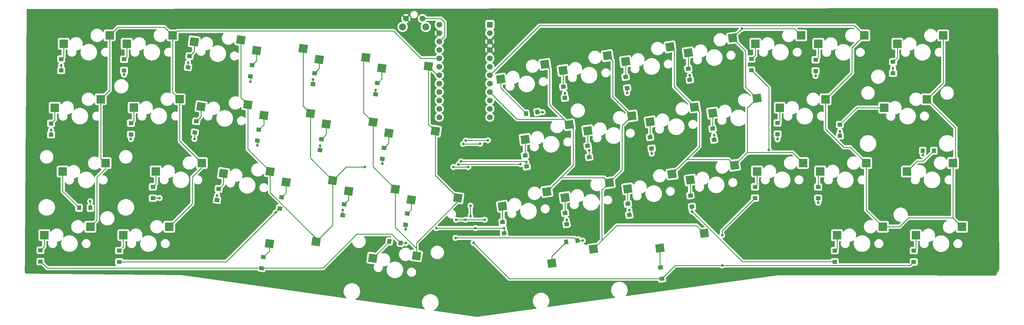
<source format=gbl>
G04 #@! TF.GenerationSoftware,KiCad,Pcbnew,(5.99.0-9176-ga1730d51ff)*
G04 #@! TF.CreationDate,2021-11-18T23:05:27-06:00*
G04 #@! TF.ProjectId,Concerto,436f6e63-6572-4746-9f2e-6b696361645f,rev?*
G04 #@! TF.SameCoordinates,Original*
G04 #@! TF.FileFunction,Copper,L2,Bot*
G04 #@! TF.FilePolarity,Positive*
%FSLAX46Y46*%
G04 Gerber Fmt 4.6, Leading zero omitted, Abs format (unit mm)*
G04 Created by KiCad (PCBNEW (5.99.0-9176-ga1730d51ff)) date 2021-11-18 23:05:27*
%MOMM*%
%LPD*%
G01*
G04 APERTURE LIST*
G04 Aperture macros list*
%AMRotRect*
0 Rectangle, with rotation*
0 The origin of the aperture is its center*
0 $1 length*
0 $2 width*
0 $3 Rotation angle, in degrees counterclockwise*
0 Add horizontal line*
21,1,$1,$2,0,0,$3*%
G04 Aperture macros list end*
G04 #@! TA.AperFunction,SMDPad,CuDef*
%ADD10R,2.550000X2.500000*%
G04 #@! TD*
G04 #@! TA.AperFunction,SMDPad,CuDef*
%ADD11RotRect,2.550000X2.500000X352.000000*%
G04 #@! TD*
G04 #@! TA.AperFunction,ComponentPad*
%ADD12C,2.100000*%
G04 #@! TD*
G04 #@! TA.AperFunction,ComponentPad*
%ADD13C,1.750000*%
G04 #@! TD*
G04 #@! TA.AperFunction,SMDPad,CuDef*
%ADD14RotRect,2.550000X2.500000X8.000000*%
G04 #@! TD*
G04 #@! TA.AperFunction,SMDPad,CuDef*
%ADD15RotRect,1.200000X1.400000X98.000000*%
G04 #@! TD*
G04 #@! TA.AperFunction,SMDPad,CuDef*
%ADD16R,1.400000X1.200000*%
G04 #@! TD*
G04 #@! TA.AperFunction,SMDPad,CuDef*
%ADD17RotRect,1.200000X1.400000X188.000000*%
G04 #@! TD*
G04 #@! TA.AperFunction,SMDPad,CuDef*
%ADD18RotRect,1.200000X1.400000X82.000000*%
G04 #@! TD*
G04 #@! TA.AperFunction,SMDPad,CuDef*
%ADD19R,1.200000X1.400000*%
G04 #@! TD*
G04 #@! TA.AperFunction,ComponentPad*
%ADD20R,1.752600X1.752600*%
G04 #@! TD*
G04 #@! TA.AperFunction,ComponentPad*
%ADD21C,1.752600*%
G04 #@! TD*
G04 #@! TA.AperFunction,SMDPad,CuDef*
%ADD22RotRect,1.200000X1.400000X172.000000*%
G04 #@! TD*
G04 #@! TA.AperFunction,ViaPad*
%ADD23C,0.800000*%
G04 #@! TD*
G04 #@! TA.AperFunction,Conductor*
%ADD24C,0.250000*%
G04 #@! TD*
G04 APERTURE END LIST*
D10*
X300790000Y-113160000D03*
X286940000Y-115700000D03*
D11*
X152225786Y-98184837D03*
X138157073Y-98772570D03*
D12*
X187035000Y-72112500D03*
X180025000Y-72112500D03*
D13*
X181025000Y-69622500D03*
X186025000Y-69622500D03*
D11*
X168955786Y-81314837D03*
X154887073Y-81902570D03*
D14*
X242371787Y-119124039D03*
X229010074Y-123566868D03*
D10*
X112790000Y-93920000D03*
X98940000Y-96460000D03*
D14*
X237538147Y-139126389D03*
X225090451Y-143440761D03*
D10*
X85820000Y-132390000D03*
X71970000Y-134930000D03*
D11*
X196685786Y-123704837D03*
X182617073Y-124292570D03*
D14*
X268081787Y-96304039D03*
X254720074Y-100746868D03*
D11*
X189895786Y-103534837D03*
X175827073Y-104122570D03*
D14*
X249211787Y-98974039D03*
X235850074Y-103416868D03*
X223531787Y-121794039D03*
X210170074Y-126236868D03*
D10*
X110680000Y-74670000D03*
X96830000Y-77210000D03*
D11*
X177835786Y-121024837D03*
X163767073Y-121612570D03*
X158955786Y-118394837D03*
X144887073Y-118982570D03*
D14*
X286901787Y-93664039D03*
X273540074Y-98106868D03*
D10*
X119460000Y-113160000D03*
X105610000Y-115700000D03*
X348730000Y-132410000D03*
X334880000Y-134950000D03*
D11*
X187835786Y-83974837D03*
X173767073Y-84562570D03*
X140085786Y-115744837D03*
X126017073Y-116332570D03*
D14*
X271011787Y-134374040D03*
X257650074Y-138816869D03*
D11*
X133325786Y-95554837D03*
X119257073Y-96142570D03*
D14*
X230331787Y-101624039D03*
X216970074Y-106066868D03*
D11*
X150065786Y-78674837D03*
X135997073Y-79262570D03*
D10*
X109650000Y-132390000D03*
X95800000Y-134930000D03*
X319290000Y-74690000D03*
X305440000Y-77230000D03*
D14*
X241801787Y-80769070D03*
X228440074Y-85211899D03*
D10*
X300260000Y-74670000D03*
X286410000Y-77210000D03*
D14*
X222961787Y-83419070D03*
X209600074Y-87861899D03*
D11*
X131225786Y-76014837D03*
X117157073Y-76602570D03*
X171075786Y-100864837D03*
X157007073Y-101452570D03*
D10*
X324900000Y-132390000D03*
X311050000Y-134930000D03*
D14*
X261291787Y-116504039D03*
X247930074Y-120946868D03*
D11*
X153945786Y-136924837D03*
X139877073Y-137512570D03*
D14*
X279551787Y-75459070D03*
X266190074Y-79901899D03*
D10*
X343095000Y-74690000D03*
X329245000Y-77230000D03*
D11*
X184202145Y-141182487D03*
X171047450Y-141898678D03*
D10*
X307620000Y-93950000D03*
X293770000Y-96490000D03*
D14*
X260671787Y-78119070D03*
X247310074Y-82561899D03*
D10*
X88980000Y-93940000D03*
X75130000Y-96480000D03*
X91660000Y-74660000D03*
X77810000Y-77200000D03*
X338192000Y-93945550D03*
X325265000Y-96485550D03*
X346040000Y-113180000D03*
X332190000Y-115720000D03*
D14*
X280141787Y-113854039D03*
X266780074Y-118296868D03*
D10*
X90442000Y-113205550D03*
X77515000Y-115745550D03*
X319840000Y-113170000D03*
X305990000Y-115710000D03*
D15*
X229496844Y-131601931D03*
X229023656Y-128235019D03*
D16*
X305370000Y-123807500D03*
X305370000Y-120407500D03*
D15*
X236316844Y-111381931D03*
X235843656Y-108015019D03*
D17*
X232723456Y-136543406D03*
X229356544Y-137016594D03*
D18*
X137523157Y-144911931D03*
X137996345Y-141545019D03*
D15*
X267316844Y-126331931D03*
X266843656Y-122965019D03*
X247756844Y-90581931D03*
X247283656Y-87215019D03*
D18*
X124063406Y-124343456D03*
X124536594Y-120976544D03*
X115303157Y-84291931D03*
X115776345Y-80925019D03*
D16*
X293130000Y-104487500D03*
X293130000Y-101087500D03*
D18*
X155093157Y-109331931D03*
X155566345Y-105965019D03*
D16*
X96030000Y-85267500D03*
X96030000Y-81867500D03*
D18*
X180933157Y-131781931D03*
X181406345Y-128415019D03*
D19*
X85830000Y-126680000D03*
X82430000Y-126680000D03*
D16*
X94560000Y-142997500D03*
X94560000Y-139597500D03*
D15*
X210646844Y-134351931D03*
X210173656Y-130985019D03*
X217436844Y-114241931D03*
X216963656Y-110875019D03*
D18*
X134113157Y-87021931D03*
X134586345Y-83655019D03*
X171903157Y-92451931D03*
X172376345Y-89085019D03*
D16*
X77050000Y-85217500D03*
X77050000Y-81817500D03*
X286330000Y-123747500D03*
X286330000Y-120347500D03*
X73990000Y-104617500D03*
X73990000Y-101217500D03*
X310400000Y-142977500D03*
X310400000Y-139577500D03*
X304600000Y-85407500D03*
X304600000Y-82007500D03*
D15*
X266656844Y-88081931D03*
X266183656Y-84715019D03*
D18*
X152993157Y-89421931D03*
X153466345Y-86055019D03*
D15*
X273996844Y-106171931D03*
X273523656Y-102805019D03*
D16*
X334210000Y-143027500D03*
X334210000Y-139627500D03*
X285250000Y-85197500D03*
X285250000Y-81797500D03*
D17*
X220653456Y-97793406D03*
X217286544Y-98266594D03*
D19*
X336900000Y-109460000D03*
X340300000Y-109460000D03*
D16*
X98100000Y-104527500D03*
X98100000Y-101127500D03*
D15*
X228966844Y-93531931D03*
X228493656Y-90165019D03*
D20*
X206350000Y-71420000D03*
D21*
X206350000Y-73960000D03*
X206350000Y-76500000D03*
X206350000Y-79040000D03*
X206350000Y-81580000D03*
X206350000Y-84120000D03*
X206350000Y-86660000D03*
X206350000Y-89200000D03*
X206350000Y-91740000D03*
X206350000Y-94280000D03*
X206350000Y-96820000D03*
X206350000Y-99360000D03*
X191110000Y-99360000D03*
X191110000Y-96820000D03*
X191110000Y-94280000D03*
X191110000Y-91740000D03*
X191110000Y-89200000D03*
X191110000Y-86660000D03*
X191110000Y-84120000D03*
X191110000Y-81580000D03*
X191110000Y-79040000D03*
X191110000Y-76500000D03*
X191110000Y-73960000D03*
X191110000Y-71420000D03*
D16*
X311930000Y-104970000D03*
X311930000Y-101570000D03*
D18*
X161933157Y-128961931D03*
X162406345Y-125595019D03*
D16*
X104710000Y-123747500D03*
X104710000Y-120347500D03*
D15*
X255146844Y-108761931D03*
X254673656Y-105395019D03*
X248426844Y-128841931D03*
X247953656Y-125475019D03*
D18*
X117333157Y-103951931D03*
X117806345Y-100585019D03*
X173933157Y-111941931D03*
X174406345Y-108575019D03*
D15*
X258256843Y-148081931D03*
X257783655Y-144715019D03*
D16*
X327960000Y-86060000D03*
X327960000Y-82660000D03*
X70800000Y-142887500D03*
X70800000Y-139487500D03*
D22*
X179403456Y-137286594D03*
X176036544Y-136813406D03*
D18*
X143003157Y-126861931D03*
X143476345Y-123495019D03*
X136213157Y-106451931D03*
X136686345Y-103085019D03*
D23*
X304600000Y-86900000D03*
X115300000Y-82840000D03*
X153010000Y-87940000D03*
X247750000Y-92080000D03*
X222260000Y-97830000D03*
X77040000Y-83690000D03*
X199080000Y-106390000D03*
X205750000Y-106340000D03*
X74000000Y-103170000D03*
X155110000Y-107910000D03*
X255150000Y-110340000D03*
X293120000Y-106010000D03*
X197615000Y-112710000D03*
X217320000Y-112830000D03*
X117260000Y-105920000D03*
X124060000Y-122890000D03*
X202050000Y-132800000D03*
X210630000Y-132800000D03*
X190150000Y-132800000D03*
X305400000Y-125150000D03*
X85810000Y-124700000D03*
X161950000Y-127351266D03*
X248430000Y-127310000D03*
X181030000Y-137320000D03*
X195980000Y-135750000D03*
X234360000Y-136540000D03*
X200535000Y-129190000D03*
X200510000Y-126040000D03*
X267320000Y-127800000D03*
X276410000Y-144070000D03*
X141746266Y-128076266D03*
X201390000Y-137250000D03*
X180940000Y-133140000D03*
X276410000Y-134940000D03*
X336980000Y-110830000D03*
X204810000Y-130270000D03*
X106710000Y-123730000D03*
X290530000Y-109170000D03*
X196140000Y-130310000D03*
X198990000Y-130270000D03*
X229510000Y-130270000D03*
X173910000Y-113370000D03*
X215566983Y-113510000D03*
X236310000Y-109400000D03*
X98090000Y-105950000D03*
X136210000Y-107810000D03*
X273980000Y-104750000D03*
X196890000Y-113590000D03*
X311930000Y-103590000D03*
X96010000Y-86540000D03*
X171910000Y-91180000D03*
X228970000Y-92070000D03*
X134150000Y-88670000D03*
X198295000Y-107400000D03*
X203410000Y-107370000D03*
X266650000Y-86680000D03*
X327960000Y-84540000D03*
X195360000Y-114370000D03*
X168690000Y-114370000D03*
X199810000Y-114380000D03*
X282360000Y-72670000D03*
D24*
X77810000Y-77200000D02*
X77810000Y-81107500D01*
X77810000Y-81107500D02*
X77050000Y-81867500D01*
X77040000Y-85157500D02*
X77050000Y-85167500D01*
X115310115Y-84242417D02*
X115310115Y-82850115D01*
X77040000Y-83690000D02*
X77040000Y-85157500D01*
X199130000Y-106340000D02*
X199080000Y-106390000D01*
X153000115Y-87949885D02*
X153010000Y-87940000D01*
X247749886Y-90532417D02*
X247749886Y-92079886D01*
X247749886Y-92079886D02*
X247750000Y-92080000D01*
X222230364Y-97800364D02*
X222260000Y-97830000D01*
X205750000Y-106340000D02*
X199130000Y-106340000D01*
X304600000Y-85357500D02*
X304600000Y-86900000D01*
X115310115Y-82850115D02*
X115300000Y-82840000D01*
X220603942Y-97800364D02*
X222230364Y-97800364D01*
X153000115Y-89372417D02*
X153000115Y-87949885D01*
X117157073Y-76602570D02*
X117157073Y-79586847D01*
X117157073Y-79586847D02*
X115769387Y-80974533D01*
X217320000Y-112830000D02*
X217200000Y-112710000D01*
X117260000Y-103982532D02*
X117340115Y-103902417D01*
X217320000Y-114082531D02*
X217429886Y-114192417D01*
X293130000Y-106000000D02*
X293120000Y-106010000D01*
X73990000Y-103180000D02*
X74000000Y-103170000D01*
X117260000Y-105920000D02*
X117260000Y-103982532D01*
X155100115Y-107919885D02*
X155110000Y-107910000D01*
X73990000Y-104567500D02*
X73990000Y-103180000D01*
X255139886Y-110329886D02*
X255150000Y-110340000D01*
X155100115Y-109282417D02*
X155100115Y-107919885D01*
X217200000Y-112710000D02*
X197615000Y-112710000D01*
X217320000Y-112830000D02*
X217320000Y-114082531D01*
X255139886Y-108712417D02*
X255139886Y-110329886D01*
X293130000Y-104437500D02*
X293130000Y-106000000D01*
X154887073Y-84676847D02*
X153459387Y-86104533D01*
X154887073Y-81902570D02*
X154887073Y-84676847D01*
X248419886Y-127320114D02*
X248430000Y-127310000D01*
X161940115Y-128912417D02*
X161940115Y-127361151D01*
X305400000Y-123787500D02*
X305370000Y-123757500D01*
X124070364Y-124293942D02*
X124070364Y-122900364D01*
X85810000Y-124700000D02*
X85810000Y-126650000D01*
X201500000Y-132800000D02*
X190150000Y-132800000D01*
X202050000Y-132800000D02*
X201500000Y-132800000D01*
X210639886Y-134302417D02*
X210639886Y-132809886D01*
X210639886Y-132809886D02*
X210630000Y-132800000D01*
X305400000Y-125150000D02*
X305400000Y-123787500D01*
X248419886Y-128792417D02*
X248419886Y-127320114D01*
X210630000Y-132800000D02*
X202050000Y-132800000D01*
X124070364Y-122900364D02*
X124060000Y-122890000D01*
X85810000Y-126650000D02*
X85780000Y-126680000D01*
X161940115Y-127361151D02*
X161950000Y-127351266D01*
X209600074Y-87861899D02*
X209600074Y-90523652D01*
X209600074Y-90523652D02*
X217336058Y-98259636D01*
X282528802Y-142927500D02*
X267401302Y-127800000D01*
X72824917Y-144862417D02*
X137530115Y-144862417D01*
X267401302Y-127800000D02*
X267320000Y-127800000D01*
X267309886Y-126282417D02*
X267309886Y-127789886D01*
X200510000Y-129165000D02*
X200535000Y-129190000D01*
X310400000Y-142927500D02*
X282528802Y-142927500D01*
X176704306Y-134630000D02*
X179353942Y-137279636D01*
X70800000Y-142837500D02*
X72824917Y-144862417D01*
X211110000Y-135730000D02*
X196000000Y-135730000D01*
X267309886Y-127789886D02*
X267320000Y-127800000D01*
X234360000Y-136540000D02*
X232684306Y-136540000D01*
X232673942Y-136550364D02*
X231853578Y-135730000D01*
X166240000Y-134630000D02*
X176704306Y-134630000D01*
X232684306Y-136540000D02*
X232673942Y-136550364D01*
X179353942Y-137279636D02*
X180989636Y-137279636D01*
X196000000Y-135730000D02*
X195980000Y-135750000D01*
X156007583Y-144862417D02*
X166240000Y-134630000D01*
X137530115Y-144862417D02*
X156007583Y-144862417D01*
X180989636Y-137279636D02*
X181030000Y-137320000D01*
X231853578Y-135730000D02*
X211110000Y-135730000D01*
X200510000Y-126040000D02*
X200510000Y-129165000D01*
X247310074Y-87245073D02*
X247290614Y-87264533D01*
X247310074Y-82561899D02*
X247310074Y-87245073D01*
X333117500Y-144070000D02*
X276410000Y-144070000D01*
X262212302Y-144070000D02*
X258249885Y-148032417D01*
X180940115Y-133139885D02*
X180940000Y-133140000D01*
X276410000Y-133617500D02*
X276410000Y-134940000D01*
X143010115Y-126812417D02*
X141746266Y-128076266D01*
X141746266Y-128076266D02*
X126875032Y-142947500D01*
X258249885Y-148032417D02*
X212172417Y-148032417D01*
X212172417Y-148032417D02*
X201390000Y-137250000D01*
X334210000Y-142977500D02*
X333117500Y-144070000D01*
X180940115Y-131732417D02*
X180940115Y-133139885D01*
X276410000Y-144070000D02*
X262212302Y-144070000D01*
X286330000Y-123697500D02*
X276410000Y-133617500D01*
X126875032Y-142947500D02*
X94560000Y-142947500D01*
X305440000Y-81217500D02*
X304600000Y-82057500D01*
X305440000Y-77230000D02*
X305440000Y-81217500D01*
X202290000Y-130270000D02*
X204810000Y-130270000D01*
X198990000Y-130270000D02*
X196180000Y-130270000D01*
X198990000Y-130270000D02*
X202290000Y-130270000D01*
X336980000Y-109490000D02*
X336950000Y-109460000D01*
X104710000Y-123697500D02*
X106677500Y-123697500D01*
X106677500Y-123697500D02*
X106710000Y-123730000D01*
X229510000Y-131532303D02*
X229489886Y-131552417D01*
X290530000Y-90427500D02*
X290530000Y-109170000D01*
X229510000Y-130270000D02*
X229510000Y-131532303D01*
X336980000Y-110830000D02*
X336980000Y-109490000D01*
X285250000Y-85147500D02*
X290530000Y-90427500D01*
X196180000Y-130270000D02*
X196140000Y-130310000D01*
X75130000Y-100127500D02*
X73990000Y-101267500D01*
X75130000Y-96480000D02*
X75130000Y-100127500D01*
X202400000Y-113510000D02*
X215566983Y-113510000D01*
X273992303Y-106120000D02*
X273989886Y-106122417D01*
X196970000Y-113510000D02*
X215566983Y-113510000D01*
X136220115Y-106402417D02*
X136220115Y-107799885D01*
X274090000Y-106222531D02*
X273989886Y-106122417D01*
X98090000Y-105950000D02*
X98090000Y-104487500D01*
X173940115Y-113339885D02*
X173910000Y-113370000D01*
X273980000Y-106112531D02*
X273989886Y-106122417D01*
X236309886Y-111332417D02*
X236309886Y-109400114D01*
X98090000Y-104487500D02*
X98100000Y-104477500D01*
X173940115Y-111892417D02*
X173940115Y-113339885D01*
X236309886Y-109400114D02*
X236310000Y-109400000D01*
X273980000Y-104750000D02*
X273980000Y-106112531D01*
X136220115Y-107799885D02*
X136210000Y-107810000D01*
X311930000Y-104920000D02*
X311930000Y-103590000D01*
X196890000Y-113590000D02*
X196970000Y-113510000D01*
X119257073Y-99176847D02*
X117799387Y-100634533D01*
X119257073Y-96142570D02*
X119257073Y-99176847D01*
X266649886Y-86680114D02*
X266650000Y-86680000D01*
X96030000Y-85217500D02*
X96030000Y-86520000D01*
X171910000Y-92402302D02*
X171910115Y-92402417D01*
X228959886Y-93482417D02*
X228959886Y-92080114D01*
X96030000Y-86520000D02*
X96010000Y-86540000D01*
X266649886Y-88032417D02*
X266649886Y-86680114D01*
X134150000Y-88670000D02*
X134150000Y-87002302D01*
X203380000Y-107400000D02*
X203410000Y-107370000D01*
X327960000Y-86010000D02*
X327960000Y-84540000D01*
X134150000Y-87002302D02*
X134120115Y-86972417D01*
X228959886Y-92080114D02*
X228970000Y-92070000D01*
X198295000Y-107400000D02*
X203380000Y-107400000D01*
X171910000Y-91180000D02*
X171910000Y-92402302D01*
X157007073Y-101452570D02*
X157007073Y-104566847D01*
X157007073Y-104566847D02*
X155559387Y-106014533D01*
X216970074Y-106066868D02*
X216970074Y-110923993D01*
X216970074Y-110923993D02*
X216970614Y-110924533D01*
X254720074Y-100746868D02*
X254720074Y-105405073D01*
X254720074Y-105405073D02*
X254680614Y-105444533D01*
X293770000Y-100497500D02*
X293130000Y-101137500D01*
X293770000Y-96490000D02*
X293770000Y-100497500D01*
X77515000Y-115745550D02*
X77515000Y-121715000D01*
X77515000Y-121715000D02*
X82480000Y-126680000D01*
X126017073Y-116332570D02*
X126017073Y-119538621D01*
X126017073Y-119538621D02*
X124529636Y-121026058D01*
X163767073Y-124276847D02*
X162399387Y-125644533D01*
X163767073Y-121612570D02*
X163767073Y-124276847D01*
X210170074Y-126236868D02*
X210170074Y-131023993D01*
X210170074Y-131023993D02*
X210180614Y-131034533D01*
X247930074Y-120946868D02*
X247930074Y-125493993D01*
X247930074Y-125493993D02*
X247960614Y-125524533D01*
X305370000Y-116330000D02*
X305370000Y-120457500D01*
X305990000Y-115710000D02*
X305370000Y-116330000D01*
X71970000Y-138367500D02*
X70800000Y-139537500D01*
X71970000Y-134930000D02*
X71970000Y-138367500D01*
X139877073Y-137512570D02*
X139877073Y-139706847D01*
X139877073Y-139706847D02*
X137989387Y-141594533D01*
X176086058Y-136820364D02*
X176086058Y-136860070D01*
X176086058Y-136860070D02*
X171047450Y-141898678D01*
X225090451Y-141325243D02*
X229406058Y-137009636D01*
X225090451Y-143440761D02*
X225090451Y-141325243D01*
X266780074Y-118296868D02*
X266780074Y-122943993D01*
X266780074Y-122943993D02*
X266850614Y-123014533D01*
X311050000Y-138977500D02*
X310400000Y-139627500D01*
X311050000Y-134930000D02*
X311050000Y-138977500D01*
X95800000Y-134930000D02*
X95800000Y-138407500D01*
X95800000Y-138407500D02*
X94560000Y-139647500D01*
X144887073Y-118982570D02*
X144887073Y-122126847D01*
X144887073Y-122126847D02*
X143469387Y-123544533D01*
X182617073Y-124292570D02*
X182617073Y-127246847D01*
X182617073Y-127246847D02*
X181399387Y-128464533D01*
X257650074Y-144623994D02*
X257790613Y-144764533D01*
X257650074Y-138816869D02*
X257650074Y-144623994D01*
X286940000Y-115700000D02*
X286940000Y-119787500D01*
X286940000Y-119787500D02*
X286330000Y-120397500D01*
X334880000Y-139007500D02*
X334210000Y-139677500D01*
X334880000Y-134950000D02*
X334880000Y-139007500D01*
X105610000Y-119497500D02*
X104710000Y-120397500D01*
X105610000Y-115700000D02*
X105610000Y-119497500D01*
X138157073Y-101656847D02*
X136679387Y-103134533D01*
X138157073Y-98772570D02*
X138157073Y-101656847D01*
X175827073Y-104122570D02*
X175827073Y-107196847D01*
X175827073Y-107196847D02*
X174399387Y-108624533D01*
X229010074Y-128263993D02*
X229030614Y-128284533D01*
X229010074Y-123566868D02*
X229010074Y-128263993D01*
X286410000Y-80687500D02*
X285250000Y-81847500D01*
X286410000Y-77210000D02*
X286410000Y-80687500D01*
X335300000Y-112610000D02*
X332190000Y-115720000D01*
X337100000Y-112610000D02*
X335300000Y-112610000D01*
X340250000Y-109460000D02*
X337100000Y-112610000D01*
X98940000Y-96460000D02*
X98940000Y-100337500D01*
X98940000Y-100337500D02*
X98100000Y-101177500D01*
X135997073Y-79262570D02*
X135997073Y-82286847D01*
X135997073Y-82286847D02*
X134579387Y-83704533D01*
X173767073Y-84562570D02*
X173767073Y-87736847D01*
X173767073Y-87736847D02*
X172369387Y-89134533D01*
X235850074Y-103416868D02*
X235850074Y-108063993D01*
X235850074Y-108063993D02*
X235850614Y-108064533D01*
X273540074Y-98106868D02*
X273540074Y-102845073D01*
X273540074Y-102845073D02*
X273530614Y-102854533D01*
X317064450Y-96485550D02*
X311930000Y-101620000D01*
X325265000Y-96485550D02*
X317064450Y-96485550D01*
X96830000Y-77210000D02*
X96830000Y-81117500D01*
X96830000Y-81117500D02*
X96030000Y-81917500D01*
X228440074Y-90153993D02*
X228500614Y-90214533D01*
X228440074Y-85211899D02*
X228440074Y-90153993D01*
X266190074Y-79901899D02*
X266190074Y-84763993D01*
X266190074Y-84763993D02*
X266190614Y-84764533D01*
X329245000Y-77230000D02*
X329245000Y-81425000D01*
X329245000Y-81425000D02*
X327960000Y-82710000D01*
X192690000Y-70690000D02*
X191622500Y-69622500D01*
X191110000Y-76500000D02*
X192690000Y-74920000D01*
X191622500Y-69622500D02*
X186025000Y-69622500D01*
X192690000Y-74920000D02*
X192690000Y-70690000D01*
X185490000Y-81580000D02*
X182180000Y-78270000D01*
X88980000Y-111743550D02*
X90442000Y-113205550D01*
X110680000Y-74670000D02*
X110680000Y-91810000D01*
X116600000Y-125440000D02*
X116600000Y-117380000D01*
X87840000Y-117440000D02*
X87840000Y-130370000D01*
X108180000Y-72170000D02*
X94150000Y-72170000D01*
X88980000Y-93940000D02*
X88980000Y-111743550D01*
X91660000Y-74660000D02*
X91660000Y-91260000D01*
X110680000Y-74670000D02*
X108180000Y-72170000D01*
X91660000Y-91260000D02*
X88980000Y-93940000D01*
X110680000Y-91810000D02*
X112790000Y-93920000D01*
X109650000Y-132390000D02*
X116600000Y-125440000D01*
X90442000Y-114838000D02*
X87840000Y-117440000D01*
X112790000Y-93920000D02*
X112790000Y-106490000D01*
X112790000Y-106490000D02*
X119460000Y-113160000D01*
X191110000Y-81580000D02*
X185490000Y-81580000D01*
X94150000Y-72170000D02*
X91660000Y-74660000D01*
X119460000Y-113160000D02*
X119460000Y-114520000D01*
X112000000Y-73350000D02*
X110680000Y-74670000D01*
X90442000Y-113205550D02*
X90442000Y-114838000D01*
X119460000Y-114520000D02*
X116600000Y-117380000D01*
X177260000Y-73350000D02*
X112000000Y-73350000D01*
X185490000Y-81580000D02*
X177260000Y-73350000D01*
X87840000Y-130370000D02*
X85820000Y-132390000D01*
X152225786Y-111664837D02*
X158955786Y-118394837D01*
X140085786Y-115744837D02*
X140085786Y-122055786D01*
X158955786Y-118394837D02*
X158955786Y-131914837D01*
X153945786Y-135915786D02*
X153945786Y-136924837D01*
X133325786Y-95554837D02*
X133325786Y-108984837D01*
X150065786Y-78674837D02*
X150065786Y-96024837D01*
X152225786Y-98184837D02*
X152225786Y-111664837D01*
X150065786Y-96024837D02*
X152225786Y-98184837D01*
X158955786Y-131914837D02*
X153945786Y-136924837D01*
X131225786Y-76014837D02*
X131225786Y-93454837D01*
X162980623Y-114370000D02*
X168690000Y-114370000D01*
X140085786Y-122055786D02*
X153945786Y-135915786D01*
X195360000Y-114370000D02*
X195370000Y-114380000D01*
X131225786Y-93454837D02*
X133325786Y-95554837D01*
X158955786Y-118394837D02*
X162980623Y-114370000D01*
X195370000Y-114380000D02*
X199810000Y-114380000D01*
X199320000Y-114380000D02*
X199810000Y-114380000D01*
X133325786Y-108984837D02*
X140085786Y-115744837D01*
X187835786Y-83974837D02*
X187835786Y-101474837D01*
X168270000Y-98059051D02*
X168270000Y-82000623D01*
X171075786Y-114264837D02*
X177835786Y-121024837D01*
X177835786Y-121024837D02*
X177835786Y-132575786D01*
X184202145Y-138942145D02*
X184202145Y-137297855D01*
X196685786Y-124814214D02*
X196685786Y-123704837D01*
X168270000Y-82000623D02*
X168955786Y-81314837D01*
X189895786Y-103534837D02*
X189895786Y-116914837D01*
X184202145Y-138942145D02*
X184202145Y-141182487D01*
X177835786Y-132575786D02*
X184202145Y-138942145D01*
X171075786Y-100864837D02*
X171075786Y-114264837D01*
X184202145Y-137297855D02*
X196685786Y-124814214D01*
X187835786Y-101474837D02*
X189895786Y-103534837D01*
X189895786Y-116914837D02*
X196685786Y-123704837D01*
X190520949Y-86660000D02*
X187835786Y-83974837D01*
X171075786Y-100864837D02*
X168270000Y-98059051D01*
X191110000Y-86660000D02*
X190520949Y-86660000D01*
X214570000Y-99960000D02*
X228667748Y-99960000D01*
X224390000Y-95682252D02*
X224390000Y-84847283D01*
X230331787Y-101624039D02*
X224390000Y-95682252D01*
X243400000Y-93162252D02*
X243400000Y-82367283D01*
X242371787Y-119124039D02*
X240825661Y-117577913D01*
X206350000Y-91740000D02*
X214570000Y-99960000D01*
X227747913Y-117577913D02*
X229967913Y-115357913D01*
X249211787Y-98974039D02*
X243400000Y-93162252D01*
X230331787Y-101624039D02*
X231470000Y-102762252D01*
X228667748Y-99960000D02*
X230331787Y-101624039D01*
X224390000Y-84847283D02*
X222961787Y-83419070D01*
X271011787Y-134374040D02*
X268667747Y-132030000D01*
X231470000Y-102762252D02*
X231470000Y-113855826D01*
X237538147Y-139126389D02*
X240160000Y-136504536D01*
X246250000Y-115245826D02*
X242371787Y-119124039D01*
X268667747Y-132030000D02*
X244634536Y-132030000D01*
X223531787Y-121794039D02*
X227747913Y-117577913D01*
X243400000Y-82367283D02*
X241801787Y-80769070D01*
X240825661Y-117577913D02*
X227747913Y-117577913D01*
X231470000Y-113855826D02*
X229967913Y-115357913D01*
X240160000Y-121335826D02*
X242371787Y-119124039D01*
X229967913Y-115357913D02*
X230080000Y-115245826D01*
X246250000Y-101935826D02*
X246250000Y-115245826D01*
X249211787Y-98974039D02*
X246250000Y-101935826D01*
X244634536Y-132030000D02*
X240160000Y-136504536D01*
X240160000Y-136504536D02*
X240160000Y-121335826D01*
X300790000Y-113160000D02*
X297635826Y-110005826D01*
X283990000Y-96575826D02*
X283990000Y-110005826D01*
X261930000Y-79377283D02*
X260671787Y-78119070D01*
X282360000Y-72670000D02*
X282340857Y-72670000D01*
X261930000Y-90152252D02*
X261930000Y-79377283D01*
X297635826Y-110005826D02*
X283990000Y-110005826D01*
X269570000Y-104130000D02*
X269570000Y-97792252D01*
X283500000Y-79407283D02*
X283500000Y-90262252D01*
X269570000Y-104130000D02*
X269570000Y-108225826D01*
X298260000Y-72670000D02*
X282360000Y-72670000D01*
X280141787Y-113854039D02*
X278347748Y-112060000D01*
X269570000Y-97792252D02*
X268081787Y-96304039D01*
X283990000Y-110005826D02*
X280141787Y-113854039D01*
X278347748Y-112060000D02*
X265735826Y-112060000D01*
X268081787Y-96304039D02*
X261930000Y-90152252D01*
X300260000Y-74670000D02*
X298260000Y-72670000D01*
X282340857Y-72670000D02*
X279551787Y-75459070D01*
X279551787Y-75459070D02*
X283500000Y-79407283D01*
X280141787Y-113854039D02*
X279294039Y-113854039D01*
X283500000Y-90262252D02*
X286901787Y-93664039D01*
X286901787Y-93664039D02*
X283990000Y-96575826D01*
X269570000Y-108225826D02*
X261291787Y-116504039D01*
X307620000Y-93950000D02*
X307620000Y-102950000D01*
X206380000Y-86660000D02*
X212110000Y-80930000D01*
X346040000Y-129720000D02*
X332560000Y-129720000D01*
X346040000Y-129720000D02*
X346040000Y-113180000D01*
X346780000Y-102533550D02*
X338192000Y-93945550D01*
X319290000Y-74690000D02*
X316310000Y-71710000D01*
X319840000Y-127330000D02*
X324900000Y-132390000D01*
X346040000Y-113180000D02*
X346780000Y-112440000D01*
X315080000Y-108410000D02*
X319840000Y-113170000D01*
X315590000Y-85980000D02*
X307620000Y-93950000D01*
X329890000Y-132390000D02*
X324900000Y-132390000D01*
X343095000Y-74690000D02*
X343095000Y-89042550D01*
X212110000Y-80930000D02*
X221330000Y-71710000D01*
X316310000Y-71710000D02*
X313320000Y-71710000D01*
X313080000Y-108410000D02*
X315080000Y-108410000D01*
X206350000Y-86660000D02*
X206380000Y-86660000D01*
X307620000Y-102950000D02*
X313080000Y-108410000D01*
X346780000Y-112440000D02*
X346780000Y-102533550D01*
X348730000Y-132410000D02*
X346040000Y-129720000D01*
X221330000Y-71710000D02*
X313320000Y-71710000D01*
X343095000Y-89042550D02*
X338192000Y-93945550D01*
X319840000Y-113170000D02*
X319840000Y-127330000D01*
X319290000Y-74690000D02*
X315590000Y-78390000D01*
X332560000Y-129720000D02*
X329890000Y-132390000D01*
X315590000Y-78390000D02*
X315590000Y-85980000D01*
G04 #@! TA.AperFunction,Conductor*
G36*
X359259107Y-66440488D02*
G01*
X359392905Y-66526477D01*
X359400291Y-66531605D01*
X359421872Y-66547760D01*
X359428878Y-66553406D01*
X359555321Y-66662973D01*
X359561902Y-66669101D01*
X359580934Y-66688133D01*
X359587045Y-66694696D01*
X359621039Y-66733928D01*
X359650529Y-66798508D01*
X359651810Y-66815860D01*
X359774266Y-93592925D01*
X359784318Y-95790900D01*
X360009578Y-145047579D01*
X360009646Y-145062540D01*
X360009647Y-145062876D01*
X360009646Y-145081839D01*
X360009645Y-145111927D01*
X359997122Y-145166685D01*
X359108275Y-147008523D01*
X359060654Y-147061180D01*
X359038833Y-147071815D01*
X359024624Y-147077115D01*
X359016087Y-147079956D01*
X358855564Y-147127089D01*
X358846850Y-147129313D01*
X358820533Y-147135038D01*
X358811680Y-147136636D01*
X358732117Y-147148075D01*
X358713938Y-147149357D01*
X324282436Y-147081486D01*
X293090000Y-147020000D01*
X247418715Y-153349376D01*
X247348495Y-153338915D01*
X247295077Y-153292149D01*
X247275422Y-153223927D01*
X247295770Y-153155909D01*
X247304327Y-153144263D01*
X247459223Y-152957027D01*
X247627945Y-152691163D01*
X247762016Y-152406250D01*
X247859319Y-152106779D01*
X247918322Y-151797475D01*
X247938094Y-151483214D01*
X247918322Y-151168953D01*
X247859319Y-150859649D01*
X247762016Y-150560178D01*
X247627945Y-150275265D01*
X247459223Y-150009401D01*
X247258510Y-149766781D01*
X247028971Y-149551229D01*
X246997736Y-149528535D01*
X246889954Y-149450227D01*
X246774226Y-149366146D01*
X246621169Y-149282002D01*
X246501755Y-149216354D01*
X246501752Y-149216353D01*
X246498293Y-149214451D01*
X246339012Y-149151387D01*
X246209206Y-149099993D01*
X246209203Y-149099992D01*
X246205523Y-149098535D01*
X246201689Y-149097551D01*
X246201681Y-149097548D01*
X246012898Y-149049077D01*
X245900534Y-149020227D01*
X245896606Y-149019731D01*
X245896602Y-149019730D01*
X245772772Y-149004087D01*
X245588135Y-148980762D01*
X245273253Y-148980762D01*
X245088616Y-149004087D01*
X244964786Y-149019730D01*
X244964782Y-149019731D01*
X244960854Y-149020227D01*
X244848490Y-149049077D01*
X244659707Y-149097548D01*
X244659699Y-149097551D01*
X244655865Y-149098535D01*
X244652185Y-149099992D01*
X244652182Y-149099993D01*
X244522376Y-149151387D01*
X244363095Y-149214451D01*
X244359636Y-149216353D01*
X244359633Y-149216354D01*
X244240220Y-149282002D01*
X244087162Y-149366146D01*
X243971434Y-149450227D01*
X243863653Y-149528535D01*
X243832417Y-149551229D01*
X243602878Y-149766781D01*
X243402165Y-150009401D01*
X243233443Y-150275265D01*
X243099372Y-150560178D01*
X243002069Y-150859649D01*
X242943066Y-151168953D01*
X242923294Y-151483214D01*
X242943066Y-151797475D01*
X243002069Y-152106779D01*
X243099372Y-152406250D01*
X243233443Y-152691163D01*
X243402165Y-152957027D01*
X243404681Y-152960068D01*
X243404687Y-152960076D01*
X243463015Y-153030582D01*
X243602878Y-153199647D01*
X243832417Y-153415199D01*
X243835619Y-153417526D01*
X243835621Y-153417527D01*
X244077825Y-153593498D01*
X244121179Y-153649720D01*
X244127254Y-153720456D01*
X244094123Y-153783248D01*
X244032303Y-153818159D01*
X244021060Y-153820241D01*
X234611483Y-155124272D01*
X223818274Y-156620054D01*
X223748055Y-156609593D01*
X223694637Y-156562827D01*
X223674982Y-156494605D01*
X223695330Y-156426587D01*
X223703895Y-156414932D01*
X223750885Y-156358130D01*
X223815583Y-156279924D01*
X223984305Y-156014060D01*
X224118376Y-155729147D01*
X224215679Y-155429676D01*
X224274682Y-155120372D01*
X224294454Y-154806111D01*
X224274682Y-154491850D01*
X224215679Y-154182546D01*
X224118376Y-153883075D01*
X223984305Y-153598162D01*
X223815583Y-153332298D01*
X223614870Y-153089678D01*
X223385331Y-152874126D01*
X223354096Y-152851432D01*
X223246314Y-152773124D01*
X223130586Y-152689043D01*
X222860489Y-152540556D01*
X222858115Y-152539251D01*
X222858112Y-152539250D01*
X222854653Y-152537348D01*
X222695372Y-152474284D01*
X222565566Y-152422890D01*
X222565563Y-152422889D01*
X222561883Y-152421432D01*
X222558049Y-152420448D01*
X222558041Y-152420445D01*
X222369258Y-152371974D01*
X222256894Y-152343124D01*
X222252966Y-152342628D01*
X222252962Y-152342627D01*
X222129132Y-152326984D01*
X221944495Y-152303659D01*
X221629613Y-152303659D01*
X221444976Y-152326984D01*
X221321146Y-152342627D01*
X221321142Y-152342628D01*
X221317214Y-152343124D01*
X221204850Y-152371974D01*
X221016067Y-152420445D01*
X221016059Y-152420448D01*
X221012225Y-152421432D01*
X221008545Y-152422889D01*
X221008542Y-152422890D01*
X220878736Y-152474284D01*
X220719455Y-152537348D01*
X220715996Y-152539250D01*
X220715993Y-152539251D01*
X220713620Y-152540556D01*
X220443522Y-152689043D01*
X220327794Y-152773124D01*
X220220013Y-152851432D01*
X220188777Y-152874126D01*
X219959238Y-153089678D01*
X219758525Y-153332298D01*
X219589803Y-153598162D01*
X219455732Y-153883075D01*
X219358429Y-154182546D01*
X219299426Y-154491850D01*
X219279654Y-154806111D01*
X219299426Y-155120372D01*
X219358429Y-155429676D01*
X219455732Y-155729147D01*
X219589803Y-156014060D01*
X219758525Y-156279924D01*
X219959238Y-156522544D01*
X220188777Y-156738096D01*
X220380747Y-156877570D01*
X220424100Y-156933791D01*
X220430175Y-157004527D01*
X220397044Y-157067319D01*
X220335224Y-157102230D01*
X220323981Y-157104312D01*
X202477483Y-159577577D01*
X202442525Y-159577526D01*
X189486666Y-157743300D01*
X189422022Y-157713946D01*
X189383510Y-157654303D01*
X189383357Y-157583307D01*
X189421611Y-157523498D01*
X189449568Y-157505261D01*
X189450545Y-157504874D01*
X189454014Y-157502967D01*
X189454018Y-157502965D01*
X189723006Y-157355088D01*
X189723009Y-157355086D01*
X189726478Y-157353179D01*
X189882184Y-157240052D01*
X189978019Y-157170424D01*
X189978021Y-157170423D01*
X189981223Y-157168096D01*
X190210762Y-156952544D01*
X190411475Y-156709924D01*
X190580197Y-156444060D01*
X190714268Y-156159147D01*
X190811571Y-155859676D01*
X190870574Y-155550372D01*
X190890346Y-155236111D01*
X190870574Y-154921850D01*
X190811571Y-154612546D01*
X190714268Y-154313075D01*
X190580197Y-154028162D01*
X190500798Y-153903048D01*
X190413597Y-153765642D01*
X190411475Y-153762298D01*
X190210762Y-153519678D01*
X189981223Y-153304126D01*
X189726478Y-153119043D01*
X189673064Y-153089678D01*
X189454007Y-152969251D01*
X189454004Y-152969250D01*
X189450545Y-152967348D01*
X189221941Y-152876837D01*
X189161458Y-152852890D01*
X189161455Y-152852889D01*
X189157775Y-152851432D01*
X189153941Y-152850448D01*
X189153933Y-152850445D01*
X188965150Y-152801974D01*
X188852786Y-152773124D01*
X188848858Y-152772628D01*
X188848854Y-152772627D01*
X188725024Y-152756984D01*
X188540387Y-152733659D01*
X188225505Y-152733659D01*
X188040868Y-152756984D01*
X187917038Y-152772627D01*
X187917034Y-152772628D01*
X187913106Y-152773124D01*
X187800742Y-152801974D01*
X187611959Y-152850445D01*
X187611951Y-152850448D01*
X187608117Y-152851432D01*
X187604437Y-152852889D01*
X187604434Y-152852890D01*
X187543951Y-152876837D01*
X187315347Y-152967348D01*
X187311888Y-152969250D01*
X187311885Y-152969251D01*
X187092829Y-153089678D01*
X187039414Y-153119043D01*
X186784669Y-153304126D01*
X186555130Y-153519678D01*
X186354417Y-153762298D01*
X186352295Y-153765642D01*
X186265095Y-153903048D01*
X186185695Y-154028162D01*
X186051624Y-154313075D01*
X185954321Y-154612546D01*
X185895318Y-154921850D01*
X185875546Y-155236111D01*
X185895318Y-155550372D01*
X185954321Y-155859676D01*
X186051624Y-156159147D01*
X186185695Y-156444060D01*
X186354417Y-156709924D01*
X186555130Y-156952544D01*
X186558017Y-156955255D01*
X186736205Y-157122585D01*
X186772170Y-157183798D01*
X186769332Y-157254738D01*
X186728592Y-157312882D01*
X186662884Y-157339770D01*
X186632290Y-157339191D01*
X166548397Y-154495813D01*
X165879190Y-154401070D01*
X165814545Y-154371716D01*
X165776033Y-154312073D01*
X165775880Y-154241077D01*
X165814134Y-154181268D01*
X165836151Y-154165899D01*
X166079366Y-154032191D01*
X166079369Y-154032189D01*
X166082838Y-154030282D01*
X166290391Y-153879486D01*
X166334379Y-153847527D01*
X166334381Y-153847526D01*
X166337583Y-153845199D01*
X166567122Y-153629647D01*
X166767835Y-153387027D01*
X166936557Y-153121163D01*
X167070628Y-152836250D01*
X167167931Y-152536779D01*
X167226934Y-152227475D01*
X167246706Y-151913214D01*
X167226934Y-151598953D01*
X167167931Y-151289649D01*
X167070628Y-150990178D01*
X166936557Y-150705265D01*
X166767835Y-150439401D01*
X166567122Y-150196781D01*
X166337583Y-149981229D01*
X166082838Y-149796146D01*
X166029424Y-149766781D01*
X165810367Y-149646354D01*
X165810364Y-149646353D01*
X165806905Y-149644451D01*
X165578301Y-149553940D01*
X165517818Y-149529993D01*
X165517815Y-149529992D01*
X165514135Y-149528535D01*
X165510301Y-149527551D01*
X165510293Y-149527548D01*
X165321510Y-149479077D01*
X165209146Y-149450227D01*
X165205218Y-149449731D01*
X165205214Y-149449730D01*
X165081384Y-149434087D01*
X164896747Y-149410762D01*
X164581865Y-149410762D01*
X164397228Y-149434087D01*
X164273398Y-149449730D01*
X164273394Y-149449731D01*
X164269466Y-149450227D01*
X164157102Y-149479077D01*
X163968319Y-149527548D01*
X163968311Y-149527551D01*
X163964477Y-149528535D01*
X163960797Y-149529992D01*
X163960794Y-149529993D01*
X163900311Y-149553940D01*
X163671707Y-149644451D01*
X163668248Y-149646353D01*
X163668245Y-149646354D01*
X163449189Y-149766781D01*
X163395774Y-149796146D01*
X163141029Y-149981229D01*
X162911490Y-150196781D01*
X162710777Y-150439401D01*
X162542055Y-150705265D01*
X162407984Y-150990178D01*
X162310681Y-151289649D01*
X162251678Y-151598953D01*
X162231906Y-151913214D01*
X162251678Y-152227475D01*
X162310681Y-152536779D01*
X162407984Y-152836250D01*
X162542055Y-153121163D01*
X162710777Y-153387027D01*
X162911490Y-153629647D01*
X162914377Y-153632358D01*
X163061903Y-153770895D01*
X163097869Y-153832108D01*
X163095030Y-153903048D01*
X163054290Y-153961192D01*
X162988582Y-153988080D01*
X162957991Y-153987501D01*
X113320000Y-146960000D01*
X113315851Y-146959963D01*
X113315849Y-146959963D01*
X66393755Y-146542878D01*
X66325815Y-146522271D01*
X66288880Y-146485007D01*
X66241571Y-146411392D01*
X66236992Y-146403674D01*
X66224082Y-146380031D01*
X66220056Y-146371988D01*
X66150555Y-146219802D01*
X66147113Y-146211491D01*
X66137696Y-146186242D01*
X66134856Y-146177709D01*
X66087729Y-146017209D01*
X66085505Y-146008497D01*
X66081646Y-145990760D01*
X66079771Y-145982138D01*
X66078175Y-145973290D01*
X66075877Y-145957302D01*
X66074599Y-145938413D01*
X66102503Y-142287500D01*
X69586500Y-142287500D01*
X69586500Y-143487500D01*
X69591727Y-143560579D01*
X69600525Y-143590541D01*
X69629455Y-143689068D01*
X69632904Y-143700816D01*
X69650446Y-143728111D01*
X69707051Y-143816191D01*
X69707053Y-143816194D01*
X69711923Y-143823771D01*
X69718733Y-143829672D01*
X69815569Y-143913582D01*
X69815572Y-143913584D01*
X69822381Y-143919484D01*
X69830579Y-143923228D01*
X69893520Y-143951972D01*
X69955330Y-143980200D01*
X69964245Y-143981482D01*
X69964246Y-143981482D01*
X70095552Y-144000361D01*
X70095559Y-144000362D01*
X70100000Y-144001000D01*
X71015406Y-144001000D01*
X71083527Y-144021002D01*
X71104501Y-144037905D01*
X72321526Y-145254930D01*
X72328886Y-145263018D01*
X72332944Y-145269412D01*
X72338721Y-145274837D01*
X72381795Y-145315286D01*
X72384637Y-145318041D01*
X72404951Y-145338355D01*
X72408362Y-145341000D01*
X72417382Y-145348704D01*
X72449616Y-145378974D01*
X72456560Y-145382791D01*
X72456562Y-145382793D01*
X72467370Y-145388735D01*
X72483894Y-145399589D01*
X72499894Y-145412000D01*
X72507165Y-145415147D01*
X72507166Y-145415147D01*
X72540468Y-145429558D01*
X72551124Y-145434779D01*
X72589869Y-145456079D01*
X72597552Y-145458051D01*
X72597553Y-145458052D01*
X72609485Y-145461116D01*
X72628189Y-145467520D01*
X72639502Y-145472416D01*
X72639509Y-145472418D01*
X72646781Y-145475565D01*
X72654605Y-145476804D01*
X72654608Y-145476805D01*
X72690452Y-145482482D01*
X72702073Y-145484889D01*
X72739135Y-145494404D01*
X72744892Y-145495882D01*
X72745448Y-145495917D01*
X72765369Y-145495917D01*
X72785079Y-145497468D01*
X72797031Y-145499361D01*
X72797032Y-145499361D01*
X72804861Y-145500601D01*
X72812753Y-145499855D01*
X72848499Y-145496476D01*
X72860357Y-145495917D01*
X136146369Y-145495917D01*
X136214490Y-145515919D01*
X136260816Y-145569210D01*
X136315365Y-145687660D01*
X136321286Y-145694450D01*
X136321287Y-145694451D01*
X136370076Y-145750397D01*
X136411427Y-145797814D01*
X136419021Y-145802661D01*
X136419023Y-145802662D01*
X136438897Y-145815345D01*
X136534633Y-145876442D01*
X136591818Y-145893036D01*
X136670678Y-145915920D01*
X136670680Y-145915920D01*
X136675000Y-145917174D01*
X136679451Y-145917799D01*
X136679453Y-145917800D01*
X137133907Y-145981669D01*
X138061376Y-146112016D01*
X138090557Y-146114010D01*
X138127730Y-146116550D01*
X138127735Y-146116550D01*
X138134470Y-146117010D01*
X138279073Y-146095751D01*
X138411829Y-146034614D01*
X138462116Y-145990760D01*
X138515192Y-145944474D01*
X138515194Y-145944471D01*
X138521983Y-145938551D01*
X138568055Y-145866360D01*
X138595762Y-145822945D01*
X138595763Y-145822944D01*
X138600612Y-145815345D01*
X138632657Y-145704915D01*
X138640090Y-145679300D01*
X138640090Y-145679298D01*
X138641344Y-145674978D01*
X138644326Y-145653763D01*
X138651266Y-145604381D01*
X138680554Y-145539707D01*
X138740159Y-145501134D01*
X138776040Y-145495917D01*
X155929199Y-145495917D01*
X155940103Y-145496431D01*
X155947494Y-145498083D01*
X155955420Y-145497834D01*
X155955421Y-145497834D01*
X156014449Y-145495979D01*
X156018406Y-145495917D01*
X156047161Y-145495917D01*
X156051428Y-145495378D01*
X156063270Y-145494445D01*
X156094918Y-145493450D01*
X156099543Y-145493305D01*
X156107466Y-145493056D01*
X156126917Y-145487405D01*
X156146278Y-145483395D01*
X156149003Y-145483051D01*
X156158513Y-145481850D01*
X156158516Y-145481849D01*
X156166371Y-145480857D01*
X156173736Y-145477941D01*
X156173740Y-145477940D01*
X156207484Y-145464580D01*
X156218713Y-145460735D01*
X156261161Y-145448403D01*
X156270211Y-145443051D01*
X156278594Y-145438094D01*
X156296345Y-145429398D01*
X156307809Y-145424859D01*
X156307812Y-145424857D01*
X156315183Y-145421939D01*
X156350951Y-145395952D01*
X156360874Y-145389433D01*
X156372102Y-145382793D01*
X156398924Y-145366931D01*
X156399342Y-145366562D01*
X156413425Y-145352479D01*
X156428450Y-145339645D01*
X156444666Y-145327863D01*
X156472613Y-145294081D01*
X156480602Y-145285302D01*
X164645925Y-137119979D01*
X164708237Y-137085953D01*
X164779052Y-137091018D01*
X164835888Y-137133565D01*
X164859793Y-137191538D01*
X164867328Y-137245149D01*
X164868540Y-137249375D01*
X164868540Y-137249376D01*
X164896516Y-137346939D01*
X164945680Y-137518395D01*
X164947466Y-137522407D01*
X164947467Y-137522409D01*
X164969922Y-137572844D01*
X165061298Y-137778077D01*
X165211932Y-138019141D01*
X165214756Y-138022507D01*
X165214760Y-138022512D01*
X165297275Y-138120849D01*
X165394649Y-138236895D01*
X165519081Y-138348934D01*
X165595810Y-138418021D01*
X165605894Y-138427101D01*
X165609533Y-138429556D01*
X165609540Y-138429561D01*
X165837909Y-138583598D01*
X165837915Y-138583601D01*
X165841554Y-138586056D01*
X165845505Y-138587983D01*
X166093085Y-138708736D01*
X166093090Y-138708738D01*
X166097043Y-138710666D01*
X166276837Y-138769085D01*
X166359885Y-138796069D01*
X166367388Y-138798507D01*
X166647327Y-138847867D01*
X166651719Y-138848020D01*
X166651725Y-138848021D01*
X166927018Y-138857635D01*
X166927024Y-138857635D01*
X166931412Y-138857788D01*
X166935778Y-138857329D01*
X166935781Y-138857329D01*
X167209739Y-138828535D01*
X167209744Y-138828534D01*
X167214112Y-138828075D01*
X167419236Y-138776932D01*
X167485651Y-138760373D01*
X167485653Y-138760372D01*
X167489926Y-138759307D01*
X167753485Y-138652822D01*
X167953958Y-138537079D01*
X167995853Y-138512891D01*
X167999660Y-138510693D01*
X168223658Y-138335687D01*
X168229820Y-138329307D01*
X168418062Y-138134376D01*
X168418064Y-138134373D01*
X168421120Y-138131209D01*
X168423709Y-138127646D01*
X168585613Y-137904804D01*
X168585615Y-137904800D01*
X168588202Y-137901240D01*
X168590268Y-137897354D01*
X168590272Y-137897348D01*
X168688820Y-137712004D01*
X168721653Y-137650255D01*
X168779981Y-137490000D01*
X168817370Y-137387276D01*
X168817371Y-137387271D01*
X168818875Y-137383140D01*
X168873203Y-137127546D01*
X168877062Y-137109390D01*
X168877062Y-137109388D01*
X168877975Y-137105094D01*
X168878639Y-137095610D01*
X168897497Y-136825919D01*
X168897804Y-136821529D01*
X168892084Y-136739726D01*
X168878282Y-136542349D01*
X168878281Y-136542344D01*
X168877975Y-136537964D01*
X168873893Y-136518757D01*
X168836703Y-136343794D01*
X168818875Y-136259918D01*
X168814342Y-136247462D01*
X168753367Y-136079936D01*
X168721653Y-135992803D01*
X168660538Y-135877863D01*
X168590272Y-135745710D01*
X168590268Y-135745704D01*
X168588202Y-135741818D01*
X168577606Y-135727233D01*
X168423709Y-135515412D01*
X168423707Y-135515409D01*
X168421120Y-135511849D01*
X168412922Y-135503359D01*
X168387493Y-135477027D01*
X168354561Y-135414130D01*
X168360861Y-135343413D01*
X168404393Y-135287329D01*
X168478130Y-135263500D01*
X176389712Y-135263500D01*
X176457833Y-135283502D01*
X176478807Y-135300405D01*
X176619449Y-135441047D01*
X176653475Y-135503359D01*
X176648410Y-135574174D01*
X176605863Y-135631010D01*
X176539343Y-135655821D01*
X176512822Y-135654916D01*
X175611269Y-135528211D01*
X175581979Y-135526210D01*
X175544914Y-135523677D01*
X175544909Y-135523677D01*
X175538174Y-135523217D01*
X175467603Y-135533592D01*
X175402486Y-135543165D01*
X175402484Y-135543166D01*
X175393571Y-135544476D01*
X175260815Y-135605614D01*
X175254025Y-135611535D01*
X175254024Y-135611536D01*
X175174660Y-135680747D01*
X175150661Y-135701676D01*
X175145814Y-135709270D01*
X175145813Y-135709272D01*
X175127044Y-135738683D01*
X175072033Y-135824882D01*
X175051390Y-135896020D01*
X175034575Y-135953968D01*
X175031301Y-135965249D01*
X175030676Y-135969700D01*
X175030675Y-135969702D01*
X174864869Y-137149475D01*
X174835581Y-137214149D01*
X174829190Y-137221034D01*
X171867756Y-140182468D01*
X171805444Y-140216494D01*
X171761125Y-140218147D01*
X171205336Y-140140036D01*
X170030291Y-139974894D01*
X170001001Y-139972893D01*
X169963936Y-139970360D01*
X169963931Y-139970360D01*
X169957196Y-139969900D01*
X169812593Y-139991159D01*
X169679837Y-140052296D01*
X169673045Y-140058219D01*
X169673042Y-140058221D01*
X169591173Y-140129617D01*
X169569682Y-140148359D01*
X169564835Y-140155953D01*
X169564834Y-140155955D01*
X169552525Y-140175243D01*
X169491054Y-140271565D01*
X169477176Y-140319389D01*
X169460760Y-140375963D01*
X169450322Y-140411932D01*
X169449696Y-140416383D01*
X169449696Y-140416385D01*
X169355732Y-141084971D01*
X169102389Y-142887602D01*
X169101676Y-142898045D01*
X169098896Y-142938730D01*
X169097395Y-142960696D01*
X169118654Y-143105299D01*
X169179791Y-143238055D01*
X169193319Y-143253567D01*
X169269931Y-143341418D01*
X169269934Y-143341420D01*
X169275854Y-143348209D01*
X169298783Y-143362842D01*
X169391463Y-143421990D01*
X169391465Y-143421991D01*
X169399060Y-143426838D01*
X169407713Y-143429349D01*
X169422435Y-143433621D01*
X169539426Y-143467570D01*
X169543873Y-143468195D01*
X171434906Y-143733963D01*
X171499580Y-143763251D01*
X171538153Y-143822855D01*
X171538378Y-143893852D01*
X171526872Y-143921069D01*
X171418989Y-144110592D01*
X171417168Y-144115608D01*
X171417166Y-144115613D01*
X171352920Y-144292608D01*
X171338879Y-144331290D01*
X171337930Y-144336539D01*
X171337929Y-144336542D01*
X171298779Y-144553049D01*
X171297100Y-144562332D01*
X171296700Y-144603963D01*
X171295020Y-144779021D01*
X171294846Y-144797109D01*
X171295695Y-144802380D01*
X171331175Y-145022655D01*
X171332182Y-145028910D01*
X171333907Y-145033962D01*
X171333907Y-145033963D01*
X171381761Y-145174130D01*
X171408040Y-145251105D01*
X171410589Y-145255791D01*
X171410590Y-145255792D01*
X171426080Y-145284261D01*
X171520252Y-145457344D01*
X171523556Y-145461535D01*
X171662305Y-145637538D01*
X171662309Y-145637542D01*
X171665608Y-145641727D01*
X171669568Y-145645299D01*
X171669569Y-145645300D01*
X171675508Y-145650657D01*
X171839952Y-145798983D01*
X172038300Y-145924616D01*
X172254980Y-146015033D01*
X172260183Y-146016229D01*
X172260188Y-146016231D01*
X172478594Y-146066453D01*
X172478599Y-146066454D01*
X172483797Y-146067649D01*
X172489125Y-146067952D01*
X172489128Y-146067952D01*
X172629650Y-146075931D01*
X172718207Y-146080960D01*
X172723514Y-146080360D01*
X172723516Y-146080360D01*
X172946206Y-146055184D01*
X172946211Y-146055183D01*
X172951509Y-146054584D01*
X172956626Y-146053102D01*
X172956632Y-146053101D01*
X173095196Y-146012975D01*
X173177032Y-145989277D01*
X173325854Y-145917174D01*
X173383522Y-145889234D01*
X173388327Y-145886906D01*
X173477831Y-145822945D01*
X173575006Y-145753503D01*
X173575008Y-145753501D01*
X173579352Y-145750397D01*
X173675147Y-145653763D01*
X173740894Y-145587440D01*
X173740895Y-145587439D01*
X173744647Y-145583654D01*
X173773095Y-145543101D01*
X173876423Y-145395808D01*
X173876425Y-145395805D01*
X173879484Y-145391444D01*
X173888772Y-145371841D01*
X173977725Y-145184081D01*
X173977725Y-145184080D01*
X173980007Y-145179264D01*
X174043344Y-144953180D01*
X174044312Y-144943897D01*
X174053344Y-144857233D01*
X174067682Y-144719657D01*
X174067938Y-144693001D01*
X174067304Y-144685523D01*
X174051311Y-144497048D01*
X174065482Y-144427480D01*
X174115015Y-144376617D01*
X174181257Y-144360472D01*
X174356454Y-144366590D01*
X174356460Y-144366590D01*
X174360848Y-144366743D01*
X174365214Y-144366284D01*
X174365217Y-144366284D01*
X174635846Y-144337840D01*
X174635851Y-144337839D01*
X174640219Y-144337380D01*
X174843526Y-144286690D01*
X174908513Y-144270487D01*
X174908515Y-144270486D01*
X174912784Y-144269422D01*
X175016211Y-144227635D01*
X175169148Y-144165845D01*
X175169154Y-144165842D01*
X175173238Y-144164192D01*
X175177053Y-144161990D01*
X175177058Y-144161987D01*
X175309194Y-144085698D01*
X175378189Y-144068960D01*
X175445281Y-144092181D01*
X175489168Y-144147988D01*
X175495917Y-144218663D01*
X175486202Y-144248465D01*
X175378678Y-144476964D01*
X175345997Y-144577548D01*
X175290334Y-144748863D01*
X175281375Y-144776435D01*
X175222372Y-145085739D01*
X175207787Y-145317564D01*
X175203075Y-145392458D01*
X175202600Y-145400000D01*
X175222372Y-145714261D01*
X175281375Y-146023565D01*
X175282601Y-146027339D01*
X175282602Y-146027342D01*
X175311417Y-146116027D01*
X175378678Y-146323036D01*
X175512749Y-146607949D01*
X175514867Y-146611287D01*
X175514869Y-146611290D01*
X175524030Y-146625725D01*
X175681471Y-146873813D01*
X175683990Y-146876858D01*
X175683993Y-146876862D01*
X175727416Y-146929351D01*
X175882184Y-147116433D01*
X176111723Y-147331985D01*
X176114925Y-147334312D01*
X176114927Y-147334313D01*
X176153052Y-147362012D01*
X176366468Y-147517068D01*
X176642401Y-147668763D01*
X176801682Y-147731827D01*
X176931488Y-147783221D01*
X176931491Y-147783222D01*
X176935171Y-147784679D01*
X176939005Y-147785663D01*
X176939013Y-147785666D01*
X177127796Y-147834137D01*
X177240160Y-147862987D01*
X177244088Y-147863483D01*
X177244092Y-147863484D01*
X177354971Y-147877491D01*
X177552559Y-147902452D01*
X177867441Y-147902452D01*
X178065029Y-147877491D01*
X178175908Y-147863484D01*
X178175912Y-147863483D01*
X178179840Y-147862987D01*
X178292204Y-147834137D01*
X178480987Y-147785666D01*
X178480995Y-147785663D01*
X178484829Y-147784679D01*
X178488509Y-147783222D01*
X178488512Y-147783221D01*
X178618318Y-147731827D01*
X178777599Y-147668763D01*
X179053532Y-147517068D01*
X179266948Y-147362012D01*
X179305073Y-147334313D01*
X179305075Y-147334312D01*
X179308277Y-147331985D01*
X179537816Y-147116433D01*
X179692584Y-146929351D01*
X179736007Y-146876862D01*
X179736010Y-146876858D01*
X179738529Y-146873813D01*
X179895970Y-146625725D01*
X179905131Y-146611290D01*
X179905133Y-146611287D01*
X179907251Y-146607949D01*
X180041322Y-146323036D01*
X180077690Y-146211107D01*
X181355970Y-146211107D01*
X181356819Y-146216378D01*
X181392299Y-146436653D01*
X181393306Y-146442908D01*
X181395031Y-146447960D01*
X181395031Y-146447961D01*
X181442885Y-146588128D01*
X181469164Y-146665103D01*
X181581376Y-146871342D01*
X181584680Y-146875533D01*
X181723429Y-147051536D01*
X181723433Y-147051540D01*
X181726732Y-147055725D01*
X181730692Y-147059297D01*
X181730693Y-147059298D01*
X181761481Y-147087068D01*
X181901076Y-147212981D01*
X182099424Y-147338614D01*
X182316104Y-147429031D01*
X182321307Y-147430227D01*
X182321312Y-147430229D01*
X182539718Y-147480451D01*
X182539723Y-147480452D01*
X182544921Y-147481647D01*
X182550249Y-147481950D01*
X182550252Y-147481950D01*
X182690774Y-147489929D01*
X182779331Y-147494958D01*
X182784638Y-147494358D01*
X182784640Y-147494358D01*
X183007330Y-147469182D01*
X183007335Y-147469181D01*
X183012633Y-147468582D01*
X183017750Y-147467100D01*
X183017756Y-147467099D01*
X183156320Y-147426973D01*
X183238156Y-147403275D01*
X183263290Y-147391098D01*
X183444646Y-147303232D01*
X183449451Y-147300904D01*
X183536409Y-147238763D01*
X183636130Y-147167501D01*
X183636132Y-147167499D01*
X183640476Y-147164395D01*
X183715239Y-147088977D01*
X183802018Y-147001438D01*
X183802019Y-147001437D01*
X183805771Y-146997652D01*
X183874784Y-146899274D01*
X183937547Y-146809806D01*
X183937549Y-146809803D01*
X183940608Y-146805442D01*
X183949896Y-146785839D01*
X184038849Y-146598079D01*
X184038849Y-146598078D01*
X184041131Y-146593262D01*
X184104468Y-146367178D01*
X184108695Y-146326625D01*
X184111513Y-146299581D01*
X184128806Y-146133655D01*
X184128975Y-146116027D01*
X184129034Y-146109961D01*
X184129034Y-146109952D01*
X184129062Y-146106999D01*
X184125622Y-146066453D01*
X184109662Y-145878362D01*
X184109661Y-145878358D01*
X184109211Y-145873051D01*
X184107873Y-145867896D01*
X184107872Y-145867890D01*
X184051568Y-145650960D01*
X184050227Y-145645793D01*
X183975654Y-145480248D01*
X183955985Y-145436583D01*
X183955984Y-145436580D01*
X183953795Y-145431722D01*
X183822673Y-145236960D01*
X183802011Y-145215300D01*
X183709099Y-145117904D01*
X183660610Y-145067074D01*
X183472240Y-144926923D01*
X183467489Y-144924507D01*
X183467485Y-144924505D01*
X183267705Y-144822932D01*
X183267704Y-144822932D01*
X183262949Y-144820514D01*
X183038722Y-144750890D01*
X182987720Y-144744130D01*
X182811252Y-144720740D01*
X182811249Y-144720740D01*
X182805969Y-144720040D01*
X182800640Y-144720240D01*
X182800639Y-144720240D01*
X182715924Y-144723421D01*
X182571346Y-144728849D01*
X182341562Y-144777062D01*
X182336606Y-144779019D01*
X182336600Y-144779021D01*
X182128151Y-144861342D01*
X182128149Y-144861343D01*
X182123186Y-144863303D01*
X182118627Y-144866070D01*
X182118624Y-144866071D01*
X181983831Y-144947866D01*
X181922463Y-144985105D01*
X181918433Y-144988602D01*
X181762310Y-145124079D01*
X181745132Y-145138985D01*
X181741749Y-145143111D01*
X181741745Y-145143115D01*
X181599647Y-145316416D01*
X181599643Y-145316422D01*
X181596263Y-145320544D01*
X181593624Y-145325180D01*
X181593622Y-145325183D01*
X181502855Y-145484638D01*
X181480113Y-145524590D01*
X181478292Y-145529606D01*
X181478290Y-145529611D01*
X181409087Y-145720262D01*
X181400003Y-145745288D01*
X181399054Y-145750537D01*
X181399053Y-145750540D01*
X181364374Y-145942320D01*
X181358224Y-145976330D01*
X181357154Y-146087785D01*
X181356128Y-146194697D01*
X181355970Y-146211107D01*
X180077690Y-146211107D01*
X180108583Y-146116027D01*
X180137398Y-146027342D01*
X180137399Y-146027339D01*
X180138625Y-146023565D01*
X180197628Y-145714261D01*
X180217400Y-145400000D01*
X180216926Y-145392458D01*
X180212213Y-145317564D01*
X180197628Y-145085739D01*
X180138625Y-144776435D01*
X180129667Y-144748863D01*
X180074003Y-144577548D01*
X180041322Y-144476964D01*
X179907251Y-144192051D01*
X179879857Y-144148884D01*
X179783417Y-143996920D01*
X179738529Y-143926187D01*
X179728102Y-143913582D01*
X179653045Y-143822855D01*
X179537816Y-143683567D01*
X179308277Y-143468015D01*
X179303686Y-143464679D01*
X179146142Y-143350217D01*
X179053532Y-143282932D01*
X179046173Y-143278886D01*
X178781061Y-143133140D01*
X178781058Y-143133139D01*
X178777599Y-143131237D01*
X178548995Y-143040726D01*
X178488512Y-143016779D01*
X178488509Y-143016778D01*
X178484829Y-143015321D01*
X178480995Y-143014337D01*
X178480987Y-143014334D01*
X178270073Y-142960181D01*
X178179840Y-142937013D01*
X178175912Y-142936517D01*
X178175908Y-142936516D01*
X178052078Y-142920873D01*
X177867441Y-142897548D01*
X177552559Y-142897548D01*
X177367922Y-142920873D01*
X177244092Y-142936516D01*
X177244088Y-142936517D01*
X177240160Y-142937013D01*
X177149927Y-142960181D01*
X176939013Y-143014334D01*
X176939005Y-143014337D01*
X176935171Y-143015321D01*
X176931491Y-143016778D01*
X176931488Y-143016779D01*
X176871005Y-143040726D01*
X176642401Y-143131237D01*
X176638942Y-143133139D01*
X176638939Y-143133140D01*
X176373828Y-143278886D01*
X176366468Y-143282932D01*
X176363265Y-143285259D01*
X176363262Y-143285261D01*
X176324225Y-143313623D01*
X176257357Y-143337481D01*
X176188206Y-143321399D01*
X176138726Y-143270485D01*
X176124627Y-143200902D01*
X176131764Y-143168592D01*
X176133845Y-143162876D01*
X176195171Y-142994382D01*
X176224574Y-142913599D01*
X176224575Y-142913595D01*
X176226078Y-142909466D01*
X176284483Y-142634695D01*
X176288893Y-142571639D01*
X176303771Y-142358860D01*
X176304078Y-142354470D01*
X176299849Y-142293998D01*
X176284790Y-142078630D01*
X176284789Y-142078625D01*
X176284483Y-142074245D01*
X176226078Y-141799474D01*
X176222616Y-141789961D01*
X176131511Y-141539651D01*
X176131509Y-141539647D01*
X176130002Y-141535506D01*
X176127934Y-141531616D01*
X176127931Y-141531610D01*
X176000193Y-141291370D01*
X176000189Y-141291364D01*
X175998123Y-141287478D01*
X175969583Y-141248195D01*
X175835597Y-141063780D01*
X175835595Y-141063777D01*
X175833008Y-141060217D01*
X175829950Y-141057050D01*
X175640926Y-140861310D01*
X175640922Y-140861307D01*
X175637872Y-140858148D01*
X175634408Y-140855442D01*
X175634404Y-140855438D01*
X175419979Y-140687911D01*
X175419980Y-140687911D01*
X175416513Y-140685203D01*
X175270669Y-140601000D01*
X175177058Y-140546953D01*
X175177053Y-140546950D01*
X175173238Y-140544748D01*
X175169154Y-140543098D01*
X175169148Y-140543095D01*
X174947950Y-140453726D01*
X174912784Y-140439518D01*
X174889883Y-140433808D01*
X174739157Y-140396228D01*
X174640219Y-140371560D01*
X174635851Y-140371101D01*
X174635846Y-140371100D01*
X174365217Y-140342656D01*
X174365214Y-140342656D01*
X174360848Y-140342197D01*
X174356460Y-140342350D01*
X174356454Y-140342350D01*
X174084507Y-140351846D01*
X174084500Y-140351847D01*
X174080110Y-140352000D01*
X174075786Y-140352763D01*
X174075781Y-140352763D01*
X173930951Y-140378301D01*
X173803468Y-140400780D01*
X173776449Y-140409559D01*
X173766055Y-140412936D01*
X173695087Y-140414963D01*
X173634289Y-140378301D01*
X173602964Y-140314588D01*
X173611058Y-140244054D01*
X173638024Y-140204008D01*
X175787531Y-138054501D01*
X175849843Y-138020475D01*
X175894162Y-138018822D01*
X176031554Y-138038131D01*
X176461819Y-138098601D01*
X176491109Y-138100602D01*
X176528174Y-138103135D01*
X176528179Y-138103135D01*
X176534914Y-138103595D01*
X176607620Y-138092906D01*
X176670602Y-138083647D01*
X176670604Y-138083646D01*
X176679517Y-138082336D01*
X176812273Y-138021198D01*
X176825362Y-138009784D01*
X176915634Y-137931060D01*
X176922427Y-137925136D01*
X176928264Y-137915991D01*
X176965947Y-137856942D01*
X177001055Y-137801930D01*
X177030529Y-137700358D01*
X177040533Y-137665885D01*
X177040533Y-137665883D01*
X177041787Y-137661563D01*
X177044956Y-137639018D01*
X177140066Y-136962273D01*
X177228192Y-136335217D01*
X177257480Y-136270544D01*
X177317084Y-136231971D01*
X177388080Y-136231746D01*
X177442061Y-136263659D01*
X178257508Y-137079106D01*
X178291534Y-137141418D01*
X178293187Y-137185737D01*
X178282283Y-137263324D01*
X178203371Y-137824813D01*
X178202853Y-137832398D01*
X178199851Y-137876340D01*
X178198377Y-137897907D01*
X178219636Y-138042510D01*
X178280773Y-138175266D01*
X178294159Y-138190616D01*
X178370913Y-138278629D01*
X178370916Y-138278631D01*
X178376836Y-138285420D01*
X178422708Y-138314695D01*
X178489608Y-138357390D01*
X178500042Y-138364049D01*
X178571494Y-138384783D01*
X178636087Y-138403527D01*
X178636089Y-138403527D01*
X178640409Y-138404781D01*
X178644860Y-138405407D01*
X178644862Y-138405407D01*
X179018868Y-138457970D01*
X179828731Y-138571789D01*
X179858021Y-138573790D01*
X179895086Y-138576323D01*
X179895091Y-138576323D01*
X179901826Y-138576783D01*
X179987225Y-138564228D01*
X180037514Y-138556835D01*
X180037516Y-138556834D01*
X180046429Y-138555524D01*
X180179185Y-138494386D01*
X180187053Y-138487525D01*
X180282546Y-138404248D01*
X180289339Y-138398324D01*
X180295123Y-138389262D01*
X180319715Y-138350727D01*
X180367967Y-138275118D01*
X180393587Y-138186830D01*
X180431779Y-138126983D01*
X180496266Y-138097285D01*
X180566572Y-138107166D01*
X180570814Y-138109344D01*
X180573250Y-138111114D01*
X180579276Y-138113797D01*
X180732465Y-138182001D01*
X180747713Y-138188790D01*
X180839490Y-138208298D01*
X180928056Y-138227124D01*
X180928061Y-138227124D01*
X180934513Y-138228496D01*
X181125487Y-138228496D01*
X181131939Y-138227124D01*
X181131944Y-138227124D01*
X181220510Y-138208298D01*
X181312287Y-138188790D01*
X181327403Y-138182060D01*
X181480720Y-138113799D01*
X181480722Y-138113798D01*
X181486750Y-138111114D01*
X181505784Y-138097285D01*
X181635907Y-138002746D01*
X181635909Y-138002744D01*
X181641251Y-137998863D01*
X181668338Y-137968780D01*
X181764618Y-137861850D01*
X181764619Y-137861849D01*
X181769037Y-137856942D01*
X181852379Y-137712590D01*
X181903760Y-137663598D01*
X181973474Y-137650162D01*
X182039385Y-137676548D01*
X182050592Y-137686496D01*
X183428113Y-139064017D01*
X183462139Y-139126329D01*
X183457074Y-139197144D01*
X183414527Y-139253980D01*
X183348007Y-139278791D01*
X183321482Y-139277886D01*
X183244923Y-139267127D01*
X183184986Y-139258703D01*
X183155696Y-139256702D01*
X183118631Y-139254169D01*
X183118626Y-139254169D01*
X183111891Y-139253709D01*
X182967288Y-139274968D01*
X182834532Y-139336105D01*
X182827740Y-139342028D01*
X182827737Y-139342030D01*
X182731170Y-139426244D01*
X182724377Y-139432168D01*
X182719530Y-139439764D01*
X182719525Y-139439769D01*
X182708277Y-139457394D01*
X182654769Y-139504057D01*
X182584528Y-139514384D01*
X182519854Y-139485096D01*
X182500127Y-139463669D01*
X182491495Y-139451787D01*
X182482456Y-139439347D01*
X182477301Y-139432251D01*
X182477300Y-139432250D01*
X182474710Y-139428685D01*
X182459338Y-139412767D01*
X182282628Y-139229778D01*
X182282624Y-139229775D01*
X182279574Y-139226616D01*
X182276110Y-139223910D01*
X182276106Y-139223906D01*
X182061681Y-139056379D01*
X182061682Y-139056379D01*
X182058215Y-139053671D01*
X181885424Y-138953910D01*
X181818760Y-138915421D01*
X181818755Y-138915418D01*
X181814940Y-138913216D01*
X181810856Y-138911566D01*
X181810850Y-138911563D01*
X181595696Y-138824636D01*
X181554486Y-138807986D01*
X181506690Y-138796069D01*
X181390212Y-138767028D01*
X181281921Y-138740028D01*
X181277553Y-138739569D01*
X181277548Y-138739568D01*
X181006919Y-138711124D01*
X181006916Y-138711124D01*
X181002550Y-138710665D01*
X180998162Y-138710818D01*
X180998156Y-138710818D01*
X180726209Y-138720314D01*
X180726202Y-138720315D01*
X180721812Y-138720468D01*
X180717488Y-138721231D01*
X180717483Y-138721231D01*
X180581217Y-138745259D01*
X180445170Y-138769248D01*
X180178010Y-138856053D01*
X180174057Y-138857981D01*
X180174052Y-138857983D01*
X180078074Y-138904795D01*
X179925530Y-138979196D01*
X179921891Y-138981651D01*
X179921885Y-138981654D01*
X179792818Y-139068711D01*
X179692646Y-139136278D01*
X179483889Y-139324243D01*
X179443251Y-139372674D01*
X179306152Y-139536061D01*
X179306148Y-139536066D01*
X179303324Y-139539432D01*
X179154465Y-139777657D01*
X179078724Y-139947773D01*
X179047529Y-140017840D01*
X179040209Y-140034280D01*
X179007445Y-140148541D01*
X178966261Y-140292170D01*
X178962780Y-140304308D01*
X178962169Y-140308658D01*
X178962168Y-140308661D01*
X178950622Y-140390816D01*
X178923685Y-140582483D01*
X178923685Y-140863393D01*
X178944299Y-141010066D01*
X178960946Y-141128515D01*
X178962780Y-141141568D01*
X178963992Y-141145794D01*
X178963992Y-141145795D01*
X178974177Y-141181315D01*
X179040209Y-141411596D01*
X179154465Y-141668219D01*
X179303324Y-141906444D01*
X179306148Y-141909810D01*
X179306152Y-141909815D01*
X179387386Y-142006625D01*
X179483889Y-142121633D01*
X179692646Y-142309598D01*
X179752663Y-142350080D01*
X179921885Y-142464222D01*
X179921891Y-142464225D01*
X179925530Y-142466680D01*
X180056288Y-142530455D01*
X180174052Y-142587893D01*
X180174057Y-142587895D01*
X180178010Y-142589823D01*
X180445170Y-142676628D01*
X180570504Y-142698728D01*
X180717483Y-142724645D01*
X180717488Y-142724645D01*
X180721812Y-142725408D01*
X180726202Y-142725561D01*
X180726209Y-142725562D01*
X180998156Y-142735058D01*
X180998162Y-142735058D01*
X181002550Y-142735211D01*
X181006916Y-142734752D01*
X181006919Y-142734752D01*
X181277548Y-142706308D01*
X181277553Y-142706307D01*
X181281921Y-142705848D01*
X181428776Y-142669233D01*
X181550215Y-142638955D01*
X181550217Y-142638954D01*
X181554486Y-142637890D01*
X181670088Y-142591184D01*
X181810850Y-142534313D01*
X181810856Y-142534310D01*
X181814940Y-142532660D01*
X181818755Y-142530458D01*
X181818760Y-142530455D01*
X181997082Y-142427500D01*
X182058215Y-142392205D01*
X182092038Y-142365779D01*
X182158034Y-142339602D01*
X182227705Y-142353260D01*
X182278931Y-142402416D01*
X182284058Y-142412362D01*
X182334486Y-142521864D01*
X182340411Y-142528658D01*
X182424626Y-142625227D01*
X182424629Y-142625229D01*
X182430549Y-142632018D01*
X182486463Y-142667702D01*
X182546158Y-142705799D01*
X182546160Y-142705800D01*
X182553755Y-142710647D01*
X182694121Y-142751379D01*
X185219304Y-143106271D01*
X185248594Y-143108272D01*
X185285659Y-143110805D01*
X185285664Y-143110805D01*
X185292399Y-143111265D01*
X185437002Y-143090006D01*
X185569758Y-143028869D01*
X185576550Y-143022946D01*
X185576553Y-143022944D01*
X185673120Y-142938730D01*
X185679913Y-142932806D01*
X185758541Y-142809600D01*
X185787696Y-142709129D01*
X185798019Y-142673555D01*
X185798019Y-142673553D01*
X185799273Y-142669233D01*
X185800263Y-142662193D01*
X185949043Y-141603563D01*
X186147206Y-140193563D01*
X186149707Y-140156964D01*
X186151740Y-140127209D01*
X186151740Y-140127204D01*
X186152200Y-140120469D01*
X186134827Y-140002297D01*
X188471407Y-140002297D01*
X188471407Y-140286555D01*
X188495282Y-140456435D01*
X188509435Y-140557135D01*
X188510968Y-140568046D01*
X188512180Y-140572272D01*
X188512180Y-140572273D01*
X188537274Y-140659787D01*
X188589320Y-140841292D01*
X188591106Y-140845304D01*
X188591107Y-140845306D01*
X188599160Y-140863393D01*
X188704938Y-141100974D01*
X188707265Y-141104698D01*
X188779139Y-141219720D01*
X188855572Y-141342038D01*
X188858396Y-141345404D01*
X188858400Y-141345409D01*
X188952265Y-141457273D01*
X189038289Y-141559792D01*
X189197965Y-141703565D01*
X189239450Y-141740918D01*
X189249534Y-141749998D01*
X189253173Y-141752453D01*
X189253180Y-141752458D01*
X189481549Y-141906495D01*
X189481555Y-141906498D01*
X189485194Y-141908953D01*
X189489145Y-141910880D01*
X189736725Y-142031633D01*
X189736730Y-142031635D01*
X189740683Y-142033563D01*
X189957660Y-142104064D01*
X190006341Y-142119881D01*
X190011028Y-142121404D01*
X190290967Y-142170764D01*
X190295359Y-142170917D01*
X190295365Y-142170918D01*
X190570658Y-142180532D01*
X190570664Y-142180532D01*
X190575052Y-142180685D01*
X190579418Y-142180226D01*
X190579421Y-142180226D01*
X190853379Y-142151432D01*
X190853384Y-142151431D01*
X190857752Y-142150972D01*
X191029795Y-142108077D01*
X191129291Y-142083270D01*
X191129293Y-142083269D01*
X191133566Y-142082204D01*
X191397125Y-141975719D01*
X191643300Y-141833590D01*
X191867298Y-141658584D01*
X191872359Y-141653344D01*
X192061702Y-141457273D01*
X192061704Y-141457270D01*
X192064760Y-141454106D01*
X192095320Y-141412044D01*
X192229253Y-141227701D01*
X192229255Y-141227697D01*
X192231842Y-141224137D01*
X192233908Y-141220251D01*
X192233912Y-141220245D01*
X192334386Y-141031279D01*
X192365293Y-140973152D01*
X192433667Y-140785296D01*
X192461010Y-140710173D01*
X192461011Y-140710168D01*
X192462515Y-140706037D01*
X192499673Y-140531220D01*
X192520702Y-140432287D01*
X192520702Y-140432285D01*
X192521615Y-140427991D01*
X192522011Y-140422336D01*
X192541137Y-140148816D01*
X192541444Y-140144426D01*
X192521615Y-139860861D01*
X192518424Y-139845845D01*
X192481346Y-139671407D01*
X192462515Y-139582815D01*
X192460288Y-139576694D01*
X192402178Y-139417040D01*
X192365293Y-139315700D01*
X192322312Y-139234864D01*
X192233912Y-139068607D01*
X192233908Y-139068601D01*
X192231842Y-139064715D01*
X192226619Y-139057525D01*
X192067349Y-138838309D01*
X192067347Y-138838306D01*
X192064760Y-138834746D01*
X192060438Y-138830270D01*
X191870352Y-138633430D01*
X191870348Y-138633427D01*
X191867298Y-138630268D01*
X191643300Y-138455262D01*
X191598785Y-138429561D01*
X191573930Y-138415211D01*
X191397125Y-138313133D01*
X191133566Y-138206648D01*
X191129293Y-138205583D01*
X191129291Y-138205582D01*
X190938381Y-138157983D01*
X190857752Y-138137880D01*
X190853384Y-138137421D01*
X190853379Y-138137420D01*
X190579421Y-138108626D01*
X190579418Y-138108626D01*
X190575052Y-138108167D01*
X190570664Y-138108320D01*
X190570658Y-138108320D01*
X190295365Y-138117934D01*
X190295359Y-138117935D01*
X190290967Y-138118088D01*
X190011028Y-138167448D01*
X190006840Y-138168809D01*
X190006839Y-138168809D01*
X189986967Y-138175266D01*
X189740683Y-138255289D01*
X189736730Y-138257217D01*
X189736725Y-138257219D01*
X189544665Y-138350893D01*
X189485194Y-138379899D01*
X189481555Y-138382354D01*
X189481549Y-138382357D01*
X189253180Y-138536394D01*
X189253173Y-138536399D01*
X189249534Y-138538854D01*
X189246265Y-138541798D01*
X189246263Y-138541799D01*
X189218697Y-138566620D01*
X189038289Y-138729060D01*
X188969334Y-138811237D01*
X188858400Y-138943443D01*
X188858396Y-138943448D01*
X188855572Y-138946814D01*
X188704938Y-139187878D01*
X188655124Y-139299763D01*
X188594803Y-139435246D01*
X188589320Y-139447560D01*
X188578557Y-139485096D01*
X188518751Y-139693665D01*
X188510968Y-139720806D01*
X188510357Y-139725156D01*
X188510356Y-139725159D01*
X188501506Y-139788130D01*
X188471407Y-140002297D01*
X186134827Y-140002297D01*
X186130941Y-139975866D01*
X186069804Y-139843110D01*
X186043489Y-139812935D01*
X185979664Y-139739747D01*
X185979661Y-139739745D01*
X185973741Y-139732956D01*
X185872416Y-139668291D01*
X185858132Y-139659175D01*
X185858130Y-139659174D01*
X185850535Y-139654327D01*
X185710169Y-139613595D01*
X184944108Y-139505932D01*
X184879435Y-139476644D01*
X184840862Y-139417040D01*
X184835645Y-139381158D01*
X184835645Y-139020528D01*
X184836159Y-139009624D01*
X184837811Y-139002233D01*
X184837541Y-138993623D01*
X184835707Y-138935279D01*
X184835645Y-138931321D01*
X184835645Y-137612449D01*
X184855647Y-137544328D01*
X184872550Y-137523354D01*
X189166011Y-133229894D01*
X189228323Y-133195868D01*
X189299139Y-133200933D01*
X189355974Y-133243480D01*
X189364222Y-133255985D01*
X189410963Y-133336942D01*
X189415381Y-133341849D01*
X189415382Y-133341850D01*
X189521214Y-133459388D01*
X189538749Y-133478863D01*
X189544091Y-133482744D01*
X189544093Y-133482746D01*
X189673654Y-133576877D01*
X189693250Y-133591114D01*
X189699278Y-133593798D01*
X189699280Y-133593799D01*
X189861682Y-133666105D01*
X189867713Y-133668790D01*
X189955359Y-133687420D01*
X190048056Y-133707124D01*
X190048061Y-133707124D01*
X190054513Y-133708496D01*
X190245487Y-133708496D01*
X190251939Y-133707124D01*
X190251944Y-133707124D01*
X190344641Y-133687420D01*
X190432287Y-133668790D01*
X190438318Y-133666105D01*
X190600720Y-133593799D01*
X190600722Y-133593798D01*
X190606750Y-133591114D01*
X190626346Y-133576877D01*
X190755907Y-133482746D01*
X190755909Y-133482744D01*
X190761251Y-133478863D01*
X190765673Y-133473952D01*
X190770575Y-133469538D01*
X190771701Y-133470789D01*
X190825000Y-133437951D01*
X190858194Y-133433500D01*
X201341806Y-133433500D01*
X201409927Y-133453502D01*
X201429151Y-133469842D01*
X201429425Y-133469538D01*
X201434327Y-133473952D01*
X201438749Y-133478863D01*
X201444091Y-133482744D01*
X201444093Y-133482746D01*
X201573654Y-133576877D01*
X201593250Y-133591114D01*
X201599278Y-133593798D01*
X201599280Y-133593799D01*
X201761682Y-133666105D01*
X201767713Y-133668790D01*
X201855359Y-133687420D01*
X201948056Y-133707124D01*
X201948061Y-133707124D01*
X201954513Y-133708496D01*
X202145487Y-133708496D01*
X202151939Y-133707124D01*
X202151944Y-133707124D01*
X202244641Y-133687420D01*
X202332287Y-133668790D01*
X202338318Y-133666105D01*
X202500720Y-133593799D01*
X202500722Y-133593798D01*
X202506750Y-133591114D01*
X202526346Y-133576877D01*
X202655907Y-133482746D01*
X202655909Y-133482744D01*
X202661251Y-133478863D01*
X202665673Y-133473952D01*
X202670575Y-133469538D01*
X202671701Y-133470789D01*
X202725000Y-133437951D01*
X202758194Y-133433500D01*
X209306003Y-133433500D01*
X209374124Y-133453502D01*
X209420617Y-133507158D01*
X209430721Y-133577432D01*
X209411784Y-133627957D01*
X209403735Y-133640394D01*
X209362113Y-133780500D01*
X209362084Y-133789509D01*
X209362084Y-133789512D01*
X209361675Y-133918484D01*
X209361649Y-133926656D01*
X209405875Y-134241342D01*
X209505887Y-134952964D01*
X209495560Y-135023206D01*
X209448897Y-135076714D01*
X209381113Y-135096500D01*
X196666755Y-135096500D01*
X196598634Y-135076498D01*
X196591380Y-135070959D01*
X196591251Y-135071137D01*
X196442092Y-134962767D01*
X196442091Y-134962766D01*
X196436750Y-134958886D01*
X196430722Y-134956202D01*
X196430720Y-134956201D01*
X196268318Y-134883895D01*
X196268317Y-134883895D01*
X196262287Y-134881210D01*
X196163961Y-134860310D01*
X196081944Y-134842876D01*
X196081939Y-134842876D01*
X196075487Y-134841504D01*
X195884513Y-134841504D01*
X195878061Y-134842876D01*
X195878056Y-134842876D01*
X195796039Y-134860310D01*
X195697713Y-134881210D01*
X195691683Y-134883895D01*
X195691682Y-134883895D01*
X195529280Y-134956201D01*
X195529278Y-134956202D01*
X195523250Y-134958886D01*
X195517909Y-134962766D01*
X195517908Y-134962767D01*
X195374093Y-135067254D01*
X195374091Y-135067256D01*
X195368749Y-135071137D01*
X195364328Y-135076047D01*
X195364327Y-135076048D01*
X195251607Y-135201237D01*
X195240963Y-135213058D01*
X195211840Y-135263500D01*
X195152926Y-135365543D01*
X195145476Y-135378446D01*
X195129982Y-135426132D01*
X195092749Y-135540725D01*
X195086462Y-135560073D01*
X195085772Y-135566636D01*
X195085772Y-135566637D01*
X195070781Y-135709272D01*
X195066500Y-135750000D01*
X195067190Y-135756565D01*
X195081770Y-135895281D01*
X195086462Y-135939927D01*
X195088502Y-135946205D01*
X195088502Y-135946206D01*
X195103642Y-135992803D01*
X195145476Y-136121554D01*
X195148779Y-136127276D01*
X195148780Y-136127277D01*
X195173166Y-136169515D01*
X195240963Y-136286942D01*
X195245381Y-136291849D01*
X195245382Y-136291850D01*
X195364327Y-136423952D01*
X195368749Y-136428863D01*
X195374091Y-136432744D01*
X195374093Y-136432746D01*
X195516584Y-136536271D01*
X195523250Y-136541114D01*
X195529278Y-136543798D01*
X195529280Y-136543799D01*
X195691682Y-136616105D01*
X195697713Y-136618790D01*
X195784437Y-136637224D01*
X195878056Y-136657124D01*
X195878061Y-136657124D01*
X195884513Y-136658496D01*
X196075487Y-136658496D01*
X196081939Y-136657124D01*
X196081944Y-136657124D01*
X196175563Y-136637224D01*
X196262287Y-136618790D01*
X196268318Y-136616105D01*
X196430720Y-136543799D01*
X196430722Y-136543798D01*
X196436750Y-136541114D01*
X196443416Y-136536271D01*
X196585907Y-136432746D01*
X196585909Y-136432744D01*
X196591251Y-136428863D01*
X196612568Y-136405188D01*
X196673011Y-136367950D01*
X196706202Y-136363500D01*
X200682706Y-136363500D01*
X200750827Y-136383502D01*
X200797320Y-136437158D01*
X200807424Y-136507432D01*
X200776342Y-136573810D01*
X200669293Y-136692700D01*
X200650963Y-136713058D01*
X200600444Y-136800560D01*
X200562411Y-136866435D01*
X200555476Y-136878446D01*
X200541090Y-136922721D01*
X200510523Y-137016799D01*
X200496462Y-137060073D01*
X200495772Y-137066636D01*
X200495772Y-137066637D01*
X200486817Y-137151839D01*
X200476500Y-137250000D01*
X200477190Y-137256565D01*
X200484856Y-137329498D01*
X200496462Y-137439927D01*
X200498502Y-137446205D01*
X200498502Y-137446206D01*
X200520584Y-137514168D01*
X200555476Y-137621554D01*
X200558779Y-137627276D01*
X200558780Y-137627277D01*
X200579750Y-137663598D01*
X200650963Y-137786942D01*
X200655381Y-137791849D01*
X200655382Y-137791850D01*
X200774327Y-137923952D01*
X200778749Y-137928863D01*
X200784091Y-137932744D01*
X200784093Y-137932746D01*
X200918063Y-138030080D01*
X200933250Y-138041114D01*
X200939278Y-138043798D01*
X200939280Y-138043799D01*
X201096503Y-138113799D01*
X201107713Y-138118790D01*
X201201113Y-138138643D01*
X201288056Y-138157124D01*
X201288061Y-138157124D01*
X201294513Y-138158496D01*
X201350402Y-138158496D01*
X201418523Y-138178498D01*
X201439497Y-138195401D01*
X206554595Y-143310500D01*
X211669035Y-148424940D01*
X211676386Y-148433018D01*
X211680444Y-148439412D01*
X211686223Y-148444839D01*
X211686224Y-148444840D01*
X211729279Y-148485271D01*
X211732121Y-148488026D01*
X211752450Y-148508355D01*
X211755870Y-148511007D01*
X211764893Y-148518714D01*
X211797116Y-148548974D01*
X211804060Y-148552791D01*
X211804065Y-148552795D01*
X211814867Y-148558733D01*
X211831394Y-148569589D01*
X211847394Y-148582000D01*
X211854665Y-148585147D01*
X211854666Y-148585147D01*
X211887968Y-148599558D01*
X211898624Y-148604779D01*
X211937369Y-148626079D01*
X211945052Y-148628051D01*
X211945053Y-148628052D01*
X211956985Y-148631116D01*
X211975689Y-148637520D01*
X211987002Y-148642416D01*
X211987009Y-148642418D01*
X211994281Y-148645565D01*
X212002105Y-148646804D01*
X212002108Y-148646805D01*
X212037952Y-148652482D01*
X212049573Y-148654889D01*
X212086635Y-148664404D01*
X212092392Y-148665882D01*
X212092948Y-148665917D01*
X212112869Y-148665917D01*
X212132579Y-148667468D01*
X212144531Y-148669361D01*
X212144532Y-148669361D01*
X212152361Y-148670601D01*
X212160253Y-148669855D01*
X212195999Y-148666476D01*
X212207857Y-148665917D01*
X257003960Y-148665917D01*
X257072081Y-148685919D01*
X257118574Y-148739575D01*
X257128734Y-148774381D01*
X257132480Y-148801032D01*
X257138656Y-148844978D01*
X257154003Y-148916618D01*
X257156789Y-148922771D01*
X257156790Y-148922773D01*
X257210577Y-149041549D01*
X257210579Y-149041553D01*
X257214296Y-149049760D01*
X257220178Y-149056591D01*
X257220178Y-149056592D01*
X257234512Y-149073240D01*
X257309658Y-149160521D01*
X257432362Y-149239930D01*
X257572468Y-149281552D01*
X257581477Y-149281581D01*
X257581480Y-149281581D01*
X257714123Y-149282002D01*
X257714127Y-149282002D01*
X257718624Y-149282016D01*
X258135839Y-149223380D01*
X259102790Y-149087485D01*
X259102801Y-149087483D01*
X259105000Y-149087174D01*
X259107170Y-149086709D01*
X259107182Y-149086707D01*
X259138630Y-149079970D01*
X259176641Y-149071827D01*
X259309782Y-149011533D01*
X259420543Y-148916172D01*
X259499952Y-148793468D01*
X259541574Y-148653362D01*
X259541625Y-148637520D01*
X259542024Y-148511707D01*
X259542024Y-148511703D01*
X259542038Y-148507206D01*
X259443449Y-147805709D01*
X259453776Y-147735467D01*
X259479128Y-147699078D01*
X262437801Y-144740405D01*
X262500113Y-144706379D01*
X262526896Y-144703500D01*
X275701806Y-144703500D01*
X275769927Y-144723502D01*
X275789151Y-144739842D01*
X275789425Y-144739538D01*
X275794328Y-144743953D01*
X275798749Y-144748863D01*
X275804091Y-144752744D01*
X275804093Y-144752746D01*
X275904633Y-144825792D01*
X275953250Y-144861114D01*
X275959278Y-144863798D01*
X275959280Y-144863799D01*
X276108215Y-144930109D01*
X276127713Y-144938790D01*
X276219603Y-144958322D01*
X276308056Y-144977124D01*
X276308061Y-144977124D01*
X276314513Y-144978496D01*
X276505487Y-144978496D01*
X276511939Y-144977124D01*
X276511944Y-144977124D01*
X276600397Y-144958322D01*
X276692287Y-144938790D01*
X276711785Y-144930109D01*
X276860720Y-144863799D01*
X276860722Y-144863798D01*
X276866750Y-144861114D01*
X276915367Y-144825792D01*
X277015907Y-144752746D01*
X277015909Y-144752744D01*
X277021251Y-144748863D01*
X277025672Y-144743953D01*
X277030575Y-144739538D01*
X277031701Y-144740789D01*
X277085000Y-144707951D01*
X277118194Y-144703500D01*
X333039116Y-144703500D01*
X333050020Y-144704014D01*
X333057411Y-144705666D01*
X333065337Y-144705417D01*
X333065338Y-144705417D01*
X333124366Y-144703562D01*
X333128323Y-144703500D01*
X333157078Y-144703500D01*
X333161345Y-144702961D01*
X333173187Y-144702028D01*
X333204835Y-144701033D01*
X333209460Y-144700888D01*
X333217383Y-144700639D01*
X333236834Y-144694988D01*
X333256195Y-144690978D01*
X333258920Y-144690634D01*
X333268430Y-144689433D01*
X333268433Y-144689432D01*
X333276288Y-144688440D01*
X333283653Y-144685524D01*
X333283657Y-144685523D01*
X333317401Y-144672163D01*
X333328630Y-144668318D01*
X333371078Y-144655986D01*
X333378616Y-144651528D01*
X333388511Y-144645677D01*
X333406262Y-144636981D01*
X333417726Y-144632442D01*
X333417729Y-144632440D01*
X333425100Y-144629522D01*
X333460868Y-144603535D01*
X333470791Y-144597016D01*
X333476498Y-144593641D01*
X333508841Y-144574514D01*
X333509259Y-144574145D01*
X333523342Y-144560062D01*
X333538367Y-144547228D01*
X333554583Y-144535446D01*
X333582530Y-144501664D01*
X333590519Y-144492885D01*
X333905499Y-144177905D01*
X333967811Y-144143879D01*
X333994594Y-144141000D01*
X334910000Y-144141000D01*
X334983079Y-144135773D01*
X335084651Y-144105949D01*
X335114670Y-144097135D01*
X335114672Y-144097134D01*
X335123316Y-144094596D01*
X335191560Y-144050738D01*
X335238691Y-144020449D01*
X335238694Y-144020447D01*
X335246271Y-144015577D01*
X335253103Y-144007693D01*
X335336082Y-143911931D01*
X335336084Y-143911928D01*
X335341984Y-143905119D01*
X335346023Y-143896275D01*
X335398958Y-143780364D01*
X335398958Y-143780363D01*
X335402700Y-143772170D01*
X335408296Y-143733247D01*
X335422861Y-143631948D01*
X335422862Y-143631941D01*
X335423500Y-143627500D01*
X335423500Y-142427500D01*
X335418273Y-142354421D01*
X335389696Y-142257095D01*
X335379635Y-142222830D01*
X335379634Y-142222828D01*
X335377096Y-142214184D01*
X335336969Y-142151746D01*
X335302949Y-142098809D01*
X335302947Y-142098806D01*
X335298077Y-142091229D01*
X335287662Y-142082204D01*
X335194431Y-142001418D01*
X335194428Y-142001416D01*
X335187619Y-141995516D01*
X335163609Y-141984551D01*
X335062864Y-141938542D01*
X335062863Y-141938542D01*
X335054670Y-141934800D01*
X335045755Y-141933518D01*
X335045754Y-141933518D01*
X334914448Y-141914639D01*
X334914441Y-141914638D01*
X334910000Y-141914000D01*
X333510000Y-141914000D01*
X333436921Y-141919227D01*
X333371140Y-141938542D01*
X333305330Y-141957865D01*
X333305328Y-141957866D01*
X333296684Y-141960404D01*
X333272854Y-141975719D01*
X333181309Y-142034551D01*
X333181306Y-142034553D01*
X333173729Y-142039423D01*
X333167828Y-142046233D01*
X333083918Y-142143069D01*
X333083916Y-142143072D01*
X333078016Y-142149881D01*
X333074272Y-142158079D01*
X333034803Y-142244505D01*
X333017300Y-142282830D01*
X333016018Y-142291745D01*
X333016018Y-142291746D01*
X332997139Y-142423052D01*
X332997138Y-142423059D01*
X332996500Y-142427500D01*
X332996500Y-143242906D01*
X332976498Y-143311027D01*
X332959595Y-143332001D01*
X332892001Y-143399595D01*
X332829689Y-143433621D01*
X332802906Y-143436500D01*
X311739500Y-143436500D01*
X311671379Y-143416498D01*
X311624886Y-143362842D01*
X311613500Y-143310500D01*
X311613500Y-142377500D01*
X311608273Y-142304421D01*
X311577405Y-142199294D01*
X311569635Y-142172830D01*
X311569634Y-142172828D01*
X311567096Y-142164184D01*
X311542574Y-142126028D01*
X311492949Y-142048809D01*
X311492947Y-142048806D01*
X311488077Y-142041229D01*
X311445749Y-142004551D01*
X311384431Y-141951418D01*
X311384428Y-141951416D01*
X311377619Y-141945516D01*
X311362348Y-141938542D01*
X311252864Y-141888542D01*
X311252863Y-141888542D01*
X311244670Y-141884800D01*
X311235755Y-141883518D01*
X311235754Y-141883518D01*
X311104448Y-141864639D01*
X311104441Y-141864638D01*
X311100000Y-141864000D01*
X309700000Y-141864000D01*
X309626921Y-141869227D01*
X309558807Y-141889227D01*
X309495330Y-141907865D01*
X309495328Y-141907866D01*
X309486684Y-141910404D01*
X309469993Y-141921131D01*
X309371309Y-141984551D01*
X309371306Y-141984553D01*
X309363729Y-141989423D01*
X309357828Y-141996233D01*
X309273918Y-142093069D01*
X309273916Y-142093072D01*
X309268016Y-142099881D01*
X309213003Y-142220343D01*
X309166510Y-142273998D01*
X309098389Y-142294000D01*
X282843396Y-142294000D01*
X282775275Y-142273998D01*
X282754301Y-142257095D01*
X279474706Y-138977500D01*
X309186500Y-138977500D01*
X309186500Y-140177500D01*
X309191727Y-140250579D01*
X309205961Y-140299055D01*
X309227563Y-140372625D01*
X309232904Y-140390816D01*
X309254432Y-140424314D01*
X309307051Y-140506191D01*
X309307053Y-140506194D01*
X309311923Y-140513771D01*
X309318733Y-140519672D01*
X309415569Y-140603582D01*
X309415572Y-140603584D01*
X309422381Y-140609484D01*
X309430579Y-140613228D01*
X309540064Y-140663228D01*
X309555330Y-140670200D01*
X309564245Y-140671482D01*
X309564246Y-140671482D01*
X309695552Y-140690361D01*
X309695559Y-140690362D01*
X309700000Y-140691000D01*
X311100000Y-140691000D01*
X311173079Y-140685773D01*
X311273759Y-140656211D01*
X311304670Y-140647135D01*
X311304672Y-140647134D01*
X311313316Y-140644596D01*
X311377135Y-140603582D01*
X311428691Y-140570449D01*
X311428694Y-140570447D01*
X311436271Y-140565577D01*
X311450007Y-140549725D01*
X311526082Y-140461931D01*
X311526084Y-140461928D01*
X311531984Y-140455119D01*
X311537138Y-140443833D01*
X311588958Y-140330364D01*
X311588958Y-140330363D01*
X311592700Y-140322170D01*
X311595368Y-140303615D01*
X311612861Y-140181948D01*
X311612862Y-140181941D01*
X311613500Y-140177500D01*
X311613500Y-139299763D01*
X311629086Y-139239061D01*
X311643662Y-139212548D01*
X311647617Y-139197144D01*
X311648699Y-139192932D01*
X311655103Y-139174228D01*
X311659998Y-139162917D01*
X311660000Y-139162910D01*
X311663148Y-139155636D01*
X311668823Y-139119801D01*
X311670065Y-139111962D01*
X311672473Y-139100337D01*
X311681987Y-139063282D01*
X311681987Y-139063280D01*
X311683465Y-139057525D01*
X311683500Y-139056969D01*
X311683500Y-139037054D01*
X311685051Y-139017343D01*
X311686945Y-139005385D01*
X311688185Y-138997556D01*
X311684059Y-138953910D01*
X311683500Y-138942052D01*
X311683500Y-136819500D01*
X311703502Y-136751379D01*
X311757158Y-136704886D01*
X311809500Y-136693500D01*
X312190959Y-136693500D01*
X312259080Y-136713502D01*
X312305573Y-136767158D01*
X312315677Y-136837432D01*
X312300461Y-136881832D01*
X312291428Y-136897700D01*
X312212709Y-137114568D01*
X312211760Y-137119817D01*
X312211759Y-137119820D01*
X312173065Y-137333799D01*
X312171655Y-137341599D01*
X312171217Y-137387276D01*
X312169557Y-137560259D01*
X312169441Y-137572301D01*
X312206129Y-137800078D01*
X312280670Y-138018418D01*
X312283220Y-138023105D01*
X312283221Y-138023107D01*
X312311131Y-138074403D01*
X312390934Y-138221076D01*
X312533767Y-138402259D01*
X312537727Y-138405830D01*
X312537728Y-138405832D01*
X312699725Y-138551950D01*
X312705085Y-138556785D01*
X312709592Y-138559640D01*
X312709595Y-138559642D01*
X312817399Y-138627925D01*
X312899990Y-138680238D01*
X312904916Y-138682294D01*
X312904917Y-138682294D01*
X313100189Y-138763777D01*
X313112909Y-138769085D01*
X313118113Y-138770282D01*
X313118114Y-138770282D01*
X313332551Y-138819592D01*
X313332556Y-138819593D01*
X313337754Y-138820788D01*
X313343082Y-138821091D01*
X313343085Y-138821091D01*
X313501323Y-138830076D01*
X313568096Y-138833868D01*
X313573403Y-138833268D01*
X313573405Y-138833268D01*
X313683797Y-138820788D01*
X313797349Y-138807951D01*
X313802470Y-138806468D01*
X313802475Y-138806467D01*
X314013839Y-138745259D01*
X314013838Y-138745259D01*
X314018957Y-138743777D01*
X314027645Y-138739568D01*
X314221780Y-138645510D01*
X314226585Y-138643182D01*
X314319502Y-138576783D01*
X314409949Y-138512149D01*
X314409951Y-138512147D01*
X314414295Y-138509043D01*
X314469752Y-138453100D01*
X314572967Y-138348980D01*
X314572968Y-138348979D01*
X314576720Y-138345194D01*
X314685158Y-138190616D01*
X314706153Y-138160688D01*
X314706154Y-138160686D01*
X314709217Y-138156320D01*
X314727684Y-138117342D01*
X314805711Y-137952646D01*
X314807996Y-137947823D01*
X314870233Y-137725663D01*
X314871456Y-137713927D01*
X314893842Y-137499143D01*
X314893843Y-137499133D01*
X314894149Y-137496193D01*
X314894309Y-137479474D01*
X314894372Y-137472962D01*
X314894372Y-137472954D01*
X314894400Y-137470000D01*
X314893203Y-137455895D01*
X314875345Y-137245424D01*
X314875344Y-137245420D01*
X314874894Y-137240113D01*
X314873556Y-137234958D01*
X314873555Y-137234952D01*
X314836289Y-137091374D01*
X314838536Y-137020413D01*
X314878791Y-136961932D01*
X314945077Y-136934411D01*
X315083636Y-136919847D01*
X315145266Y-136913370D01*
X315145268Y-136913370D01*
X315149641Y-136912910D01*
X315301349Y-136875085D01*
X315417935Y-136846017D01*
X315417937Y-136846016D01*
X315422206Y-136844952D01*
X315504609Y-136811659D01*
X315678570Y-136741375D01*
X315678576Y-136741372D01*
X315682660Y-136739722D01*
X315686475Y-136737520D01*
X315686480Y-136737517D01*
X315843008Y-136647145D01*
X315925935Y-136599267D01*
X316051156Y-136501433D01*
X316117146Y-136475257D01*
X316186817Y-136488914D01*
X316238044Y-136538070D01*
X316254564Y-136607118D01*
X316248559Y-136639659D01*
X316182603Y-136842654D01*
X316182602Y-136842658D01*
X316181375Y-136846435D01*
X316122372Y-137155739D01*
X316102600Y-137470000D01*
X316102849Y-137473958D01*
X316103982Y-137491969D01*
X316122372Y-137784261D01*
X316181375Y-138093565D01*
X316182601Y-138097339D01*
X316182602Y-138097342D01*
X316218654Y-138208298D01*
X316278678Y-138393036D01*
X316412749Y-138677949D01*
X316414867Y-138681287D01*
X316414869Y-138681290D01*
X316489257Y-138798507D01*
X316581471Y-138943813D01*
X316583990Y-138946858D01*
X316583993Y-138946862D01*
X316624693Y-138996059D01*
X316782184Y-139186433D01*
X317011723Y-139401985D01*
X317014925Y-139404312D01*
X317014927Y-139404313D01*
X317068927Y-139443546D01*
X317266468Y-139587068D01*
X317269937Y-139588975D01*
X317269940Y-139588977D01*
X317527818Y-139730746D01*
X317542401Y-139738763D01*
X317596588Y-139760217D01*
X317831488Y-139853221D01*
X317831491Y-139853222D01*
X317835171Y-139854679D01*
X317839005Y-139855663D01*
X317839013Y-139855666D01*
X318003174Y-139897815D01*
X318140160Y-139932987D01*
X318144088Y-139933483D01*
X318144092Y-139933484D01*
X318257204Y-139947773D01*
X318452559Y-139972452D01*
X318767441Y-139972452D01*
X318962796Y-139947773D01*
X319075908Y-139933484D01*
X319075912Y-139933483D01*
X319079840Y-139932987D01*
X319216826Y-139897815D01*
X319380987Y-139855666D01*
X319380995Y-139855663D01*
X319384829Y-139854679D01*
X319388509Y-139853222D01*
X319388512Y-139853221D01*
X319623412Y-139760217D01*
X319677599Y-139738763D01*
X319692182Y-139730746D01*
X319950060Y-139588977D01*
X319950063Y-139588975D01*
X319953532Y-139587068D01*
X320151073Y-139443546D01*
X320205073Y-139404313D01*
X320205075Y-139404312D01*
X320208277Y-139401985D01*
X320437816Y-139186433D01*
X320569297Y-139027500D01*
X332996500Y-139027500D01*
X332996500Y-140227500D01*
X333001727Y-140300579D01*
X333019527Y-140361199D01*
X333039218Y-140428261D01*
X333042904Y-140440816D01*
X333052096Y-140455119D01*
X333117051Y-140556191D01*
X333117053Y-140556194D01*
X333121923Y-140563771D01*
X333128733Y-140569672D01*
X333225569Y-140653582D01*
X333225572Y-140653584D01*
X333232381Y-140659484D01*
X333240579Y-140663228D01*
X333343786Y-140710361D01*
X333365330Y-140720200D01*
X333374245Y-140721482D01*
X333374246Y-140721482D01*
X333505552Y-140740361D01*
X333505559Y-140740362D01*
X333510000Y-140741000D01*
X334910000Y-140741000D01*
X334983079Y-140735773D01*
X335083609Y-140706255D01*
X335114670Y-140697135D01*
X335114672Y-140697134D01*
X335123316Y-140694596D01*
X335173034Y-140662644D01*
X335238691Y-140620449D01*
X335238694Y-140620447D01*
X335246271Y-140615577D01*
X335263014Y-140596255D01*
X335336082Y-140511931D01*
X335336084Y-140511928D01*
X335341984Y-140505119D01*
X335353194Y-140480573D01*
X335398958Y-140380364D01*
X335398958Y-140380363D01*
X335402700Y-140372170D01*
X335404466Y-140359888D01*
X335422861Y-140231948D01*
X335422862Y-140231941D01*
X335423500Y-140227500D01*
X335423500Y-139372674D01*
X335433863Y-139322632D01*
X335435075Y-139319833D01*
X335447142Y-139291947D01*
X335452363Y-139281290D01*
X335453737Y-139278791D01*
X335473662Y-139242548D01*
X335476941Y-139229778D01*
X335478699Y-139222932D01*
X335485103Y-139204228D01*
X335489999Y-139192915D01*
X335490001Y-139192908D01*
X335493148Y-139185636D01*
X335495362Y-139171662D01*
X335500065Y-139141965D01*
X335502472Y-139130344D01*
X335511987Y-139093282D01*
X335511987Y-139093281D01*
X335513465Y-139087525D01*
X335513500Y-139086969D01*
X335513500Y-139067048D01*
X335515051Y-139047338D01*
X335516944Y-139035386D01*
X335516944Y-139035385D01*
X335518184Y-139027556D01*
X335514059Y-138983917D01*
X335513500Y-138972060D01*
X335513500Y-136839500D01*
X335533502Y-136771379D01*
X335587158Y-136724886D01*
X335639500Y-136713500D01*
X336020959Y-136713500D01*
X336089080Y-136733502D01*
X336135573Y-136787158D01*
X336145677Y-136857432D01*
X336130461Y-136901832D01*
X336121428Y-136917700D01*
X336042709Y-137134568D01*
X336041760Y-137139817D01*
X336041759Y-137139820D01*
X336002605Y-137356345D01*
X336001655Y-137361599D01*
X336001347Y-137393745D01*
X335999749Y-137560259D01*
X335999441Y-137592301D01*
X336036129Y-137820078D01*
X336110670Y-138038418D01*
X336113220Y-138043105D01*
X336113221Y-138043107D01*
X336154433Y-138118852D01*
X336220934Y-138241076D01*
X336363767Y-138422259D01*
X336367727Y-138425830D01*
X336367728Y-138425832D01*
X336529715Y-138571941D01*
X336535085Y-138576785D01*
X336539592Y-138579640D01*
X336539595Y-138579642D01*
X336635012Y-138640079D01*
X336729990Y-138700238D01*
X336734916Y-138702294D01*
X336734917Y-138702294D01*
X336931538Y-138784340D01*
X336942909Y-138789085D01*
X336948113Y-138790282D01*
X336948114Y-138790282D01*
X337162551Y-138839592D01*
X337162556Y-138839593D01*
X337167754Y-138840788D01*
X337173082Y-138841091D01*
X337173085Y-138841091D01*
X337329381Y-138849966D01*
X337398096Y-138853868D01*
X337403403Y-138853268D01*
X337403405Y-138853268D01*
X337513797Y-138840788D01*
X337627349Y-138827951D01*
X337632470Y-138826468D01*
X337632475Y-138826467D01*
X337830627Y-138769085D01*
X337848957Y-138763777D01*
X337877639Y-138749881D01*
X338051780Y-138665510D01*
X338056585Y-138663182D01*
X338153957Y-138593599D01*
X338239949Y-138532149D01*
X338239951Y-138532147D01*
X338244295Y-138529043D01*
X338364942Y-138407338D01*
X338402967Y-138368980D01*
X338402968Y-138368979D01*
X338406720Y-138365194D01*
X338508668Y-138219867D01*
X338536153Y-138180688D01*
X338536154Y-138180686D01*
X338539217Y-138176320D01*
X338637996Y-137967823D01*
X338700233Y-137745663D01*
X338700826Y-137739974D01*
X338723842Y-137519143D01*
X338723843Y-137519133D01*
X338724149Y-137516193D01*
X338724279Y-137502613D01*
X338724372Y-137492962D01*
X338724372Y-137492954D01*
X338724400Y-137490000D01*
X338724064Y-137486042D01*
X338705345Y-137265424D01*
X338705344Y-137265420D01*
X338704894Y-137260113D01*
X338703556Y-137254958D01*
X338703555Y-137254952D01*
X338666289Y-137111374D01*
X338668536Y-137040413D01*
X338708791Y-136981932D01*
X338775077Y-136954411D01*
X338919891Y-136939190D01*
X338975266Y-136933370D01*
X338975268Y-136933370D01*
X338979641Y-136932910D01*
X339196464Y-136878850D01*
X339247935Y-136866017D01*
X339247937Y-136866016D01*
X339252206Y-136864952D01*
X339320321Y-136837432D01*
X339508570Y-136761375D01*
X339508576Y-136761372D01*
X339512660Y-136759722D01*
X339516475Y-136757520D01*
X339516480Y-136757517D01*
X339666835Y-136670709D01*
X339755935Y-136619267D01*
X339881156Y-136521433D01*
X339947146Y-136495257D01*
X340016817Y-136508914D01*
X340068044Y-136558070D01*
X340084564Y-136627118D01*
X340078559Y-136659659D01*
X340012603Y-136862654D01*
X340012602Y-136862658D01*
X340011375Y-136866435D01*
X339952372Y-137175739D01*
X339932600Y-137490000D01*
X339952372Y-137804261D01*
X340011375Y-138113565D01*
X340012601Y-138117339D01*
X340012602Y-138117342D01*
X340052805Y-138241076D01*
X340108678Y-138413036D01*
X340242749Y-138697949D01*
X340244867Y-138701287D01*
X340244869Y-138701290D01*
X340315851Y-138813140D01*
X340411471Y-138963813D01*
X340413990Y-138966858D01*
X340413993Y-138966862D01*
X340464204Y-139027556D01*
X340612184Y-139206433D01*
X340841723Y-139421985D01*
X340844925Y-139424312D01*
X340844927Y-139424313D01*
X340880201Y-139449941D01*
X341096468Y-139607068D01*
X341099937Y-139608975D01*
X341099940Y-139608977D01*
X341368939Y-139756860D01*
X341372401Y-139758763D01*
X341478324Y-139800701D01*
X341661488Y-139873221D01*
X341661491Y-139873222D01*
X341665171Y-139874679D01*
X341669005Y-139875663D01*
X341669013Y-139875666D01*
X341813155Y-139912675D01*
X341970160Y-139952987D01*
X341974088Y-139953483D01*
X341974092Y-139953484D01*
X342076612Y-139966435D01*
X342282559Y-139992452D01*
X342597441Y-139992452D01*
X342803388Y-139966435D01*
X342905908Y-139953484D01*
X342905912Y-139953483D01*
X342909840Y-139952987D01*
X343066845Y-139912675D01*
X343210987Y-139875666D01*
X343210995Y-139875663D01*
X343214829Y-139874679D01*
X343218509Y-139873222D01*
X343218512Y-139873221D01*
X343401676Y-139800701D01*
X343507599Y-139758763D01*
X343511061Y-139756860D01*
X343780060Y-139608977D01*
X343780063Y-139608975D01*
X343783532Y-139607068D01*
X343999799Y-139449941D01*
X344035073Y-139424313D01*
X344035075Y-139424312D01*
X344038277Y-139421985D01*
X344267816Y-139206433D01*
X344415796Y-139027556D01*
X344466007Y-138966862D01*
X344466010Y-138966858D01*
X344468529Y-138963813D01*
X344564149Y-138813140D01*
X344635131Y-138701290D01*
X344635133Y-138701287D01*
X344637251Y-138697949D01*
X344771322Y-138413036D01*
X344827195Y-138241076D01*
X344867398Y-138117342D01*
X344867399Y-138117339D01*
X344868625Y-138113565D01*
X344927628Y-137804261D01*
X344940964Y-137592301D01*
X346159441Y-137592301D01*
X346196129Y-137820078D01*
X346270670Y-138038418D01*
X346273220Y-138043105D01*
X346273221Y-138043107D01*
X346314433Y-138118852D01*
X346380934Y-138241076D01*
X346523767Y-138422259D01*
X346527727Y-138425830D01*
X346527728Y-138425832D01*
X346689715Y-138571941D01*
X346695085Y-138576785D01*
X346699592Y-138579640D01*
X346699595Y-138579642D01*
X346795012Y-138640079D01*
X346889990Y-138700238D01*
X346894916Y-138702294D01*
X346894917Y-138702294D01*
X347091538Y-138784340D01*
X347102909Y-138789085D01*
X347108113Y-138790282D01*
X347108114Y-138790282D01*
X347322551Y-138839592D01*
X347322556Y-138839593D01*
X347327754Y-138840788D01*
X347333082Y-138841091D01*
X347333085Y-138841091D01*
X347489381Y-138849966D01*
X347558096Y-138853868D01*
X347563403Y-138853268D01*
X347563405Y-138853268D01*
X347673797Y-138840788D01*
X347787349Y-138827951D01*
X347792470Y-138826468D01*
X347792475Y-138826467D01*
X347990627Y-138769085D01*
X348008957Y-138763777D01*
X348037639Y-138749881D01*
X348211780Y-138665510D01*
X348216585Y-138663182D01*
X348313957Y-138593599D01*
X348399949Y-138532149D01*
X348399951Y-138532147D01*
X348404295Y-138529043D01*
X348524942Y-138407338D01*
X348562967Y-138368980D01*
X348562968Y-138368979D01*
X348566720Y-138365194D01*
X348668668Y-138219867D01*
X348696153Y-138180688D01*
X348696154Y-138180686D01*
X348699217Y-138176320D01*
X348797996Y-137967823D01*
X348860233Y-137745663D01*
X348860826Y-137739974D01*
X348883842Y-137519143D01*
X348883843Y-137519133D01*
X348884149Y-137516193D01*
X348884279Y-137502613D01*
X348884372Y-137492962D01*
X348884372Y-137492954D01*
X348884400Y-137490000D01*
X348884064Y-137486042D01*
X348865345Y-137265424D01*
X348865344Y-137265420D01*
X348864894Y-137260113D01*
X348863556Y-137254958D01*
X348863555Y-137254952D01*
X348808275Y-137041970D01*
X348806933Y-137036799D01*
X348728488Y-136862658D01*
X348714365Y-136831305D01*
X348714364Y-136831302D01*
X348712175Y-136826444D01*
X348707306Y-136819211D01*
X348667255Y-136759722D01*
X348583329Y-136635062D01*
X348578227Y-136629713D01*
X348492644Y-136540000D01*
X348424079Y-136468125D01*
X348411553Y-136458805D01*
X348305659Y-136380018D01*
X348238978Y-136330406D01*
X348234227Y-136327990D01*
X348234223Y-136327988D01*
X348038078Y-136228263D01*
X348038077Y-136228263D01*
X348033320Y-136225844D01*
X347917697Y-136189942D01*
X347818088Y-136159012D01*
X347818082Y-136159011D01*
X347812985Y-136157428D01*
X347707929Y-136143504D01*
X347589557Y-136127815D01*
X347589552Y-136127815D01*
X347584272Y-136127115D01*
X347578943Y-136127315D01*
X347578941Y-136127315D01*
X347468996Y-136131443D01*
X347353721Y-136135770D01*
X347127925Y-136183147D01*
X347122969Y-136185104D01*
X347122963Y-136185106D01*
X346978566Y-136242132D01*
X346913340Y-136267891D01*
X346790161Y-136342638D01*
X346723175Y-136383286D01*
X346716100Y-136387579D01*
X346712070Y-136391076D01*
X346547759Y-136533658D01*
X346541847Y-136538788D01*
X346513751Y-136573054D01*
X346398946Y-136713067D01*
X346398942Y-136713073D01*
X346395562Y-136717195D01*
X346392923Y-136721831D01*
X346392921Y-136721834D01*
X346315653Y-136857575D01*
X346281428Y-136917700D01*
X346202709Y-137134568D01*
X346201760Y-137139817D01*
X346201759Y-137139820D01*
X346162605Y-137356345D01*
X346161655Y-137361599D01*
X346161347Y-137393745D01*
X346159749Y-137560259D01*
X346159441Y-137592301D01*
X344940964Y-137592301D01*
X344947400Y-137490000D01*
X344927628Y-137175739D01*
X344868625Y-136866435D01*
X344867397Y-136862654D01*
X344805030Y-136670709D01*
X344771322Y-136566964D01*
X344637251Y-136282051D01*
X344630022Y-136270659D01*
X344526360Y-136107315D01*
X344468529Y-136016187D01*
X344460261Y-136006192D01*
X344387357Y-135918067D01*
X344267816Y-135773567D01*
X344038277Y-135558015D01*
X344032468Y-135553794D01*
X343867267Y-135433769D01*
X343783532Y-135372932D01*
X343770092Y-135365543D01*
X343511061Y-135223140D01*
X343511058Y-135223139D01*
X343507599Y-135221237D01*
X343293169Y-135136338D01*
X343218512Y-135106779D01*
X343218509Y-135106778D01*
X343214829Y-135105321D01*
X343210995Y-135104337D01*
X343210987Y-135104334D01*
X343004899Y-135051420D01*
X342909840Y-135027013D01*
X342905912Y-135026517D01*
X342905908Y-135026516D01*
X342756288Y-135007615D01*
X342597441Y-134987548D01*
X342282559Y-134987548D01*
X342123712Y-135007615D01*
X341974092Y-135026516D01*
X341974088Y-135026517D01*
X341970160Y-135027013D01*
X341875101Y-135051420D01*
X341669013Y-135104334D01*
X341669005Y-135104337D01*
X341665171Y-135105321D01*
X341661491Y-135106778D01*
X341661488Y-135106779D01*
X341586831Y-135136338D01*
X341372401Y-135221237D01*
X341368942Y-135223139D01*
X341368939Y-135223140D01*
X341109909Y-135365543D01*
X341096468Y-135372932D01*
X341012733Y-135433769D01*
X340847533Y-135553794D01*
X340841723Y-135558015D01*
X340838838Y-135560724D01*
X340838837Y-135560725D01*
X340832223Y-135566936D01*
X340782157Y-135613952D01*
X340775630Y-135620081D01*
X340712280Y-135652132D01*
X340641659Y-135644846D01*
X340586187Y-135600535D01*
X340563478Y-135533268D01*
X340566130Y-135502034D01*
X340622992Y-135234521D01*
X340622992Y-135234519D01*
X340623905Y-135230225D01*
X340624401Y-135223140D01*
X340643193Y-134954390D01*
X340643500Y-134950000D01*
X340638690Y-134881210D01*
X340624212Y-134674160D01*
X340624211Y-134674155D01*
X340623905Y-134669775D01*
X340565500Y-134395004D01*
X340563996Y-134390871D01*
X340470933Y-134135181D01*
X340470931Y-134135177D01*
X340469424Y-134131036D01*
X340467356Y-134127146D01*
X340467353Y-134127140D01*
X340339615Y-133886900D01*
X340339611Y-133886894D01*
X340337545Y-133883008D01*
X340330504Y-133873316D01*
X340175019Y-133659310D01*
X340175017Y-133659307D01*
X340172430Y-133655747D01*
X340169372Y-133652580D01*
X339980348Y-133456840D01*
X339980344Y-133456837D01*
X339977294Y-133453678D01*
X339973830Y-133450972D01*
X339973826Y-133450968D01*
X339770967Y-133292477D01*
X339755935Y-133280733D01*
X339617724Y-133200937D01*
X339516480Y-133142483D01*
X339516475Y-133142480D01*
X339512660Y-133140278D01*
X339508576Y-133138628D01*
X339508570Y-133138625D01*
X339286256Y-133048805D01*
X339252206Y-133035048D01*
X339235911Y-133030985D01*
X339064782Y-132988318D01*
X338979641Y-132967090D01*
X338975273Y-132966631D01*
X338975268Y-132966630D01*
X338704639Y-132938186D01*
X338704636Y-132938186D01*
X338700270Y-132937727D01*
X338695882Y-132937880D01*
X338695876Y-132937880D01*
X338423929Y-132947376D01*
X338423922Y-132947377D01*
X338419532Y-132947530D01*
X338415208Y-132948293D01*
X338415203Y-132948293D01*
X338302563Y-132968155D01*
X338142890Y-132996310D01*
X337875730Y-133083115D01*
X337871777Y-133085043D01*
X337871772Y-133085045D01*
X337776928Y-133131304D01*
X337623250Y-133206258D01*
X337619611Y-133208713D01*
X337619605Y-133208716D01*
X337513671Y-133280170D01*
X337390366Y-133363340D01*
X337181609Y-133551305D01*
X337110754Y-133635747D01*
X337003872Y-133763123D01*
X337003868Y-133763128D01*
X337001044Y-133766494D01*
X336919345Y-133897241D01*
X336901354Y-133926032D01*
X336848293Y-133973202D01*
X336778153Y-133984197D01*
X336713203Y-133955526D01*
X336674064Y-133896292D01*
X336668500Y-133859262D01*
X336668500Y-133700000D01*
X336663273Y-133626921D01*
X336638998Y-133544246D01*
X336624635Y-133495330D01*
X336624634Y-133495328D01*
X336622096Y-133486684D01*
X336595677Y-133445576D01*
X336547949Y-133371309D01*
X336547947Y-133371306D01*
X336543077Y-133363729D01*
X336519547Y-133343340D01*
X336439431Y-133273918D01*
X336439428Y-133273916D01*
X336432619Y-133268016D01*
X336401749Y-133253918D01*
X336307864Y-133211042D01*
X336307863Y-133211042D01*
X336299670Y-133207300D01*
X336290755Y-133206018D01*
X336290754Y-133206018D01*
X336159448Y-133187139D01*
X336159441Y-133187138D01*
X336155000Y-133186500D01*
X333605000Y-133186500D01*
X333531921Y-133191727D01*
X333466140Y-133211042D01*
X333400330Y-133230365D01*
X333400328Y-133230366D01*
X333391684Y-133232904D01*
X333366413Y-133249145D01*
X333276309Y-133307051D01*
X333276306Y-133307053D01*
X333268729Y-133311923D01*
X333262828Y-133318733D01*
X333178918Y-133415569D01*
X333178916Y-133415572D01*
X333173016Y-133422381D01*
X333169272Y-133430579D01*
X333144543Y-133484729D01*
X333112300Y-133555330D01*
X333111018Y-133564245D01*
X333111018Y-133564246D01*
X333092139Y-133695552D01*
X333092138Y-133695559D01*
X333091500Y-133700000D01*
X333091500Y-136200000D01*
X333096727Y-136273079D01*
X333117151Y-136342638D01*
X333132518Y-136394972D01*
X333137904Y-136413316D01*
X333154635Y-136439349D01*
X333212051Y-136528691D01*
X333212053Y-136528694D01*
X333216923Y-136536271D01*
X333223733Y-136542172D01*
X333320569Y-136626082D01*
X333320572Y-136626084D01*
X333327381Y-136631984D01*
X333335579Y-136635728D01*
X333438105Y-136682550D01*
X333460330Y-136692700D01*
X333469245Y-136693982D01*
X333469246Y-136693982D01*
X333600552Y-136712861D01*
X333600559Y-136712862D01*
X333605000Y-136713500D01*
X334120500Y-136713500D01*
X334188621Y-136733502D01*
X334235114Y-136787158D01*
X334246500Y-136839500D01*
X334246500Y-138388000D01*
X334226498Y-138456121D01*
X334172842Y-138502614D01*
X334120500Y-138514000D01*
X333510000Y-138514000D01*
X333436921Y-138519227D01*
X333373636Y-138537809D01*
X333305330Y-138557865D01*
X333305328Y-138557866D01*
X333296684Y-138560404D01*
X333273669Y-138575195D01*
X333181309Y-138634551D01*
X333181306Y-138634553D01*
X333173729Y-138639423D01*
X333167828Y-138646233D01*
X333083918Y-138743069D01*
X333083916Y-138743072D01*
X333078016Y-138749881D01*
X333074272Y-138758079D01*
X333030527Y-138853868D01*
X333017300Y-138882830D01*
X333016018Y-138891745D01*
X333016018Y-138891746D01*
X332997139Y-139023052D01*
X332997138Y-139023059D01*
X332996500Y-139027500D01*
X320569297Y-139027500D01*
X320595307Y-138996059D01*
X320636007Y-138946862D01*
X320636010Y-138946858D01*
X320638529Y-138943813D01*
X320730743Y-138798507D01*
X320805131Y-138681290D01*
X320805133Y-138681287D01*
X320807251Y-138677949D01*
X320941322Y-138393036D01*
X321001346Y-138208298D01*
X321037398Y-138097342D01*
X321037399Y-138097339D01*
X321038625Y-138093565D01*
X321097628Y-137784261D01*
X321110964Y-137572301D01*
X322329441Y-137572301D01*
X322366129Y-137800078D01*
X322440670Y-138018418D01*
X322443220Y-138023105D01*
X322443221Y-138023107D01*
X322471131Y-138074403D01*
X322550934Y-138221076D01*
X322693767Y-138402259D01*
X322697727Y-138405830D01*
X322697728Y-138405832D01*
X322859725Y-138551950D01*
X322865085Y-138556785D01*
X322869592Y-138559640D01*
X322869595Y-138559642D01*
X322977399Y-138627925D01*
X323059990Y-138680238D01*
X323064916Y-138682294D01*
X323064917Y-138682294D01*
X323260189Y-138763777D01*
X323272909Y-138769085D01*
X323278113Y-138770282D01*
X323278114Y-138770282D01*
X323492551Y-138819592D01*
X323492556Y-138819593D01*
X323497754Y-138820788D01*
X323503082Y-138821091D01*
X323503085Y-138821091D01*
X323661323Y-138830076D01*
X323728096Y-138833868D01*
X323733403Y-138833268D01*
X323733405Y-138833268D01*
X323843797Y-138820788D01*
X323957349Y-138807951D01*
X323962470Y-138806468D01*
X323962475Y-138806467D01*
X324173839Y-138745259D01*
X324173838Y-138745259D01*
X324178957Y-138743777D01*
X324187645Y-138739568D01*
X324381780Y-138645510D01*
X324386585Y-138643182D01*
X324479502Y-138576783D01*
X324569949Y-138512149D01*
X324569951Y-138512147D01*
X324574295Y-138509043D01*
X324629752Y-138453100D01*
X324732967Y-138348980D01*
X324732968Y-138348979D01*
X324736720Y-138345194D01*
X324845158Y-138190616D01*
X324866153Y-138160688D01*
X324866154Y-138160686D01*
X324869217Y-138156320D01*
X324887684Y-138117342D01*
X324965711Y-137952646D01*
X324967996Y-137947823D01*
X325030233Y-137725663D01*
X325031456Y-137713927D01*
X325053842Y-137499143D01*
X325053843Y-137499133D01*
X325054149Y-137496193D01*
X325054309Y-137479474D01*
X325054372Y-137472962D01*
X325054372Y-137472954D01*
X325054400Y-137470000D01*
X325053203Y-137455895D01*
X325035345Y-137245424D01*
X325035344Y-137245420D01*
X325034894Y-137240113D01*
X325033556Y-137234958D01*
X325033555Y-137234952D01*
X324978275Y-137021970D01*
X324976933Y-137016799D01*
X324898488Y-136842658D01*
X324884365Y-136811305D01*
X324884364Y-136811302D01*
X324882175Y-136806444D01*
X324753329Y-136615062D01*
X324738262Y-136599267D01*
X324661488Y-136518788D01*
X324594079Y-136448125D01*
X324408978Y-136310406D01*
X324404227Y-136307990D01*
X324404223Y-136307988D01*
X324208078Y-136208263D01*
X324208077Y-136208263D01*
X324203320Y-136205844D01*
X324082879Y-136168446D01*
X323988088Y-136139012D01*
X323988082Y-136139011D01*
X323982985Y-136137428D01*
X323863215Y-136121554D01*
X323759557Y-136107815D01*
X323759552Y-136107815D01*
X323754272Y-136107115D01*
X323748943Y-136107315D01*
X323748941Y-136107315D01*
X323638997Y-136111442D01*
X323523721Y-136115770D01*
X323297925Y-136163147D01*
X323292969Y-136165104D01*
X323292963Y-136165106D01*
X323146127Y-136223095D01*
X323083340Y-136247891D01*
X323001770Y-136297389D01*
X322925297Y-136343794D01*
X322886100Y-136367579D01*
X322882070Y-136371076D01*
X322716269Y-136514951D01*
X322711847Y-136518788D01*
X322694454Y-136540000D01*
X322568946Y-136693067D01*
X322568942Y-136693073D01*
X322565562Y-136697195D01*
X322562923Y-136701831D01*
X322562921Y-136701834D01*
X322484557Y-136839500D01*
X322451428Y-136897700D01*
X322372709Y-137114568D01*
X322371760Y-137119817D01*
X322371759Y-137119820D01*
X322333065Y-137333799D01*
X322331655Y-137341599D01*
X322331217Y-137387276D01*
X322329557Y-137560259D01*
X322329441Y-137572301D01*
X321110964Y-137572301D01*
X321116018Y-137491969D01*
X321117151Y-137473958D01*
X321117400Y-137470000D01*
X321097628Y-137155739D01*
X321038625Y-136846435D01*
X321037397Y-136842654D01*
X320983478Y-136676707D01*
X320941322Y-136546964D01*
X320807251Y-136262051D01*
X320804873Y-136258303D01*
X320677349Y-136057358D01*
X320638529Y-135996187D01*
X320628787Y-135984410D01*
X320564022Y-135906124D01*
X320437816Y-135753567D01*
X320208277Y-135538015D01*
X320201744Y-135533268D01*
X320043557Y-135418339D01*
X319953532Y-135352932D01*
X319922635Y-135335946D01*
X319681061Y-135203140D01*
X319681058Y-135203139D01*
X319677599Y-135201237D01*
X319494735Y-135128836D01*
X319388512Y-135086779D01*
X319388509Y-135086778D01*
X319384829Y-135085321D01*
X319380995Y-135084337D01*
X319380987Y-135084334D01*
X319161575Y-135027999D01*
X319079840Y-135007013D01*
X319075912Y-135006517D01*
X319075908Y-135006516D01*
X318925758Y-134987548D01*
X318767441Y-134967548D01*
X318452559Y-134967548D01*
X318294242Y-134987548D01*
X318144092Y-135006516D01*
X318144088Y-135006517D01*
X318140160Y-135007013D01*
X318058425Y-135027999D01*
X317839013Y-135084334D01*
X317839005Y-135084337D01*
X317835171Y-135085321D01*
X317831491Y-135086778D01*
X317831488Y-135086779D01*
X317725265Y-135128836D01*
X317542401Y-135201237D01*
X317538942Y-135203139D01*
X317538939Y-135203140D01*
X317297366Y-135335946D01*
X317266468Y-135352932D01*
X317176443Y-135418339D01*
X317018257Y-135533268D01*
X317011723Y-135538015D01*
X316946824Y-135598960D01*
X316945630Y-135600081D01*
X316882280Y-135632132D01*
X316811659Y-135624846D01*
X316756187Y-135580535D01*
X316733478Y-135513268D01*
X316736130Y-135482034D01*
X316792992Y-135214521D01*
X316792992Y-135214519D01*
X316793905Y-135210225D01*
X316794401Y-135203140D01*
X316813193Y-134934390D01*
X316813500Y-134930000D01*
X316808328Y-134856036D01*
X316794212Y-134654160D01*
X316794211Y-134654155D01*
X316793905Y-134649775D01*
X316735500Y-134375004D01*
X316732288Y-134366179D01*
X316640933Y-134115181D01*
X316640931Y-134115177D01*
X316639424Y-134111036D01*
X316637356Y-134107146D01*
X316637353Y-134107140D01*
X316509615Y-133866900D01*
X316509611Y-133866894D01*
X316507545Y-133863008D01*
X316504824Y-133859262D01*
X316345019Y-133639310D01*
X316345017Y-133639307D01*
X316342430Y-133635747D01*
X316337335Y-133630471D01*
X316150348Y-133436840D01*
X316150344Y-133436837D01*
X316147294Y-133433678D01*
X316143830Y-133430972D01*
X316143826Y-133430968D01*
X315929401Y-133263441D01*
X315929402Y-133263441D01*
X315925935Y-133260733D01*
X315771473Y-133171554D01*
X315686480Y-133122483D01*
X315686475Y-133122480D01*
X315682660Y-133120278D01*
X315678576Y-133118628D01*
X315678570Y-133118625D01*
X315469072Y-133033983D01*
X315422206Y-133015048D01*
X315413467Y-133012869D01*
X315281327Y-132979923D01*
X315149641Y-132947090D01*
X315145273Y-132946631D01*
X315145268Y-132946630D01*
X314874639Y-132918186D01*
X314874636Y-132918186D01*
X314870270Y-132917727D01*
X314865882Y-132917880D01*
X314865876Y-132917880D01*
X314593929Y-132927376D01*
X314593922Y-132927377D01*
X314589532Y-132927530D01*
X314585208Y-132928293D01*
X314585203Y-132928293D01*
X314438224Y-132954210D01*
X314312890Y-132976310D01*
X314045730Y-133063115D01*
X314041777Y-133065043D01*
X314041772Y-133065045D01*
X313972856Y-133098658D01*
X313793250Y-133186258D01*
X313789611Y-133188713D01*
X313789605Y-133188716D01*
X313653185Y-133280733D01*
X313560366Y-133343340D01*
X313351609Y-133531305D01*
X313289564Y-133605247D01*
X313173872Y-133743123D01*
X313173868Y-133743128D01*
X313171044Y-133746494D01*
X313087681Y-133879904D01*
X313071354Y-133906032D01*
X313018293Y-133953202D01*
X312948153Y-133964197D01*
X312883203Y-133935526D01*
X312844064Y-133876292D01*
X312838500Y-133839262D01*
X312838500Y-133680000D01*
X312833273Y-133606921D01*
X312812252Y-133535330D01*
X312794635Y-133475330D01*
X312794634Y-133475328D01*
X312792096Y-133466684D01*
X312752619Y-133405257D01*
X312717949Y-133351309D01*
X312717947Y-133351306D01*
X312713077Y-133343729D01*
X312706267Y-133337828D01*
X312609431Y-133253918D01*
X312609428Y-133253916D01*
X312602619Y-133248016D01*
X312582925Y-133239022D01*
X312477864Y-133191042D01*
X312477863Y-133191042D01*
X312469670Y-133187300D01*
X312460755Y-133186018D01*
X312460754Y-133186018D01*
X312329448Y-133167139D01*
X312329441Y-133167138D01*
X312325000Y-133166500D01*
X309775000Y-133166500D01*
X309701921Y-133171727D01*
X309633807Y-133191727D01*
X309570330Y-133210365D01*
X309570328Y-133210366D01*
X309561684Y-133212904D01*
X309535247Y-133229894D01*
X309446309Y-133287051D01*
X309446306Y-133287053D01*
X309438729Y-133291923D01*
X309432828Y-133298733D01*
X309348918Y-133395569D01*
X309348916Y-133395572D01*
X309343016Y-133402381D01*
X309339272Y-133410579D01*
X309290545Y-133517277D01*
X309282300Y-133535330D01*
X309281018Y-133544245D01*
X309281018Y-133544246D01*
X309262139Y-133675552D01*
X309262138Y-133675559D01*
X309261500Y-133680000D01*
X309261500Y-136180000D01*
X309266727Y-136253079D01*
X309288387Y-136326846D01*
X309304484Y-136381667D01*
X309307904Y-136393316D01*
X309312775Y-136400895D01*
X309382051Y-136508691D01*
X309382053Y-136508694D01*
X309386923Y-136516271D01*
X309393733Y-136522172D01*
X309490569Y-136606082D01*
X309490572Y-136606084D01*
X309497381Y-136611984D01*
X309505579Y-136615728D01*
X309574373Y-136647145D01*
X309630330Y-136672700D01*
X309639245Y-136673982D01*
X309639246Y-136673982D01*
X309770552Y-136692861D01*
X309770559Y-136692862D01*
X309775000Y-136693500D01*
X310290500Y-136693500D01*
X310358621Y-136713502D01*
X310405114Y-136767158D01*
X310416500Y-136819500D01*
X310416500Y-138338000D01*
X310396498Y-138406121D01*
X310342842Y-138452614D01*
X310290500Y-138464000D01*
X309700000Y-138464000D01*
X309626921Y-138469227D01*
X309558807Y-138489227D01*
X309495330Y-138507865D01*
X309495328Y-138507866D01*
X309486684Y-138510404D01*
X309459514Y-138527865D01*
X309371309Y-138584551D01*
X309371306Y-138584553D01*
X309363729Y-138589423D01*
X309357828Y-138596233D01*
X309273918Y-138693069D01*
X309273916Y-138693072D01*
X309268016Y-138699881D01*
X309264272Y-138708079D01*
X309226737Y-138790270D01*
X309207300Y-138832830D01*
X309206018Y-138841745D01*
X309206018Y-138841746D01*
X309187139Y-138973052D01*
X309187138Y-138973059D01*
X309186500Y-138977500D01*
X279474706Y-138977500D01*
X276537805Y-136040599D01*
X276503779Y-135978287D01*
X276508844Y-135907472D01*
X276551391Y-135850636D01*
X276600703Y-135828257D01*
X276616581Y-135824882D01*
X276692287Y-135808790D01*
X276761867Y-135777811D01*
X276860720Y-135733799D01*
X276860722Y-135733798D01*
X276866750Y-135731114D01*
X276872092Y-135727233D01*
X277015907Y-135622746D01*
X277015909Y-135622744D01*
X277021251Y-135618863D01*
X277030292Y-135608822D01*
X277144618Y-135481850D01*
X277144619Y-135481849D01*
X277149037Y-135476942D01*
X277209208Y-135372723D01*
X277241220Y-135317277D01*
X277241221Y-135317276D01*
X277244524Y-135311554D01*
X277278122Y-135208150D01*
X277301498Y-135136206D01*
X277301498Y-135136205D01*
X277303538Y-135129927D01*
X277306104Y-135105518D01*
X277322810Y-134946565D01*
X277323500Y-134940000D01*
X277317177Y-134879838D01*
X277304228Y-134756637D01*
X277304228Y-134756636D01*
X277303538Y-134750073D01*
X277278873Y-134674160D01*
X277248985Y-134582175D01*
X277244524Y-134568446D01*
X277238833Y-134558588D01*
X277197455Y-134486921D01*
X277149037Y-134403058D01*
X277075864Y-134321791D01*
X277045146Y-134257784D01*
X277043500Y-134237481D01*
X277043500Y-133932094D01*
X277063502Y-133863973D01*
X277080405Y-133842999D01*
X286025499Y-124897905D01*
X286087811Y-124863879D01*
X286114594Y-124861000D01*
X287030000Y-124861000D01*
X287103079Y-124855773D01*
X287200496Y-124827169D01*
X287234670Y-124817135D01*
X287234672Y-124817134D01*
X287243316Y-124814596D01*
X287307135Y-124773582D01*
X287358691Y-124740449D01*
X287358694Y-124740447D01*
X287366271Y-124735577D01*
X287376866Y-124723350D01*
X287456082Y-124631931D01*
X287456084Y-124631928D01*
X287461984Y-124625119D01*
X287469899Y-124607787D01*
X287518958Y-124500364D01*
X287518958Y-124500363D01*
X287522700Y-124492170D01*
X287525030Y-124475963D01*
X287542861Y-124351948D01*
X287542862Y-124351941D01*
X287543500Y-124347500D01*
X287543500Y-123207500D01*
X304156500Y-123207500D01*
X304156500Y-124407500D01*
X304161727Y-124480579D01*
X304175938Y-124528977D01*
X304196437Y-124598790D01*
X304202904Y-124620816D01*
X304220597Y-124648347D01*
X304277051Y-124736191D01*
X304277053Y-124736194D01*
X304281923Y-124743771D01*
X304288733Y-124749672D01*
X304385569Y-124833582D01*
X304385572Y-124833584D01*
X304392381Y-124839484D01*
X304400579Y-124843228D01*
X304430889Y-124857070D01*
X304484545Y-124903563D01*
X304504547Y-124971684D01*
X304503857Y-124984854D01*
X304488048Y-125135270D01*
X304486500Y-125150000D01*
X304487190Y-125156565D01*
X304505624Y-125331950D01*
X304506462Y-125339927D01*
X304508502Y-125346205D01*
X304508502Y-125346206D01*
X304525992Y-125400035D01*
X304565476Y-125521554D01*
X304660963Y-125686942D01*
X304665381Y-125691849D01*
X304665382Y-125691850D01*
X304771286Y-125809468D01*
X304788749Y-125828863D01*
X304794091Y-125832744D01*
X304794093Y-125832746D01*
X304928952Y-125930726D01*
X304943250Y-125941114D01*
X304949278Y-125943798D01*
X304949280Y-125943799D01*
X305111682Y-126016105D01*
X305117713Y-126018790D01*
X305186612Y-126033435D01*
X305298056Y-126057124D01*
X305298061Y-126057124D01*
X305304513Y-126058496D01*
X305495487Y-126058496D01*
X305501939Y-126057124D01*
X305501944Y-126057124D01*
X305613388Y-126033435D01*
X305682287Y-126018790D01*
X305688318Y-126016105D01*
X305850720Y-125943799D01*
X305850722Y-125943798D01*
X305856750Y-125941114D01*
X305871048Y-125930726D01*
X306005907Y-125832746D01*
X306005909Y-125832744D01*
X306011251Y-125828863D01*
X306028714Y-125809468D01*
X306134618Y-125691850D01*
X306134619Y-125691849D01*
X306139037Y-125686942D01*
X306234524Y-125521554D01*
X306274008Y-125400035D01*
X306291498Y-125346206D01*
X306291498Y-125346205D01*
X306293538Y-125339927D01*
X306294377Y-125331950D01*
X306312810Y-125156565D01*
X306313500Y-125150000D01*
X306293538Y-124960073D01*
X306294152Y-124960008D01*
X306299202Y-124893835D01*
X306342019Y-124837203D01*
X306348925Y-124832432D01*
X306398689Y-124800450D01*
X306398690Y-124800449D01*
X306406271Y-124795577D01*
X306418201Y-124781809D01*
X306496082Y-124691931D01*
X306496084Y-124691928D01*
X306501984Y-124685119D01*
X306522438Y-124640332D01*
X306558958Y-124560364D01*
X306558958Y-124560363D01*
X306562700Y-124552170D01*
X306564168Y-124541961D01*
X306582861Y-124411948D01*
X306582862Y-124411941D01*
X306583500Y-124407500D01*
X306583500Y-123207500D01*
X306578273Y-123134421D01*
X306550445Y-123039648D01*
X306539635Y-123002830D01*
X306539634Y-123002828D01*
X306537096Y-122994184D01*
X306493665Y-122926605D01*
X306462949Y-122878809D01*
X306462947Y-122878806D01*
X306458077Y-122871229D01*
X306448660Y-122863069D01*
X306354431Y-122781418D01*
X306354428Y-122781416D01*
X306347619Y-122775516D01*
X306337886Y-122771071D01*
X306222864Y-122718542D01*
X306222863Y-122718542D01*
X306214670Y-122714800D01*
X306205755Y-122713518D01*
X306205754Y-122713518D01*
X306074448Y-122694639D01*
X306074441Y-122694638D01*
X306070000Y-122694000D01*
X304670000Y-122694000D01*
X304596921Y-122699227D01*
X304531140Y-122718542D01*
X304465330Y-122737865D01*
X304465328Y-122737866D01*
X304456684Y-122740404D01*
X304423754Y-122761567D01*
X304341309Y-122814551D01*
X304341306Y-122814553D01*
X304333729Y-122819423D01*
X304327828Y-122826233D01*
X304243918Y-122923069D01*
X304243916Y-122923072D01*
X304238016Y-122929881D01*
X304234272Y-122938079D01*
X304181291Y-123054092D01*
X304177300Y-123062830D01*
X304176018Y-123071745D01*
X304176018Y-123071746D01*
X304157139Y-123203052D01*
X304157138Y-123203059D01*
X304156500Y-123207500D01*
X287543500Y-123207500D01*
X287543500Y-123147500D01*
X287538273Y-123074421D01*
X287504307Y-122958741D01*
X287499635Y-122942830D01*
X287499634Y-122942828D01*
X287497096Y-122934184D01*
X287464481Y-122883435D01*
X287422949Y-122818809D01*
X287422947Y-122818806D01*
X287418077Y-122811229D01*
X287396628Y-122792643D01*
X287314431Y-122721418D01*
X287314428Y-122721416D01*
X287307619Y-122715516D01*
X287276692Y-122701392D01*
X287182864Y-122658542D01*
X287182863Y-122658542D01*
X287174670Y-122654800D01*
X287165755Y-122653518D01*
X287165754Y-122653518D01*
X287034448Y-122634639D01*
X287034441Y-122634638D01*
X287030000Y-122634000D01*
X285630000Y-122634000D01*
X285556921Y-122639227D01*
X285487727Y-122659544D01*
X285425330Y-122677865D01*
X285425328Y-122677866D01*
X285416684Y-122680404D01*
X285395278Y-122694161D01*
X285301309Y-122754551D01*
X285301306Y-122754553D01*
X285293729Y-122759423D01*
X285287828Y-122766233D01*
X285203918Y-122863069D01*
X285203916Y-122863072D01*
X285198016Y-122869881D01*
X285194272Y-122878079D01*
X285141249Y-122994184D01*
X285137300Y-123002830D01*
X285136018Y-123011745D01*
X285136018Y-123011746D01*
X285117139Y-123143052D01*
X285117138Y-123143059D01*
X285116500Y-123147500D01*
X285116500Y-123962905D01*
X285096498Y-124031026D01*
X285079595Y-124052000D01*
X276017487Y-133114109D01*
X276009399Y-133121469D01*
X276003005Y-133125527D01*
X275997580Y-133131304D01*
X275957131Y-133174378D01*
X275954376Y-133177220D01*
X275934062Y-133197534D01*
X275931417Y-133200945D01*
X275923713Y-133209965D01*
X275893443Y-133242199D01*
X275889626Y-133249143D01*
X275889624Y-133249145D01*
X275883682Y-133259953D01*
X275872828Y-133276477D01*
X275860417Y-133292477D01*
X275857270Y-133299748D01*
X275857270Y-133299749D01*
X275842859Y-133333051D01*
X275837638Y-133343707D01*
X275816338Y-133382452D01*
X275814366Y-133390135D01*
X275814365Y-133390136D01*
X275811301Y-133402068D01*
X275804897Y-133420772D01*
X275800001Y-133432085D01*
X275799999Y-133432092D01*
X275796852Y-133439364D01*
X275795613Y-133447188D01*
X275795612Y-133447191D01*
X275789935Y-133483035D01*
X275787528Y-133494656D01*
X275778876Y-133528357D01*
X275776535Y-133537475D01*
X275776500Y-133538031D01*
X275776500Y-133557952D01*
X275774949Y-133577662D01*
X275771816Y-133597444D01*
X275774701Y-133627959D01*
X275775941Y-133641082D01*
X275776500Y-133652940D01*
X275776500Y-134237481D01*
X275756498Y-134305602D01*
X275744136Y-134321791D01*
X275670963Y-134403058D01*
X275622545Y-134486921D01*
X275581168Y-134558588D01*
X275575476Y-134568446D01*
X275516462Y-134750073D01*
X275515834Y-134749869D01*
X275484375Y-134808136D01*
X275422224Y-134842455D01*
X275351386Y-134837726D01*
X275305764Y-134808558D01*
X268257569Y-127760363D01*
X268223543Y-127698051D01*
X268221354Y-127684438D01*
X268221234Y-127683291D01*
X268213538Y-127610073D01*
X268169693Y-127475131D01*
X268167665Y-127404164D01*
X268204328Y-127343367D01*
X268237547Y-127321417D01*
X268248262Y-127316565D01*
X268369783Y-127261533D01*
X268377021Y-127255302D01*
X268458803Y-127184890D01*
X268480544Y-127166172D01*
X268546056Y-127064942D01*
X268555058Y-127051032D01*
X268555058Y-127051031D01*
X268559953Y-127043468D01*
X268601575Y-126903362D01*
X268601803Y-126831766D01*
X268602025Y-126761707D01*
X268602025Y-126761703D01*
X268602039Y-126757206D01*
X268538219Y-126303101D01*
X268435342Y-125571094D01*
X268435340Y-125571083D01*
X268435031Y-125568884D01*
X268433738Y-125562844D01*
X268421099Y-125503849D01*
X268419684Y-125497244D01*
X268416876Y-125491043D01*
X268363110Y-125372313D01*
X268363108Y-125372309D01*
X268359391Y-125364102D01*
X268348402Y-125351338D01*
X268269909Y-125260170D01*
X268269907Y-125260168D01*
X268264029Y-125253341D01*
X268156584Y-125183807D01*
X268148889Y-125178827D01*
X268148888Y-125178827D01*
X268141325Y-125173932D01*
X268001219Y-125132310D01*
X267992210Y-125132281D01*
X267992207Y-125132281D01*
X267859564Y-125131860D01*
X267859560Y-125131860D01*
X267855063Y-125131846D01*
X267484266Y-125183958D01*
X266470897Y-125326377D01*
X266470886Y-125326379D01*
X266468687Y-125326688D01*
X266466517Y-125327153D01*
X266466505Y-125327155D01*
X266435057Y-125333892D01*
X266397046Y-125342035D01*
X266263905Y-125402329D01*
X266257077Y-125408208D01*
X266257075Y-125408209D01*
X266210766Y-125448080D01*
X266153144Y-125497690D01*
X266120575Y-125548016D01*
X266080262Y-125610309D01*
X266073735Y-125620394D01*
X266032113Y-125760500D01*
X266032084Y-125769509D01*
X266032084Y-125769512D01*
X266031663Y-125902155D01*
X266031649Y-125906656D01*
X266072533Y-126197558D01*
X266198237Y-127091986D01*
X266198657Y-127094978D01*
X266199122Y-127097148D01*
X266199124Y-127097160D01*
X266209596Y-127146042D01*
X266214004Y-127166618D01*
X266216790Y-127172771D01*
X266216791Y-127172773D01*
X266270578Y-127291549D01*
X266270580Y-127291553D01*
X266274297Y-127299760D01*
X266280179Y-127306591D01*
X266280179Y-127306592D01*
X266361271Y-127400778D01*
X266369659Y-127410521D01*
X266377226Y-127415418D01*
X266388865Y-127422951D01*
X266435187Y-127476754D01*
X266445067Y-127547060D01*
X266440242Y-127567664D01*
X266426462Y-127610073D01*
X266425772Y-127616636D01*
X266425772Y-127616637D01*
X266407508Y-127790413D01*
X266406500Y-127800000D01*
X266407190Y-127806565D01*
X266424376Y-127970076D01*
X266426462Y-127989927D01*
X266428502Y-127996205D01*
X266428502Y-127996206D01*
X266460538Y-128094802D01*
X266485476Y-128171554D01*
X266488779Y-128177276D01*
X266488780Y-128177277D01*
X266498760Y-128194562D01*
X266580963Y-128336942D01*
X266585381Y-128341849D01*
X266585382Y-128341850D01*
X266694971Y-128463561D01*
X266708749Y-128478863D01*
X266714091Y-128482744D01*
X266714093Y-128482746D01*
X266857908Y-128587233D01*
X266863250Y-128591114D01*
X266869278Y-128593798D01*
X266869280Y-128593799D01*
X267023949Y-128662662D01*
X267037713Y-128668790D01*
X267131113Y-128688643D01*
X267218056Y-128707124D01*
X267218061Y-128707124D01*
X267224513Y-128708496D01*
X267361704Y-128708496D01*
X267429825Y-128728498D01*
X267450799Y-128745401D01*
X271084566Y-132379168D01*
X271118592Y-132441480D01*
X271113527Y-132512295D01*
X271070980Y-132569131D01*
X271013007Y-132593037D01*
X270298112Y-132693509D01*
X270227870Y-132683182D01*
X270191481Y-132657830D01*
X269171138Y-131637487D01*
X269163778Y-131629399D01*
X269159720Y-131623005D01*
X269143089Y-131607387D01*
X269110869Y-131577131D01*
X269108027Y-131574376D01*
X269087713Y-131554062D01*
X269084302Y-131551417D01*
X269075280Y-131543711D01*
X269048824Y-131518867D01*
X269043048Y-131513443D01*
X269036104Y-131509626D01*
X269036102Y-131509624D01*
X269025294Y-131503682D01*
X269008770Y-131492828D01*
X268999033Y-131485275D01*
X268999032Y-131485275D01*
X268992770Y-131480417D01*
X268980574Y-131475139D01*
X268956494Y-131464719D01*
X268952194Y-131462858D01*
X268941537Y-131457637D01*
X268935511Y-131454324D01*
X268902795Y-131436338D01*
X268895112Y-131434366D01*
X268895111Y-131434365D01*
X268883179Y-131431301D01*
X268864475Y-131424897D01*
X268853162Y-131420001D01*
X268853155Y-131419999D01*
X268845883Y-131416852D01*
X268838059Y-131415613D01*
X268838056Y-131415612D01*
X268802212Y-131409935D01*
X268790591Y-131407528D01*
X268753529Y-131398013D01*
X268753528Y-131398013D01*
X268747772Y-131396535D01*
X268747216Y-131396500D01*
X268727295Y-131396500D01*
X268707585Y-131394949D01*
X268695633Y-131393056D01*
X268695632Y-131393056D01*
X268687803Y-131391816D01*
X268679911Y-131392562D01*
X268644165Y-131395941D01*
X268632307Y-131396500D01*
X244712919Y-131396500D01*
X244702015Y-131395986D01*
X244694624Y-131394334D01*
X244686699Y-131394583D01*
X244686698Y-131394583D01*
X244627683Y-131396438D01*
X244623725Y-131396500D01*
X244594958Y-131396500D01*
X244591034Y-131396996D01*
X244591032Y-131396996D01*
X244590684Y-131397040D01*
X244578838Y-131397973D01*
X244534653Y-131399362D01*
X244515197Y-131405014D01*
X244495857Y-131409019D01*
X244475748Y-131411560D01*
X244468376Y-131414479D01*
X244468371Y-131414480D01*
X244434637Y-131427836D01*
X244423408Y-131431681D01*
X244391349Y-131440995D01*
X244380957Y-131444014D01*
X244363524Y-131454324D01*
X244345777Y-131463018D01*
X244326936Y-131470478D01*
X244320521Y-131475139D01*
X244291165Y-131496467D01*
X244281248Y-131502982D01*
X244243194Y-131525487D01*
X244242777Y-131525855D01*
X244228694Y-131539938D01*
X244213669Y-131552772D01*
X244197453Y-131564554D01*
X244175545Y-131591036D01*
X244169507Y-131598335D01*
X244161517Y-131607115D01*
X241008595Y-134760037D01*
X240946283Y-134794063D01*
X240875468Y-134788998D01*
X240818632Y-134746451D01*
X240793821Y-134679931D01*
X240793500Y-134670942D01*
X240793500Y-125456667D01*
X240813502Y-125388546D01*
X240867158Y-125342053D01*
X240937432Y-125331949D01*
X241003892Y-125363104D01*
X241047380Y-125402329D01*
X241055647Y-125409786D01*
X241060154Y-125412641D01*
X241060157Y-125412643D01*
X241151228Y-125470327D01*
X241250552Y-125533239D01*
X241255478Y-125535295D01*
X241255479Y-125535295D01*
X241454005Y-125618136D01*
X241463471Y-125622086D01*
X241468675Y-125623283D01*
X241468676Y-125623283D01*
X241683113Y-125672593D01*
X241683118Y-125672594D01*
X241688316Y-125673789D01*
X241693644Y-125674092D01*
X241693647Y-125674092D01*
X241851885Y-125683077D01*
X241918658Y-125686869D01*
X241923965Y-125686269D01*
X241923967Y-125686269D01*
X242034359Y-125673789D01*
X242147911Y-125660952D01*
X242153032Y-125659469D01*
X242153037Y-125659468D01*
X242364401Y-125598260D01*
X242364400Y-125598260D01*
X242369519Y-125596778D01*
X242427683Y-125568598D01*
X242572342Y-125498511D01*
X242577147Y-125496183D01*
X242663123Y-125434744D01*
X242760511Y-125365150D01*
X242760513Y-125365148D01*
X242764857Y-125362044D01*
X242803268Y-125323296D01*
X242923529Y-125201981D01*
X242923530Y-125201980D01*
X242927282Y-125198195D01*
X243044491Y-125031114D01*
X243056715Y-125013689D01*
X243056716Y-125013687D01*
X243059779Y-125009321D01*
X243071934Y-124983666D01*
X243130351Y-124860361D01*
X243158558Y-124800824D01*
X243220795Y-124578664D01*
X243221865Y-124568395D01*
X243244404Y-124352144D01*
X243244405Y-124352134D01*
X243244711Y-124349194D01*
X243244850Y-124334731D01*
X243244934Y-124325963D01*
X243244934Y-124325955D01*
X243244962Y-124323001D01*
X243244677Y-124319646D01*
X243225907Y-124098425D01*
X243225906Y-124098421D01*
X243225456Y-124093114D01*
X243224118Y-124087959D01*
X243224117Y-124087953D01*
X243171923Y-123886862D01*
X243167495Y-123869800D01*
X243083852Y-123684120D01*
X243074927Y-123664306D01*
X243074926Y-123664303D01*
X243072737Y-123659445D01*
X242943891Y-123468063D01*
X242929260Y-123452725D01*
X242845317Y-123364731D01*
X242784641Y-123301126D01*
X242760235Y-123282967D01*
X242681090Y-123224082D01*
X242599540Y-123163407D01*
X242594789Y-123160991D01*
X242594785Y-123160989D01*
X242398640Y-123061264D01*
X242398639Y-123061264D01*
X242393882Y-123058845D01*
X242283714Y-123024637D01*
X242178650Y-122992013D01*
X242178644Y-122992012D01*
X242173547Y-122990429D01*
X242068491Y-122976505D01*
X241950119Y-122960816D01*
X241950114Y-122960816D01*
X241944834Y-122960116D01*
X241939505Y-122960316D01*
X241939503Y-122960316D01*
X241829558Y-122964444D01*
X241714283Y-122968771D01*
X241488487Y-123016148D01*
X241483531Y-123018105D01*
X241483525Y-123018107D01*
X241355161Y-123068801D01*
X241273902Y-123100892D01*
X241147916Y-123177342D01*
X241108168Y-123201462D01*
X241076662Y-123220580D01*
X241072633Y-123224076D01*
X241072625Y-123224082D01*
X241002080Y-123285298D01*
X240937521Y-123314838D01*
X240867240Y-123304784D01*
X240813551Y-123258329D01*
X240793500Y-123190133D01*
X240793500Y-121650420D01*
X240813502Y-121582299D01*
X240830405Y-121561325D01*
X241312342Y-121079388D01*
X241374654Y-121045362D01*
X241383901Y-121043709D01*
X243877585Y-120693244D01*
X243877589Y-120693243D01*
X243879811Y-120692931D01*
X243882000Y-120692462D01*
X243882006Y-120692461D01*
X243926000Y-120683036D01*
X243951450Y-120677584D01*
X243957594Y-120674802D01*
X243957599Y-120674800D01*
X244031551Y-120641310D01*
X244084592Y-120617290D01*
X244195353Y-120521929D01*
X244274762Y-120399225D01*
X244316384Y-120259119D01*
X244316433Y-120243895D01*
X244316834Y-120117464D01*
X244316834Y-120117460D01*
X244316848Y-120112963D01*
X244295061Y-119957944D01*
X245985013Y-119957944D01*
X246115008Y-120882906D01*
X246332524Y-122430608D01*
X246332946Y-122433614D01*
X246333411Y-122435784D01*
X246333413Y-122435796D01*
X246337585Y-122455270D01*
X246348293Y-122505255D01*
X246408587Y-122638396D01*
X246414466Y-122645224D01*
X246414467Y-122645226D01*
X246457010Y-122694639D01*
X246503948Y-122749157D01*
X246590744Y-122805328D01*
X246612166Y-122819191D01*
X246626652Y-122828566D01*
X246766758Y-122870188D01*
X246775767Y-122870217D01*
X246775770Y-122870217D01*
X246908414Y-122870638D01*
X246908418Y-122870638D01*
X246912915Y-122870652D01*
X247061071Y-122849830D01*
X247153038Y-122836905D01*
X247223280Y-122847232D01*
X247276788Y-122893895D01*
X247296574Y-122961679D01*
X247296574Y-124333392D01*
X247276572Y-124401513D01*
X247222916Y-124448006D01*
X247188110Y-124458166D01*
X247105499Y-124469776D01*
X247103329Y-124470241D01*
X247103317Y-124470243D01*
X247076249Y-124476042D01*
X247033858Y-124485123D01*
X246900717Y-124545417D01*
X246893889Y-124551296D01*
X246893887Y-124551297D01*
X246859187Y-124581173D01*
X246789956Y-124640778D01*
X246743968Y-124711839D01*
X246719598Y-124749497D01*
X246710547Y-124763482D01*
X246668925Y-124903588D01*
X246668896Y-124912597D01*
X246668896Y-124912600D01*
X246668475Y-125045243D01*
X246668461Y-125049744D01*
X246712791Y-125365170D01*
X246834950Y-126234372D01*
X246835469Y-126238066D01*
X246835934Y-126240236D01*
X246835936Y-126240248D01*
X246844530Y-126280363D01*
X246850816Y-126309706D01*
X246853602Y-126315859D01*
X246853603Y-126315861D01*
X246907390Y-126434637D01*
X246907392Y-126434641D01*
X246911109Y-126442848D01*
X246916991Y-126449679D01*
X246916991Y-126449680D01*
X246999660Y-126545698D01*
X247006471Y-126553609D01*
X247090254Y-126607830D01*
X247120275Y-126627258D01*
X247129175Y-126633018D01*
X247269281Y-126674640D01*
X247278290Y-126674669D01*
X247278293Y-126674669D01*
X247410936Y-126675090D01*
X247410940Y-126675090D01*
X247415437Y-126675104D01*
X247419890Y-126674478D01*
X247419893Y-126674478D01*
X247521018Y-126660266D01*
X247591259Y-126670593D01*
X247644767Y-126717256D01*
X247664552Y-126785440D01*
X247647672Y-126848040D01*
X247599052Y-126932253D01*
X247595476Y-126938446D01*
X247585156Y-126970208D01*
X247541522Y-127104501D01*
X247536462Y-127120073D01*
X247535772Y-127126636D01*
X247535772Y-127126637D01*
X247524932Y-127229776D01*
X247516500Y-127310000D01*
X247517190Y-127316565D01*
X247535733Y-127492987D01*
X247536462Y-127499927D01*
X247538502Y-127506205D01*
X247538502Y-127506206D01*
X247557501Y-127564679D01*
X247594855Y-127679642D01*
X247595476Y-127681554D01*
X247595126Y-127681668D01*
X247604063Y-127748318D01*
X247573958Y-127812616D01*
X247518936Y-127848879D01*
X247513647Y-127850621D01*
X247507046Y-127852035D01*
X247373905Y-127912329D01*
X247367077Y-127918208D01*
X247367075Y-127918209D01*
X247326702Y-127952969D01*
X247263144Y-128007690D01*
X247183735Y-128130394D01*
X247142113Y-128270500D01*
X247142084Y-128279509D01*
X247142084Y-128279512D01*
X247141670Y-128409961D01*
X247141649Y-128416656D01*
X247183121Y-128711743D01*
X247307394Y-129595989D01*
X247308657Y-129604978D01*
X247309122Y-129607148D01*
X247309124Y-129607160D01*
X247314456Y-129632049D01*
X247324004Y-129676618D01*
X247326790Y-129682771D01*
X247326791Y-129682773D01*
X247380578Y-129801549D01*
X247380580Y-129801553D01*
X247384297Y-129809760D01*
X247390179Y-129816591D01*
X247390179Y-129816592D01*
X247473406Y-129913258D01*
X247479659Y-129920521D01*
X247602363Y-129999930D01*
X247742469Y-130041552D01*
X247751478Y-130041581D01*
X247751481Y-130041581D01*
X247884124Y-130042002D01*
X247884128Y-130042002D01*
X247888625Y-130042016D01*
X248331487Y-129979776D01*
X249272791Y-129847485D01*
X249272802Y-129847483D01*
X249275001Y-129847174D01*
X249277171Y-129846709D01*
X249277183Y-129846707D01*
X249308631Y-129839970D01*
X249346642Y-129831827D01*
X249479783Y-129771533D01*
X249495090Y-129758355D01*
X249558191Y-129704027D01*
X249590544Y-129676172D01*
X249657066Y-129573381D01*
X249665058Y-129561032D01*
X249665058Y-129561031D01*
X249669953Y-129553468D01*
X249711575Y-129413362D01*
X249711609Y-129402876D01*
X249712025Y-129271707D01*
X249712025Y-129271703D01*
X249712039Y-129267206D01*
X249648970Y-128818446D01*
X249545342Y-128081094D01*
X249545338Y-128081071D01*
X249545031Y-128078884D01*
X249544471Y-128076266D01*
X249531099Y-128013849D01*
X249529684Y-128007244D01*
X249526897Y-128001089D01*
X249473110Y-127882313D01*
X249473108Y-127882309D01*
X249469391Y-127874102D01*
X249463509Y-127867270D01*
X249379909Y-127770170D01*
X249379907Y-127770168D01*
X249374029Y-127763341D01*
X249366466Y-127758447D01*
X249366462Y-127758443D01*
X249342895Y-127743192D01*
X249296572Y-127689390D01*
X249286691Y-127619084D01*
X249291518Y-127598475D01*
X249321498Y-127506206D01*
X249321498Y-127506205D01*
X249323538Y-127499927D01*
X249324268Y-127492987D01*
X249342810Y-127316565D01*
X249343500Y-127310000D01*
X249335068Y-127229776D01*
X249324228Y-127126637D01*
X249324228Y-127126636D01*
X249323538Y-127120073D01*
X249318479Y-127104501D01*
X249274844Y-126970208D01*
X249264524Y-126938446D01*
X249260949Y-126932253D01*
X249221889Y-126864600D01*
X249169037Y-126773058D01*
X249160084Y-126763114D01*
X249045673Y-126636048D01*
X249045672Y-126636047D01*
X249041251Y-126631137D01*
X249007536Y-126606641D01*
X248964183Y-126550419D01*
X248958108Y-126479683D01*
X248991240Y-126416891D01*
X249005919Y-126404927D01*
X249006595Y-126404621D01*
X249117356Y-126309260D01*
X249196765Y-126186556D01*
X249238387Y-126046450D01*
X249238429Y-126033435D01*
X249238837Y-125904795D01*
X249238837Y-125904791D01*
X249238851Y-125900294D01*
X249185695Y-125522069D01*
X249072154Y-124714182D01*
X249072152Y-124714171D01*
X249071843Y-124711972D01*
X249069300Y-124700098D01*
X249057911Y-124646937D01*
X249056496Y-124640332D01*
X249052692Y-124631931D01*
X248999922Y-124515401D01*
X248999920Y-124515397D01*
X248996203Y-124507190D01*
X248984784Y-124493927D01*
X248906721Y-124403258D01*
X248906719Y-124403256D01*
X248900841Y-124396429D01*
X248794722Y-124327753D01*
X248785701Y-124321915D01*
X248785700Y-124321915D01*
X248778137Y-124317020D01*
X248713386Y-124297784D01*
X248653692Y-124280050D01*
X248594088Y-124241477D01*
X248564800Y-124176803D01*
X248563574Y-124159267D01*
X248563574Y-122748197D01*
X248583576Y-122680076D01*
X248637232Y-122633583D01*
X248672036Y-122623424D01*
X249307857Y-122534064D01*
X249378098Y-122544391D01*
X249431606Y-122591054D01*
X249451391Y-122659238D01*
X249443831Y-122701829D01*
X249424694Y-122754551D01*
X249422147Y-122761567D01*
X249421198Y-122766816D01*
X249421197Y-122766819D01*
X249387597Y-122952632D01*
X249381093Y-122988598D01*
X249380459Y-123054636D01*
X249378971Y-123209757D01*
X249378879Y-123219300D01*
X249415567Y-123447077D01*
X249490108Y-123665417D01*
X249492658Y-123670104D01*
X249492659Y-123670106D01*
X249521675Y-123723435D01*
X249600372Y-123868075D01*
X249743205Y-124049258D01*
X249747165Y-124052829D01*
X249747166Y-124052831D01*
X249902380Y-124192831D01*
X249914523Y-124203784D01*
X249919026Y-124206636D01*
X249919033Y-124206641D01*
X250016334Y-124268271D01*
X250109428Y-124327237D01*
X250114354Y-124329293D01*
X250114355Y-124329293D01*
X250314348Y-124412746D01*
X250322347Y-124416084D01*
X250327551Y-124417281D01*
X250327552Y-124417281D01*
X250541989Y-124466591D01*
X250541994Y-124466592D01*
X250547192Y-124467787D01*
X250552520Y-124468090D01*
X250552523Y-124468090D01*
X250706142Y-124476813D01*
X250777534Y-124480867D01*
X250782841Y-124480267D01*
X250782843Y-124480267D01*
X250898100Y-124467237D01*
X251006787Y-124454950D01*
X251011908Y-124453467D01*
X251011913Y-124453466D01*
X251200082Y-124398975D01*
X251228395Y-124390776D01*
X251271659Y-124369815D01*
X251431218Y-124292509D01*
X251436023Y-124290181D01*
X251521299Y-124229242D01*
X251619387Y-124159148D01*
X251619389Y-124159146D01*
X251623733Y-124156042D01*
X251741959Y-124036780D01*
X251782405Y-123995979D01*
X251782406Y-123995978D01*
X251786158Y-123992193D01*
X251918655Y-123803319D01*
X252017434Y-123594822D01*
X252079671Y-123372662D01*
X252081064Y-123359300D01*
X252103280Y-123146142D01*
X252103281Y-123146132D01*
X252103587Y-123143192D01*
X252103838Y-123116999D01*
X252101225Y-123086206D01*
X252084783Y-122892423D01*
X252084782Y-122892419D01*
X252084332Y-122887112D01*
X252082994Y-122881957D01*
X252082993Y-122881951D01*
X252029940Y-122677548D01*
X252026371Y-122663798D01*
X252024178Y-122658930D01*
X252024176Y-122658924D01*
X251981329Y-122563807D01*
X251971588Y-122493482D01*
X252001413Y-122429054D01*
X252065728Y-122389801D01*
X252236286Y-122347276D01*
X252261514Y-122340986D01*
X252261516Y-122340985D01*
X252265785Y-122339921D01*
X252340045Y-122309918D01*
X252522149Y-122236344D01*
X252522155Y-122236341D01*
X252526239Y-122234691D01*
X252530054Y-122232489D01*
X252530059Y-122232486D01*
X252660568Y-122157136D01*
X252769514Y-122094236D01*
X252841325Y-122038131D01*
X252987405Y-121924001D01*
X252987409Y-121923997D01*
X252990873Y-121921291D01*
X252994672Y-121917358D01*
X253101995Y-121806221D01*
X253163704Y-121771114D01*
X253234598Y-121774942D01*
X253292167Y-121816490D01*
X253318135Y-121882567D01*
X253316400Y-121917358D01*
X253299605Y-122005401D01*
X253282372Y-122095739D01*
X253262600Y-122410000D01*
X253282372Y-122724261D01*
X253341375Y-123033565D01*
X253342601Y-123037339D01*
X253342602Y-123037342D01*
X253382579Y-123160380D01*
X253438678Y-123333036D01*
X253572749Y-123617949D01*
X253574867Y-123621287D01*
X253574869Y-123621290D01*
X253644016Y-123730248D01*
X253741471Y-123883813D01*
X253743990Y-123886858D01*
X253743993Y-123886862D01*
X253778016Y-123927988D01*
X253942184Y-124126433D01*
X254171723Y-124341985D01*
X254174925Y-124344312D01*
X254174927Y-124344313D01*
X254265854Y-124410375D01*
X254426468Y-124527068D01*
X254429937Y-124528975D01*
X254429940Y-124528977D01*
X254698939Y-124676860D01*
X254702401Y-124678763D01*
X254841424Y-124733806D01*
X254991488Y-124793221D01*
X254991491Y-124793222D01*
X254995171Y-124794679D01*
X254999005Y-124795663D01*
X254999013Y-124795666D01*
X255172463Y-124840200D01*
X255300160Y-124872987D01*
X255304088Y-124873483D01*
X255304092Y-124873484D01*
X255427922Y-124889127D01*
X255612559Y-124912452D01*
X255927441Y-124912452D01*
X256112078Y-124889127D01*
X256235908Y-124873484D01*
X256235912Y-124873483D01*
X256239840Y-124872987D01*
X256367537Y-124840200D01*
X256540987Y-124795666D01*
X256540995Y-124795663D01*
X256544829Y-124794679D01*
X256548509Y-124793222D01*
X256548512Y-124793221D01*
X256698576Y-124733806D01*
X256837599Y-124678763D01*
X256841061Y-124676860D01*
X257110060Y-124528977D01*
X257110063Y-124528975D01*
X257113532Y-124527068D01*
X257274146Y-124410375D01*
X257365073Y-124344313D01*
X257365075Y-124344312D01*
X257368277Y-124341985D01*
X257597816Y-124126433D01*
X257761984Y-123927988D01*
X257796007Y-123886862D01*
X257796010Y-123886858D01*
X257798529Y-123883813D01*
X257895984Y-123730248D01*
X257965131Y-123621290D01*
X257965133Y-123621287D01*
X257967251Y-123617949D01*
X258101322Y-123333036D01*
X258157421Y-123160380D01*
X258197398Y-123037342D01*
X258197399Y-123037339D01*
X258198625Y-123033565D01*
X258257628Y-122724261D01*
X258277400Y-122410000D01*
X258257628Y-122095739D01*
X258202224Y-121805302D01*
X259440003Y-121805302D01*
X259476691Y-122033079D01*
X259551232Y-122251419D01*
X259553782Y-122256106D01*
X259553783Y-122256108D01*
X259596887Y-122335330D01*
X259661496Y-122454077D01*
X259804329Y-122635260D01*
X259808289Y-122638831D01*
X259808290Y-122638833D01*
X259968083Y-122782963D01*
X259975647Y-122789786D01*
X259980154Y-122792641D01*
X259980157Y-122792643D01*
X260070443Y-122849830D01*
X260170552Y-122913239D01*
X260175478Y-122915295D01*
X260175479Y-122915295D01*
X260363945Y-122993938D01*
X260383471Y-123002086D01*
X260388675Y-123003283D01*
X260388676Y-123003283D01*
X260603113Y-123052593D01*
X260603118Y-123052594D01*
X260608316Y-123053789D01*
X260613644Y-123054092D01*
X260613647Y-123054092D01*
X260754692Y-123062101D01*
X260838658Y-123066869D01*
X260843965Y-123066269D01*
X260843967Y-123066269D01*
X260959224Y-123053239D01*
X261067911Y-123040952D01*
X261073032Y-123039469D01*
X261073037Y-123039468D01*
X261284401Y-122978260D01*
X261284400Y-122978260D01*
X261289519Y-122976778D01*
X261303786Y-122969866D01*
X261492342Y-122878511D01*
X261497147Y-122876183D01*
X261565442Y-122827379D01*
X261680511Y-122745150D01*
X261680513Y-122745148D01*
X261684857Y-122742044D01*
X261719956Y-122706637D01*
X261843529Y-122581981D01*
X261843530Y-122581980D01*
X261847282Y-122578195D01*
X261958966Y-122418990D01*
X261976715Y-122393689D01*
X261976716Y-122393687D01*
X261979779Y-122389321D01*
X262078558Y-122180824D01*
X262140795Y-121958664D01*
X262142379Y-121943466D01*
X262164404Y-121732144D01*
X262164405Y-121732134D01*
X262164711Y-121729194D01*
X262164962Y-121703001D01*
X262163877Y-121690208D01*
X262145907Y-121478425D01*
X262145906Y-121478421D01*
X262145456Y-121473114D01*
X262144118Y-121467959D01*
X262144117Y-121467953D01*
X262088837Y-121254971D01*
X262087495Y-121249800D01*
X262016488Y-121092170D01*
X261994927Y-121044306D01*
X261994926Y-121044303D01*
X261992737Y-121039445D01*
X261863891Y-120848063D01*
X261859806Y-120843780D01*
X261772683Y-120752452D01*
X261704641Y-120681126D01*
X261691322Y-120671216D01*
X261538202Y-120557292D01*
X261519540Y-120543407D01*
X261514789Y-120540991D01*
X261514785Y-120540989D01*
X261318640Y-120441264D01*
X261318639Y-120441264D01*
X261313882Y-120438845D01*
X261182685Y-120398107D01*
X261098650Y-120372013D01*
X261098644Y-120372012D01*
X261093547Y-120370429D01*
X260988491Y-120356505D01*
X260870119Y-120340816D01*
X260870114Y-120340816D01*
X260864834Y-120340116D01*
X260859505Y-120340316D01*
X260859503Y-120340316D01*
X260763024Y-120343938D01*
X260634283Y-120348771D01*
X260408487Y-120396148D01*
X260403531Y-120398105D01*
X260403525Y-120398107D01*
X260294246Y-120441264D01*
X260193902Y-120480892D01*
X259996662Y-120600580D01*
X259992632Y-120604077D01*
X259826756Y-120748017D01*
X259822409Y-120751789D01*
X259813666Y-120762452D01*
X259679508Y-120926068D01*
X259679504Y-120926074D01*
X259676124Y-120930196D01*
X259673485Y-120934832D01*
X259673483Y-120934835D01*
X259612285Y-121042345D01*
X259561990Y-121130701D01*
X259483271Y-121347569D01*
X259482322Y-121352818D01*
X259482321Y-121352821D01*
X259444503Y-121561956D01*
X259442217Y-121574600D01*
X259441179Y-121682712D01*
X259440147Y-121790336D01*
X259440003Y-121805302D01*
X258202224Y-121805302D01*
X258198625Y-121786435D01*
X258197350Y-121782509D01*
X258148287Y-121631508D01*
X258101322Y-121486964D01*
X257967251Y-121202051D01*
X257963164Y-121195610D01*
X257804009Y-120944822D01*
X257798529Y-120936187D01*
X257792799Y-120929260D01*
X257722083Y-120843780D01*
X257597816Y-120693567D01*
X257368277Y-120478015D01*
X257354851Y-120468260D01*
X257222378Y-120372013D01*
X257113532Y-120292932D01*
X257095721Y-120283140D01*
X256841061Y-120143140D01*
X256841058Y-120143139D01*
X256837599Y-120141237D01*
X256620219Y-120055170D01*
X256548512Y-120026779D01*
X256548509Y-120026778D01*
X256544829Y-120025321D01*
X256540995Y-120024337D01*
X256540987Y-120024334D01*
X256335187Y-119971494D01*
X256239840Y-119947013D01*
X256235912Y-119946517D01*
X256235908Y-119946516D01*
X256112078Y-119930873D01*
X255927441Y-119907548D01*
X255612559Y-119907548D01*
X255427922Y-119930873D01*
X255304092Y-119946516D01*
X255304088Y-119946517D01*
X255300160Y-119947013D01*
X255204813Y-119971494D01*
X254999013Y-120024334D01*
X254999005Y-120024337D01*
X254995171Y-120025321D01*
X254991491Y-120026778D01*
X254991488Y-120026779D01*
X254919781Y-120055170D01*
X254702401Y-120141237D01*
X254698942Y-120143139D01*
X254698939Y-120143140D01*
X254444280Y-120283140D01*
X254426468Y-120292932D01*
X254317622Y-120372013D01*
X254185150Y-120468260D01*
X254171723Y-120478015D01*
X253942184Y-120693567D01*
X253939661Y-120696617D01*
X253939658Y-120696620D01*
X253860391Y-120792437D01*
X253801558Y-120832175D01*
X253730580Y-120833796D01*
X253669992Y-120796787D01*
X253639032Y-120732897D01*
X253637614Y-120703332D01*
X253638084Y-120696620D01*
X253657079Y-120424969D01*
X253654675Y-120390590D01*
X253637791Y-120149129D01*
X253637790Y-120149124D01*
X253637484Y-120144744D01*
X253579079Y-119869973D01*
X253576807Y-119863731D01*
X253484512Y-119610150D01*
X253484510Y-119610146D01*
X253483003Y-119606005D01*
X253480935Y-119602115D01*
X253480932Y-119602109D01*
X253353194Y-119361869D01*
X253353190Y-119361863D01*
X253351124Y-119357977D01*
X253345069Y-119349642D01*
X253188598Y-119134279D01*
X253188596Y-119134276D01*
X253186009Y-119130716D01*
X253182951Y-119127549D01*
X252993927Y-118931809D01*
X252993923Y-118931806D01*
X252990873Y-118928647D01*
X252987409Y-118925941D01*
X252987405Y-118925937D01*
X252772980Y-118758410D01*
X252772981Y-118758410D01*
X252769514Y-118755702D01*
X252565619Y-118637983D01*
X252530059Y-118617452D01*
X252530054Y-118617449D01*
X252526239Y-118615247D01*
X252522155Y-118613597D01*
X252522149Y-118613594D01*
X252331328Y-118536498D01*
X252265785Y-118510017D01*
X252230547Y-118501231D01*
X252110415Y-118471279D01*
X251993220Y-118442059D01*
X251988852Y-118441600D01*
X251988847Y-118441599D01*
X251718218Y-118413155D01*
X251718215Y-118413155D01*
X251713849Y-118412696D01*
X251709461Y-118412849D01*
X251709455Y-118412849D01*
X251437508Y-118422345D01*
X251437501Y-118422346D01*
X251433111Y-118422499D01*
X251428787Y-118423262D01*
X251428782Y-118423262D01*
X251316142Y-118443124D01*
X251156469Y-118471279D01*
X250889309Y-118558084D01*
X250885356Y-118560012D01*
X250885351Y-118560014D01*
X250783577Y-118609653D01*
X250636829Y-118681227D01*
X250633190Y-118683682D01*
X250633184Y-118683685D01*
X250495388Y-118776630D01*
X250403945Y-118838309D01*
X250195188Y-119026274D01*
X250142576Y-119088975D01*
X250017451Y-119238092D01*
X250017447Y-119238097D01*
X250014623Y-119241463D01*
X249865764Y-119479688D01*
X249790549Y-119648624D01*
X249789248Y-119651546D01*
X249743268Y-119705642D01*
X249675341Y-119726291D01*
X249607032Y-119706939D01*
X249560031Y-119653728D01*
X249549367Y-119617833D01*
X249527513Y-119462332D01*
X249527511Y-119462321D01*
X249527202Y-119460122D01*
X249526737Y-119457952D01*
X249526735Y-119457940D01*
X249516482Y-119410079D01*
X249511855Y-119388481D01*
X249451561Y-119255340D01*
X249439614Y-119241463D01*
X249379752Y-119171934D01*
X249356200Y-119144579D01*
X249267119Y-119086929D01*
X249241060Y-119070065D01*
X249241059Y-119070065D01*
X249233496Y-119065170D01*
X249093390Y-119023548D01*
X249084381Y-119023519D01*
X249084378Y-119023519D01*
X248951734Y-119023098D01*
X248951730Y-119023098D01*
X248947233Y-119023084D01*
X247717137Y-119195963D01*
X246424276Y-119377663D01*
X246424272Y-119377664D01*
X246422050Y-119377976D01*
X246419861Y-119378445D01*
X246419855Y-119378446D01*
X246405385Y-119381546D01*
X246350411Y-119393323D01*
X246344267Y-119396105D01*
X246344262Y-119396107D01*
X246291328Y-119420079D01*
X246217269Y-119453617D01*
X246106508Y-119548978D01*
X246027099Y-119671682D01*
X245985477Y-119811788D01*
X245985448Y-119820797D01*
X245985448Y-119820800D01*
X245985027Y-119953381D01*
X245985013Y-119957944D01*
X244295061Y-119957944D01*
X244142972Y-118875773D01*
X244074452Y-118388230D01*
X244084779Y-118317988D01*
X244110131Y-118281599D01*
X245357418Y-117034313D01*
X246642523Y-115749208D01*
X246650601Y-115741857D01*
X246656995Y-115737799D01*
X246662736Y-115731686D01*
X246702854Y-115688964D01*
X246705609Y-115686122D01*
X246725938Y-115665793D01*
X246728590Y-115662373D01*
X246736297Y-115653350D01*
X246761130Y-115626906D01*
X246766557Y-115621127D01*
X246770374Y-115614183D01*
X246770378Y-115614178D01*
X246776316Y-115603376D01*
X246787172Y-115586849D01*
X246794724Y-115577113D01*
X246799583Y-115570849D01*
X246817142Y-115530273D01*
X246822363Y-115519616D01*
X246822388Y-115519571D01*
X246843662Y-115480874D01*
X246845635Y-115473190D01*
X246848699Y-115461258D01*
X246855103Y-115442554D01*
X246859999Y-115431241D01*
X246860001Y-115431234D01*
X246863148Y-115423962D01*
X246864492Y-115415480D01*
X246870065Y-115380291D01*
X246872472Y-115368670D01*
X246881987Y-115331608D01*
X246881987Y-115331607D01*
X246883465Y-115325851D01*
X246883500Y-115325295D01*
X246883500Y-115305374D01*
X246885051Y-115285664D01*
X246886944Y-115273712D01*
X246886944Y-115273711D01*
X246888184Y-115265882D01*
X246884059Y-115222243D01*
X246883500Y-115210386D01*
X246883500Y-108336656D01*
X253861649Y-108336656D01*
X253883459Y-108491840D01*
X254024401Y-109494693D01*
X254028657Y-109524978D01*
X254029122Y-109527148D01*
X254029124Y-109527160D01*
X254041856Y-109586591D01*
X254044004Y-109596618D01*
X254046790Y-109602771D01*
X254046791Y-109602773D01*
X254100578Y-109721549D01*
X254100580Y-109721553D01*
X254104297Y-109729760D01*
X254110179Y-109736591D01*
X254110179Y-109736592D01*
X254190860Y-109830301D01*
X254199659Y-109840521D01*
X254245586Y-109870243D01*
X254248397Y-109872062D01*
X254294719Y-109925866D01*
X254304599Y-109996172D01*
X254299773Y-110016776D01*
X254256462Y-110150073D01*
X254255772Y-110156636D01*
X254255772Y-110156637D01*
X254255419Y-110160000D01*
X254236500Y-110340000D01*
X254237190Y-110346565D01*
X254250790Y-110475957D01*
X254256462Y-110529927D01*
X254258502Y-110536205D01*
X254258502Y-110536206D01*
X254262359Y-110548077D01*
X254315476Y-110711554D01*
X254410963Y-110876942D01*
X254415381Y-110881849D01*
X254415382Y-110881850D01*
X254505798Y-110982267D01*
X254538749Y-111018863D01*
X254544091Y-111022744D01*
X254544093Y-111022746D01*
X254638534Y-111091361D01*
X254693250Y-111131114D01*
X254699278Y-111133798D01*
X254699280Y-111133799D01*
X254860431Y-111205548D01*
X254867713Y-111208790D01*
X254956526Y-111227668D01*
X255048056Y-111247124D01*
X255048061Y-111247124D01*
X255054513Y-111248496D01*
X255245487Y-111248496D01*
X255251939Y-111247124D01*
X255251944Y-111247124D01*
X255343474Y-111227668D01*
X255432287Y-111208790D01*
X255439569Y-111205548D01*
X255600720Y-111133799D01*
X255600722Y-111133798D01*
X255606750Y-111131114D01*
X255661466Y-111091361D01*
X255755907Y-111022746D01*
X255755909Y-111022744D01*
X255761251Y-111018863D01*
X255794202Y-110982267D01*
X255884618Y-110881850D01*
X255884619Y-110881849D01*
X255889037Y-110876942D01*
X255984524Y-110711554D01*
X256037641Y-110548077D01*
X256041498Y-110536206D01*
X256041498Y-110536205D01*
X256043538Y-110529927D01*
X256049211Y-110475957D01*
X256062810Y-110346565D01*
X256063500Y-110340000D01*
X256044581Y-110160000D01*
X256044228Y-110156637D01*
X256044228Y-110156636D01*
X256043538Y-110150073D01*
X256027099Y-110099477D01*
X255986566Y-109974731D01*
X255984524Y-109968446D01*
X255968831Y-109941265D01*
X255952092Y-109872270D01*
X255975311Y-109805178D01*
X256031118Y-109761290D01*
X256051554Y-109755060D01*
X256060038Y-109753242D01*
X256060040Y-109753241D01*
X256066642Y-109751827D01*
X256187090Y-109697281D01*
X256191573Y-109695251D01*
X256199783Y-109691533D01*
X256218688Y-109675257D01*
X256295426Y-109609188D01*
X256310544Y-109596172D01*
X256381428Y-109486641D01*
X256385058Y-109481032D01*
X256385058Y-109481031D01*
X256389953Y-109473468D01*
X256431575Y-109333362D01*
X256431606Y-109323784D01*
X256432025Y-109191707D01*
X256432025Y-109191703D01*
X256432039Y-109187206D01*
X256366550Y-108721228D01*
X256265342Y-108001094D01*
X256265340Y-108001083D01*
X256265031Y-107998884D01*
X256264453Y-107996183D01*
X256251099Y-107933849D01*
X256249684Y-107927244D01*
X256241875Y-107910000D01*
X256193110Y-107802313D01*
X256193108Y-107802309D01*
X256189391Y-107794102D01*
X256174905Y-107777277D01*
X256099909Y-107690170D01*
X256099907Y-107690168D01*
X256094029Y-107683341D01*
X255971325Y-107603932D01*
X255831219Y-107562310D01*
X255822210Y-107562281D01*
X255822207Y-107562281D01*
X255689564Y-107561860D01*
X255689560Y-107561860D01*
X255685063Y-107561846D01*
X255318165Y-107613410D01*
X254300897Y-107756377D01*
X254300886Y-107756379D01*
X254298687Y-107756688D01*
X254296517Y-107757153D01*
X254296505Y-107757155D01*
X254265057Y-107763892D01*
X254227046Y-107772035D01*
X254093905Y-107832329D01*
X254087077Y-107838208D01*
X254087075Y-107838209D01*
X254042540Y-107876552D01*
X253983144Y-107927690D01*
X253903735Y-108050394D01*
X253862113Y-108190500D01*
X253862084Y-108199509D01*
X253862084Y-108199512D01*
X253861676Y-108328016D01*
X253861649Y-108336656D01*
X246883500Y-108336656D01*
X246883500Y-104275302D01*
X247360003Y-104275302D01*
X247396691Y-104503079D01*
X247471232Y-104721419D01*
X247473782Y-104726106D01*
X247473783Y-104726108D01*
X247515018Y-104801895D01*
X247581496Y-104924077D01*
X247724329Y-105105260D01*
X247728289Y-105108831D01*
X247728290Y-105108833D01*
X247886676Y-105251694D01*
X247895647Y-105259786D01*
X247900154Y-105262641D01*
X247900157Y-105262643D01*
X247991143Y-105320273D01*
X248090552Y-105383239D01*
X248095478Y-105385295D01*
X248095479Y-105385295D01*
X248298151Y-105469866D01*
X248303471Y-105472086D01*
X248308675Y-105473283D01*
X248308676Y-105473283D01*
X248523113Y-105522593D01*
X248523118Y-105522594D01*
X248528316Y-105523789D01*
X248533644Y-105524092D01*
X248533647Y-105524092D01*
X248691885Y-105533077D01*
X248758658Y-105536869D01*
X248763965Y-105536269D01*
X248763967Y-105536269D01*
X248879322Y-105523228D01*
X248987911Y-105510952D01*
X248993032Y-105509469D01*
X248993037Y-105509468D01*
X249204401Y-105448260D01*
X249204400Y-105448260D01*
X249209519Y-105446778D01*
X249226430Y-105438585D01*
X249412342Y-105348511D01*
X249417147Y-105346183D01*
X249537121Y-105260449D01*
X249600511Y-105215150D01*
X249600513Y-105215148D01*
X249604857Y-105212044D01*
X249638756Y-105177848D01*
X249763529Y-105051981D01*
X249763530Y-105051980D01*
X249767282Y-105048195D01*
X249884565Y-104881008D01*
X249896715Y-104863689D01*
X249896716Y-104863687D01*
X249899779Y-104859321D01*
X249906164Y-104845845D01*
X249996273Y-104655647D01*
X249998558Y-104650824D01*
X250060795Y-104428664D01*
X250062263Y-104414581D01*
X250084404Y-104202144D01*
X250084405Y-104202134D01*
X250084711Y-104199194D01*
X250084962Y-104173001D01*
X250083668Y-104157753D01*
X250065907Y-103948425D01*
X250065906Y-103948421D01*
X250065456Y-103943114D01*
X250064118Y-103937959D01*
X250064117Y-103937953D01*
X250012307Y-103738339D01*
X250007495Y-103719800D01*
X249931188Y-103550404D01*
X249914927Y-103514306D01*
X249914926Y-103514303D01*
X249912737Y-103509445D01*
X249903360Y-103495516D01*
X249856070Y-103425275D01*
X249783891Y-103318063D01*
X249775206Y-103308958D01*
X249704457Y-103234795D01*
X249624641Y-103151126D01*
X249439540Y-103013407D01*
X249434789Y-103010991D01*
X249434785Y-103010989D01*
X249238640Y-102911264D01*
X249238639Y-102911264D01*
X249233882Y-102908845D01*
X249097722Y-102866566D01*
X249018650Y-102842013D01*
X249018644Y-102842012D01*
X249013547Y-102840429D01*
X248908491Y-102826505D01*
X248790119Y-102810816D01*
X248790114Y-102810816D01*
X248784834Y-102810116D01*
X248779505Y-102810316D01*
X248779503Y-102810316D01*
X248669559Y-102814443D01*
X248554283Y-102818771D01*
X248328487Y-102866148D01*
X248323531Y-102868105D01*
X248323525Y-102868107D01*
X248208979Y-102913344D01*
X248113902Y-102950892D01*
X247996576Y-103022087D01*
X247924131Y-103066048D01*
X247916662Y-103070580D01*
X247912632Y-103074077D01*
X247746756Y-103218017D01*
X247742409Y-103221789D01*
X247731745Y-103234795D01*
X247599508Y-103396068D01*
X247599504Y-103396074D01*
X247596124Y-103400196D01*
X247593485Y-103404832D01*
X247593483Y-103404835D01*
X247512227Y-103547582D01*
X247481990Y-103600701D01*
X247403271Y-103817569D01*
X247402322Y-103822818D01*
X247402321Y-103822821D01*
X247369359Y-104005104D01*
X247362217Y-104044600D01*
X247361361Y-104133784D01*
X247360087Y-104266591D01*
X247360003Y-104275302D01*
X246883500Y-104275302D01*
X246883500Y-102250420D01*
X246903502Y-102182299D01*
X246920405Y-102161325D01*
X248152342Y-100929388D01*
X248214654Y-100895362D01*
X248223901Y-100893709D01*
X250717585Y-100543244D01*
X250717589Y-100543243D01*
X250719811Y-100542931D01*
X250722000Y-100542462D01*
X250722006Y-100542461D01*
X250767746Y-100532662D01*
X250791450Y-100527584D01*
X250797594Y-100524802D01*
X250797599Y-100524800D01*
X250879964Y-100487500D01*
X250924592Y-100467290D01*
X251035353Y-100371929D01*
X251097914Y-100275259D01*
X251109867Y-100256789D01*
X251109867Y-100256788D01*
X251114762Y-100249225D01*
X251156384Y-100109119D01*
X251156420Y-100098004D01*
X251156834Y-99967464D01*
X251156834Y-99967460D01*
X251156848Y-99962963D01*
X251128035Y-99757944D01*
X252775013Y-99757944D01*
X252867055Y-100412854D01*
X253121869Y-102225950D01*
X253122946Y-102233614D01*
X253138293Y-102305255D01*
X253198587Y-102438396D01*
X253204466Y-102445224D01*
X253204467Y-102445226D01*
X253249843Y-102497929D01*
X253293948Y-102549157D01*
X253359994Y-102591899D01*
X253405085Y-102621080D01*
X253416652Y-102628566D01*
X253556758Y-102670188D01*
X253565767Y-102670217D01*
X253565770Y-102670217D01*
X253698414Y-102670638D01*
X253698418Y-102670638D01*
X253702915Y-102670652D01*
X253804810Y-102656332D01*
X253943038Y-102636905D01*
X254013280Y-102647232D01*
X254066788Y-102693895D01*
X254086574Y-102761679D01*
X254086574Y-104243554D01*
X254066572Y-104311675D01*
X254012916Y-104358168D01*
X253978112Y-104368328D01*
X253928216Y-104375340D01*
X253827709Y-104389465D01*
X253827698Y-104389467D01*
X253825499Y-104389776D01*
X253823329Y-104390241D01*
X253823317Y-104390243D01*
X253794414Y-104396435D01*
X253753858Y-104405123D01*
X253654096Y-104450301D01*
X253639337Y-104456985D01*
X253620717Y-104465417D01*
X253613889Y-104471296D01*
X253613887Y-104471297D01*
X253569794Y-104509260D01*
X253509956Y-104560778D01*
X253430547Y-104683482D01*
X253388925Y-104823588D01*
X253388896Y-104832597D01*
X253388896Y-104832600D01*
X253388486Y-104961817D01*
X253388461Y-104969744D01*
X253422514Y-105212044D01*
X253554346Y-106150073D01*
X253555469Y-106158066D01*
X253555934Y-106160236D01*
X253555936Y-106160248D01*
X253564468Y-106200073D01*
X253570816Y-106229706D01*
X253573602Y-106235859D01*
X253573603Y-106235861D01*
X253627390Y-106354637D01*
X253627392Y-106354641D01*
X253631109Y-106362848D01*
X253636991Y-106369679D01*
X253636991Y-106369680D01*
X253719902Y-106465979D01*
X253726471Y-106473609D01*
X253849175Y-106553018D01*
X253989281Y-106594640D01*
X253998290Y-106594669D01*
X253998293Y-106594669D01*
X254130936Y-106595090D01*
X254130940Y-106595090D01*
X254135437Y-106595104D01*
X254573745Y-106533504D01*
X255519603Y-106400573D01*
X255519614Y-106400571D01*
X255521813Y-106400262D01*
X255523983Y-106399797D01*
X255523995Y-106399795D01*
X255555443Y-106393058D01*
X255593454Y-106384915D01*
X255726595Y-106324621D01*
X255737458Y-106315269D01*
X255830525Y-106235141D01*
X255837356Y-106229260D01*
X255916765Y-106106556D01*
X255958387Y-105966450D01*
X255958419Y-105956565D01*
X255958837Y-105824795D01*
X255958837Y-105824791D01*
X255958851Y-105820294D01*
X255897026Y-105380384D01*
X255792154Y-104634182D01*
X255792152Y-104634171D01*
X255791843Y-104631972D01*
X255791009Y-104628075D01*
X255777911Y-104566937D01*
X255776496Y-104560332D01*
X255773709Y-104554177D01*
X255719922Y-104435401D01*
X255719920Y-104435397D01*
X255716203Y-104427190D01*
X255702809Y-104411633D01*
X255626721Y-104323258D01*
X255626719Y-104323256D01*
X255620841Y-104316429D01*
X255510378Y-104244942D01*
X255505701Y-104241915D01*
X255505700Y-104241915D01*
X255498137Y-104237020D01*
X255489501Y-104234454D01*
X255489500Y-104234454D01*
X255443693Y-104220846D01*
X255384089Y-104182273D01*
X255354800Y-104117600D01*
X255353574Y-104100063D01*
X255353574Y-102548197D01*
X255373576Y-102480076D01*
X255427232Y-102433583D01*
X255462036Y-102423424D01*
X256097857Y-102334064D01*
X256168098Y-102344391D01*
X256221606Y-102391054D01*
X256241391Y-102459238D01*
X256233831Y-102501828D01*
X256228125Y-102517548D01*
X256214874Y-102554055D01*
X256212147Y-102561567D01*
X256211198Y-102566816D01*
X256211197Y-102566819D01*
X256184052Y-102716932D01*
X256171093Y-102788598D01*
X256170121Y-102889911D01*
X256168936Y-103013407D01*
X256168879Y-103019300D01*
X256205567Y-103247077D01*
X256280108Y-103465417D01*
X256282658Y-103470104D01*
X256282659Y-103470106D01*
X256326348Y-103550404D01*
X256390372Y-103668075D01*
X256533205Y-103849258D01*
X256537165Y-103852829D01*
X256537166Y-103852831D01*
X256699787Y-103999512D01*
X256704523Y-104003784D01*
X256709030Y-104006639D01*
X256709033Y-104006641D01*
X256768962Y-104044600D01*
X256899428Y-104127237D01*
X256904354Y-104129293D01*
X256904355Y-104129293D01*
X257101297Y-104211473D01*
X257112347Y-104216084D01*
X257117551Y-104217281D01*
X257117552Y-104217281D01*
X257331989Y-104266591D01*
X257331994Y-104266592D01*
X257337192Y-104267787D01*
X257342520Y-104268090D01*
X257342523Y-104268090D01*
X257500761Y-104277075D01*
X257567534Y-104280867D01*
X257572841Y-104280267D01*
X257572843Y-104280267D01*
X257683235Y-104267787D01*
X257796787Y-104254950D01*
X257801908Y-104253467D01*
X257801913Y-104253466D01*
X258002482Y-104195384D01*
X258018395Y-104190776D01*
X258086555Y-104157753D01*
X258221218Y-104092509D01*
X258226023Y-104090181D01*
X258330879Y-104015250D01*
X258409387Y-103959148D01*
X258409389Y-103959146D01*
X258413733Y-103956042D01*
X258484998Y-103884152D01*
X258572405Y-103795979D01*
X258572406Y-103795978D01*
X258576158Y-103792193D01*
X258683555Y-103639099D01*
X258705591Y-103607687D01*
X258705592Y-103607685D01*
X258708655Y-103603319D01*
X258807434Y-103394822D01*
X258869671Y-103172662D01*
X258870873Y-103161130D01*
X258893280Y-102946142D01*
X258893281Y-102946132D01*
X258893587Y-102943192D01*
X258893717Y-102929612D01*
X258893810Y-102919961D01*
X258893810Y-102919953D01*
X258893838Y-102916999D01*
X258893524Y-102913302D01*
X258874783Y-102692423D01*
X258874782Y-102692419D01*
X258874332Y-102687112D01*
X258872994Y-102681957D01*
X258872993Y-102681951D01*
X258820596Y-102480076D01*
X258816371Y-102463798D01*
X258814178Y-102458930D01*
X258814176Y-102458924D01*
X258771329Y-102363807D01*
X258761588Y-102293482D01*
X258791413Y-102229054D01*
X258855728Y-102189801D01*
X259026029Y-102147340D01*
X259051514Y-102140986D01*
X259051516Y-102140985D01*
X259055785Y-102139921D01*
X259140517Y-102105687D01*
X259312149Y-102036344D01*
X259312155Y-102036341D01*
X259316239Y-102034691D01*
X259320054Y-102032489D01*
X259320059Y-102032486D01*
X259435310Y-101965945D01*
X259559514Y-101894236D01*
X259608465Y-101855991D01*
X259777405Y-101724001D01*
X259777409Y-101723997D01*
X259780873Y-101721291D01*
X259784672Y-101717358D01*
X259891995Y-101606221D01*
X259953704Y-101571114D01*
X260024598Y-101574942D01*
X260082167Y-101616490D01*
X260108135Y-101682567D01*
X260106400Y-101717358D01*
X260094343Y-101780564D01*
X260072372Y-101895739D01*
X260052600Y-102210000D01*
X260072372Y-102524261D01*
X260131375Y-102833565D01*
X260132601Y-102837339D01*
X260132602Y-102837342D01*
X260171490Y-102957027D01*
X260228678Y-103133036D01*
X260362749Y-103417949D01*
X260364867Y-103421287D01*
X260364869Y-103421290D01*
X260443165Y-103544664D01*
X260531471Y-103683813D01*
X260533990Y-103686858D01*
X260533993Y-103686862D01*
X260587670Y-103751746D01*
X260732184Y-103926433D01*
X260961723Y-104141985D01*
X260964925Y-104144312D01*
X260964927Y-104144313D01*
X261021162Y-104185170D01*
X261216468Y-104327068D01*
X261219937Y-104328975D01*
X261219940Y-104328977D01*
X261478820Y-104471297D01*
X261492401Y-104478763D01*
X261606053Y-104523761D01*
X261781488Y-104593221D01*
X261781491Y-104593222D01*
X261785171Y-104594679D01*
X261789005Y-104595663D01*
X261789013Y-104595666D01*
X261961996Y-104640080D01*
X262090160Y-104672987D01*
X262094088Y-104673483D01*
X262094092Y-104673484D01*
X262180527Y-104684403D01*
X262402559Y-104712452D01*
X262717441Y-104712452D01*
X262939473Y-104684403D01*
X263025908Y-104673484D01*
X263025912Y-104673483D01*
X263029840Y-104672987D01*
X263158004Y-104640080D01*
X263330987Y-104595666D01*
X263330995Y-104595663D01*
X263334829Y-104594679D01*
X263338509Y-104593222D01*
X263338512Y-104593221D01*
X263513947Y-104523761D01*
X263627599Y-104478763D01*
X263641180Y-104471297D01*
X263900060Y-104328977D01*
X263900063Y-104328975D01*
X263903532Y-104327068D01*
X264098838Y-104185170D01*
X264155073Y-104144313D01*
X264155075Y-104144312D01*
X264158277Y-104141985D01*
X264387816Y-103926433D01*
X264532330Y-103751746D01*
X264586007Y-103686862D01*
X264586010Y-103686858D01*
X264588529Y-103683813D01*
X264676835Y-103544664D01*
X264755131Y-103421290D01*
X264755133Y-103421287D01*
X264757251Y-103417949D01*
X264891322Y-103133036D01*
X264948510Y-102957027D01*
X264987398Y-102837342D01*
X264987399Y-102837339D01*
X264988625Y-102833565D01*
X265047628Y-102524261D01*
X265067400Y-102210000D01*
X265047628Y-101895739D01*
X264988625Y-101586435D01*
X264984594Y-101574027D01*
X264940389Y-101437978D01*
X264891322Y-101286964D01*
X264757251Y-101002051D01*
X264744315Y-100981666D01*
X264609785Y-100769681D01*
X264588529Y-100736187D01*
X264579634Y-100725434D01*
X264496376Y-100624793D01*
X264387816Y-100493567D01*
X264158277Y-100278015D01*
X264153375Y-100274453D01*
X264012378Y-100172013D01*
X263903532Y-100092932D01*
X263897810Y-100089786D01*
X263631061Y-99943140D01*
X263631058Y-99943139D01*
X263627599Y-99941237D01*
X263396454Y-99849720D01*
X263338512Y-99826779D01*
X263338509Y-99826778D01*
X263334829Y-99825321D01*
X263330995Y-99824337D01*
X263330987Y-99824334D01*
X263123559Y-99771076D01*
X263029840Y-99747013D01*
X263025912Y-99746517D01*
X263025908Y-99746516D01*
X262882162Y-99728357D01*
X262717441Y-99707548D01*
X262402559Y-99707548D01*
X262237838Y-99728357D01*
X262094092Y-99746516D01*
X262094088Y-99746517D01*
X262090160Y-99747013D01*
X261996441Y-99771076D01*
X261789013Y-99824334D01*
X261789005Y-99824337D01*
X261785171Y-99825321D01*
X261781491Y-99826778D01*
X261781488Y-99826779D01*
X261723546Y-99849720D01*
X261492401Y-99941237D01*
X261488942Y-99943139D01*
X261488939Y-99943140D01*
X261222191Y-100089786D01*
X261216468Y-100092932D01*
X261107622Y-100172013D01*
X260966626Y-100274453D01*
X260961723Y-100278015D01*
X260732184Y-100493567D01*
X260729661Y-100496617D01*
X260729658Y-100496620D01*
X260650391Y-100592437D01*
X260591558Y-100632175D01*
X260520580Y-100633796D01*
X260459992Y-100596787D01*
X260429032Y-100532897D01*
X260427614Y-100503332D01*
X260427679Y-100502412D01*
X260447079Y-100224969D01*
X260441737Y-100148571D01*
X260427791Y-99949129D01*
X260427790Y-99949124D01*
X260427484Y-99944744D01*
X260369079Y-99669973D01*
X260367474Y-99665562D01*
X260274512Y-99410150D01*
X260274510Y-99410146D01*
X260273003Y-99406005D01*
X260270935Y-99402115D01*
X260270932Y-99402109D01*
X260143194Y-99161869D01*
X260143190Y-99161863D01*
X260141124Y-99157977D01*
X260124468Y-99135051D01*
X259978598Y-98934279D01*
X259978596Y-98934276D01*
X259976009Y-98930716D01*
X259961681Y-98915879D01*
X259783927Y-98731809D01*
X259783923Y-98731806D01*
X259780873Y-98728647D01*
X259777409Y-98725941D01*
X259777405Y-98725937D01*
X259562980Y-98558410D01*
X259562981Y-98558410D01*
X259559514Y-98555702D01*
X259415011Y-98472273D01*
X259320059Y-98417452D01*
X259320054Y-98417449D01*
X259316239Y-98415247D01*
X259312155Y-98413597D01*
X259312149Y-98413594D01*
X259106891Y-98330665D01*
X259055785Y-98310017D01*
X259016183Y-98300143D01*
X258886201Y-98267735D01*
X258783220Y-98242059D01*
X258778852Y-98241600D01*
X258778847Y-98241599D01*
X258508218Y-98213155D01*
X258508215Y-98213155D01*
X258503849Y-98212696D01*
X258499461Y-98212849D01*
X258499455Y-98212849D01*
X258227508Y-98222345D01*
X258227501Y-98222346D01*
X258223111Y-98222499D01*
X258218787Y-98223262D01*
X258218782Y-98223262D01*
X258077911Y-98248102D01*
X257946469Y-98271279D01*
X257679309Y-98358084D01*
X257675356Y-98360012D01*
X257675351Y-98360014D01*
X257581032Y-98406017D01*
X257426829Y-98481227D01*
X257423190Y-98483682D01*
X257423184Y-98483685D01*
X257281249Y-98579422D01*
X257193945Y-98638309D01*
X256985188Y-98826274D01*
X256925893Y-98896939D01*
X256807451Y-99038092D01*
X256807447Y-99038097D01*
X256804623Y-99041463D01*
X256655764Y-99279688D01*
X256591360Y-99424342D01*
X256579248Y-99451546D01*
X256533268Y-99505642D01*
X256465341Y-99526291D01*
X256397032Y-99506939D01*
X256350031Y-99453728D01*
X256339367Y-99417833D01*
X256317513Y-99262332D01*
X256317511Y-99262321D01*
X256317202Y-99260122D01*
X256315809Y-99253617D01*
X256303659Y-99196903D01*
X256301855Y-99188481D01*
X256241561Y-99055340D01*
X256232301Y-99044584D01*
X256173674Y-98976490D01*
X256146200Y-98944579D01*
X256041682Y-98876939D01*
X256031060Y-98870065D01*
X256031059Y-98870065D01*
X256023496Y-98865170D01*
X255883390Y-98823548D01*
X255874381Y-98823519D01*
X255874378Y-98823519D01*
X255741734Y-98823098D01*
X255741730Y-98823098D01*
X255737233Y-98823084D01*
X254645695Y-98976490D01*
X253214276Y-99177663D01*
X253214272Y-99177664D01*
X253212050Y-99177976D01*
X253209861Y-99178445D01*
X253209855Y-99178446D01*
X253180173Y-99184805D01*
X253140411Y-99193323D01*
X253134267Y-99196105D01*
X253134262Y-99196107D01*
X253072771Y-99223954D01*
X253007269Y-99253617D01*
X252896508Y-99348978D01*
X252817099Y-99471682D01*
X252775477Y-99611788D01*
X252775448Y-99620797D01*
X252775448Y-99620800D01*
X252775040Y-99749388D01*
X252775013Y-99757944D01*
X251128035Y-99757944D01*
X251045622Y-99171546D01*
X250809226Y-97489503D01*
X250809224Y-97489492D01*
X250808915Y-97487293D01*
X250808350Y-97484652D01*
X250799657Y-97444076D01*
X250793568Y-97415652D01*
X250733274Y-97282511D01*
X250714479Y-97260680D01*
X250648747Y-97184334D01*
X250637913Y-97171750D01*
X250537880Y-97107013D01*
X250522773Y-97097236D01*
X250522772Y-97097236D01*
X250515209Y-97092341D01*
X250375103Y-97050719D01*
X250366094Y-97050690D01*
X250366091Y-97050690D01*
X250233447Y-97050269D01*
X250233443Y-97050269D01*
X250228946Y-97050255D01*
X249141733Y-97203053D01*
X248498112Y-97293508D01*
X248427870Y-97283181D01*
X248391481Y-97257829D01*
X244070405Y-92936753D01*
X244036379Y-92874441D01*
X244033500Y-92847658D01*
X244033500Y-90156656D01*
X246471649Y-90156656D01*
X246514535Y-90461803D01*
X246637961Y-91340025D01*
X246638657Y-91344978D01*
X246639122Y-91347148D01*
X246639124Y-91347160D01*
X246648001Y-91388598D01*
X246654004Y-91416618D01*
X246656790Y-91422771D01*
X246656791Y-91422773D01*
X246710578Y-91541549D01*
X246710580Y-91541553D01*
X246714297Y-91549760D01*
X246720179Y-91556591D01*
X246720179Y-91556592D01*
X246792921Y-91641080D01*
X246809659Y-91660521D01*
X246817223Y-91665416D01*
X246828656Y-91672815D01*
X246874978Y-91726618D01*
X246884859Y-91796923D01*
X246880032Y-91817532D01*
X246866313Y-91859756D01*
X246856462Y-91890073D01*
X246855772Y-91896636D01*
X246855772Y-91896637D01*
X246839793Y-92048670D01*
X246836500Y-92080000D01*
X246837190Y-92086565D01*
X246852715Y-92234272D01*
X246856462Y-92269927D01*
X246858502Y-92276205D01*
X246858502Y-92276206D01*
X246876267Y-92330881D01*
X246915476Y-92451554D01*
X246918779Y-92457276D01*
X246918780Y-92457277D01*
X246925200Y-92468397D01*
X247010963Y-92616942D01*
X247015381Y-92621849D01*
X247015382Y-92621850D01*
X247089213Y-92703848D01*
X247138749Y-92758863D01*
X247144091Y-92762744D01*
X247144093Y-92762746D01*
X247287908Y-92867233D01*
X247293250Y-92871114D01*
X247299278Y-92873798D01*
X247299280Y-92873799D01*
X247440677Y-92936753D01*
X247467713Y-92948790D01*
X247561113Y-92968643D01*
X247648056Y-92987124D01*
X247648061Y-92987124D01*
X247654513Y-92988496D01*
X247845487Y-92988496D01*
X247851939Y-92987124D01*
X247851944Y-92987124D01*
X247938887Y-92968643D01*
X248032287Y-92948790D01*
X248059323Y-92936753D01*
X248200720Y-92873799D01*
X248200722Y-92873798D01*
X248206750Y-92871114D01*
X248212092Y-92867233D01*
X248355907Y-92762746D01*
X248355909Y-92762744D01*
X248361251Y-92758863D01*
X248410787Y-92703848D01*
X248484618Y-92621850D01*
X248484619Y-92621849D01*
X248489037Y-92616942D01*
X248574800Y-92468397D01*
X248581220Y-92457277D01*
X248581221Y-92457276D01*
X248584524Y-92451554D01*
X248623733Y-92330881D01*
X248641498Y-92276206D01*
X248641498Y-92276205D01*
X248643538Y-92269927D01*
X248647286Y-92234272D01*
X248662810Y-92086565D01*
X248663500Y-92080000D01*
X248660207Y-92048670D01*
X248644228Y-91896637D01*
X248644228Y-91896636D01*
X248643538Y-91890073D01*
X248633688Y-91859756D01*
X248605664Y-91773509D01*
X248591887Y-91731107D01*
X248589859Y-91660141D01*
X248626522Y-91599343D01*
X248671607Y-91572906D01*
X248676642Y-91571827D01*
X248708997Y-91557175D01*
X248801573Y-91515251D01*
X248809783Y-91511533D01*
X248820862Y-91501995D01*
X248876697Y-91453923D01*
X248920544Y-91416172D01*
X248999953Y-91293468D01*
X249041575Y-91153362D01*
X249041619Y-91139680D01*
X249042025Y-91011707D01*
X249042025Y-91011703D01*
X249042039Y-91007206D01*
X248979642Y-90563230D01*
X248875342Y-89821094D01*
X248875340Y-89821083D01*
X248875031Y-89818884D01*
X248872583Y-89807454D01*
X248861099Y-89753849D01*
X248859684Y-89747244D01*
X248854672Y-89736176D01*
X248803110Y-89622313D01*
X248803108Y-89622309D01*
X248799391Y-89614102D01*
X248793158Y-89606862D01*
X248709909Y-89510170D01*
X248709907Y-89510168D01*
X248704029Y-89503341D01*
X248581325Y-89423932D01*
X248441219Y-89382310D01*
X248432210Y-89382281D01*
X248432207Y-89382281D01*
X248299564Y-89381860D01*
X248299560Y-89381860D01*
X248295063Y-89381846D01*
X247919741Y-89434594D01*
X246910897Y-89576377D01*
X246910886Y-89576379D01*
X246908687Y-89576688D01*
X246906517Y-89577153D01*
X246906505Y-89577155D01*
X246882065Y-89582391D01*
X246837046Y-89592035D01*
X246703905Y-89652329D01*
X246697077Y-89658208D01*
X246697075Y-89658209D01*
X246647182Y-89701165D01*
X246593144Y-89747690D01*
X246513735Y-89870394D01*
X246472113Y-90010500D01*
X246472084Y-90019509D01*
X246472084Y-90019512D01*
X246471663Y-90152155D01*
X246471649Y-90156656D01*
X244033500Y-90156656D01*
X244033500Y-82445684D01*
X244034015Y-82434764D01*
X244035667Y-82427372D01*
X244033562Y-82360398D01*
X244033500Y-82356441D01*
X244033500Y-82327705D01*
X244032961Y-82323434D01*
X244032028Y-82311596D01*
X244031940Y-82308776D01*
X244030639Y-82267400D01*
X244028426Y-82259782D01*
X244024987Y-82247944D01*
X244020978Y-82228585D01*
X244019434Y-82216362D01*
X244019434Y-82216361D01*
X244018440Y-82208495D01*
X244008255Y-82182769D01*
X244002168Y-82167394D01*
X243998323Y-82156165D01*
X243988199Y-82121318D01*
X243988198Y-82121317D01*
X243985987Y-82113705D01*
X243975674Y-82096266D01*
X243966978Y-82078514D01*
X243962442Y-82067058D01*
X243959522Y-82059683D01*
X243934289Y-82024953D01*
X243933533Y-82023912D01*
X243927016Y-82013991D01*
X243924784Y-82010217D01*
X243904514Y-81975942D01*
X243904146Y-81975524D01*
X243890063Y-81961441D01*
X243877222Y-81946408D01*
X243871476Y-81938500D01*
X243865446Y-81930200D01*
X243852087Y-81919148D01*
X243831664Y-81902253D01*
X243822885Y-81894263D01*
X243783728Y-81855106D01*
X243749702Y-81792794D01*
X243746824Y-81765614D01*
X243746834Y-81762497D01*
X243746834Y-81762492D01*
X243746848Y-81757994D01*
X243720845Y-81572975D01*
X245365013Y-81572975D01*
X245463213Y-82271703D01*
X245711827Y-84040681D01*
X245712946Y-84048645D01*
X245713411Y-84050815D01*
X245713413Y-84050827D01*
X245718227Y-84073299D01*
X245728293Y-84120286D01*
X245788587Y-84253427D01*
X245794466Y-84260255D01*
X245794467Y-84260257D01*
X245820378Y-84290352D01*
X245883948Y-84364188D01*
X245961603Y-84414443D01*
X245986798Y-84430748D01*
X246006652Y-84443597D01*
X246146758Y-84485219D01*
X246155767Y-84485248D01*
X246155770Y-84485248D01*
X246288414Y-84485669D01*
X246288418Y-84485669D01*
X246292915Y-84485683D01*
X246408867Y-84469387D01*
X246533038Y-84451936D01*
X246603280Y-84462263D01*
X246656788Y-84508926D01*
X246676574Y-84576710D01*
X246676574Y-86066365D01*
X246656572Y-86134486D01*
X246602916Y-86180979D01*
X246568112Y-86191138D01*
X246519183Y-86198015D01*
X246437709Y-86209465D01*
X246437698Y-86209467D01*
X246435499Y-86209776D01*
X246433329Y-86210241D01*
X246433317Y-86210243D01*
X246401869Y-86216980D01*
X246363858Y-86225123D01*
X246268411Y-86268347D01*
X246244225Y-86279300D01*
X246230717Y-86285417D01*
X246223889Y-86291296D01*
X246223887Y-86291297D01*
X246196669Y-86314731D01*
X246119956Y-86380778D01*
X246083751Y-86436723D01*
X246050339Y-86488352D01*
X246040547Y-86503482D01*
X245998925Y-86643588D01*
X245998896Y-86652597D01*
X245998896Y-86652600D01*
X245998503Y-86776433D01*
X245998461Y-86789744D01*
X246041542Y-87096284D01*
X246164738Y-87972862D01*
X246165469Y-87978066D01*
X246165934Y-87980236D01*
X246165936Y-87980248D01*
X246174903Y-88022106D01*
X246180816Y-88049706D01*
X246183602Y-88055859D01*
X246183603Y-88055861D01*
X246237390Y-88174637D01*
X246237392Y-88174641D01*
X246241109Y-88182848D01*
X246246991Y-88189679D01*
X246246991Y-88189680D01*
X246329301Y-88285281D01*
X246336471Y-88293609D01*
X246459175Y-88373018D01*
X246599281Y-88414640D01*
X246608290Y-88414669D01*
X246608293Y-88414669D01*
X246740936Y-88415090D01*
X246740940Y-88415090D01*
X246745437Y-88415104D01*
X247171250Y-88355260D01*
X248129603Y-88220573D01*
X248129614Y-88220571D01*
X248131813Y-88220262D01*
X248133983Y-88219797D01*
X248133995Y-88219795D01*
X248165443Y-88213058D01*
X248203454Y-88204915D01*
X248336595Y-88144621D01*
X248344273Y-88138011D01*
X248415071Y-88077056D01*
X248447356Y-88049260D01*
X248526765Y-87926556D01*
X248568387Y-87786450D01*
X248568462Y-87763094D01*
X248568837Y-87644795D01*
X248568837Y-87644791D01*
X248568851Y-87640294D01*
X248511900Y-87235068D01*
X248402154Y-86454182D01*
X248402152Y-86454171D01*
X248401843Y-86451972D01*
X248398577Y-86436723D01*
X248387911Y-86386937D01*
X248386496Y-86380332D01*
X248379432Y-86364733D01*
X248329922Y-86255401D01*
X248329920Y-86255397D01*
X248326203Y-86247190D01*
X248317775Y-86237401D01*
X248236721Y-86143258D01*
X248236719Y-86143256D01*
X248230841Y-86136429D01*
X248124935Y-86067891D01*
X248115701Y-86061915D01*
X248115700Y-86061915D01*
X248108137Y-86057020D01*
X248063041Y-86043623D01*
X248033692Y-86034904D01*
X247974088Y-85996331D01*
X247944800Y-85931657D01*
X247943574Y-85914121D01*
X247943574Y-84363228D01*
X247963576Y-84295107D01*
X248017232Y-84248614D01*
X248052036Y-84238455D01*
X248687857Y-84149095D01*
X248758098Y-84159422D01*
X248811606Y-84206085D01*
X248831391Y-84274269D01*
X248823831Y-84316860D01*
X248804811Y-84369260D01*
X248802147Y-84376598D01*
X248801198Y-84381847D01*
X248801197Y-84381850D01*
X248766040Y-84576272D01*
X248761093Y-84603629D01*
X248760463Y-84669328D01*
X248759043Y-84817277D01*
X248758879Y-84834331D01*
X248795567Y-85062108D01*
X248870108Y-85280448D01*
X248872658Y-85285135D01*
X248872659Y-85285137D01*
X248913560Y-85360310D01*
X248980372Y-85483106D01*
X249123205Y-85664289D01*
X249127165Y-85667860D01*
X249127166Y-85667862D01*
X249286092Y-85811210D01*
X249294523Y-85818815D01*
X249299030Y-85821670D01*
X249299033Y-85821672D01*
X249397183Y-85883840D01*
X249489428Y-85942268D01*
X249494354Y-85944324D01*
X249494355Y-85944324D01*
X249680911Y-86022170D01*
X249702347Y-86031115D01*
X249707551Y-86032312D01*
X249707552Y-86032312D01*
X249921989Y-86081622D01*
X249921994Y-86081623D01*
X249927192Y-86082818D01*
X249932520Y-86083121D01*
X249932523Y-86083121D01*
X250066524Y-86090730D01*
X250157534Y-86095898D01*
X250162841Y-86095298D01*
X250162843Y-86095298D01*
X250279887Y-86082066D01*
X250386787Y-86069981D01*
X250391908Y-86068498D01*
X250391913Y-86068497D01*
X250594827Y-86009736D01*
X250608395Y-86005807D01*
X250613665Y-86003254D01*
X250811218Y-85907540D01*
X250816023Y-85905212D01*
X250935616Y-85819750D01*
X250999387Y-85774179D01*
X250999389Y-85774177D01*
X251003733Y-85771073D01*
X251099331Y-85674637D01*
X251162405Y-85611010D01*
X251162406Y-85611009D01*
X251166158Y-85607224D01*
X251283466Y-85440002D01*
X251295591Y-85422718D01*
X251295592Y-85422716D01*
X251298655Y-85418350D01*
X251303848Y-85407390D01*
X251395149Y-85214676D01*
X251397434Y-85209853D01*
X251459671Y-84987693D01*
X251460738Y-84977457D01*
X251483280Y-84761173D01*
X251483281Y-84761163D01*
X251483587Y-84758223D01*
X251483727Y-84743631D01*
X251483810Y-84734992D01*
X251483810Y-84734984D01*
X251483838Y-84732030D01*
X251483103Y-84723363D01*
X251464783Y-84507454D01*
X251464782Y-84507450D01*
X251464332Y-84502143D01*
X251462994Y-84496988D01*
X251462993Y-84496982D01*
X251415707Y-84314800D01*
X251406371Y-84278829D01*
X251404178Y-84273961D01*
X251404176Y-84273955D01*
X251361329Y-84178838D01*
X251351588Y-84108513D01*
X251381413Y-84044085D01*
X251445728Y-84004832D01*
X251645785Y-83954952D01*
X251757380Y-83909865D01*
X251902149Y-83851375D01*
X251902155Y-83851372D01*
X251906239Y-83849722D01*
X251910054Y-83847520D01*
X251910059Y-83847517D01*
X252038259Y-83773500D01*
X252149514Y-83709267D01*
X252188630Y-83678706D01*
X252367405Y-83539032D01*
X252367409Y-83539028D01*
X252370873Y-83536322D01*
X252374672Y-83532389D01*
X252481995Y-83421252D01*
X252543704Y-83386145D01*
X252614598Y-83389973D01*
X252672167Y-83431521D01*
X252698135Y-83497598D01*
X252696400Y-83532389D01*
X252662372Y-83710770D01*
X252642600Y-84025031D01*
X252662372Y-84339292D01*
X252721375Y-84648596D01*
X252722601Y-84652370D01*
X252722602Y-84652373D01*
X252761749Y-84772855D01*
X252818678Y-84948067D01*
X252952749Y-85232980D01*
X252954867Y-85236318D01*
X252954869Y-85236321D01*
X253022201Y-85342419D01*
X253121471Y-85498844D01*
X253123990Y-85501889D01*
X253123993Y-85501893D01*
X253159120Y-85544354D01*
X253322184Y-85741464D01*
X253551723Y-85957016D01*
X253554925Y-85959343D01*
X253554927Y-85959344D01*
X253611553Y-86000485D01*
X253806468Y-86142099D01*
X253809937Y-86144006D01*
X253809940Y-86144008D01*
X254077859Y-86291297D01*
X254082401Y-86293794D01*
X254208628Y-86343771D01*
X254371488Y-86408252D01*
X254371491Y-86408253D01*
X254375171Y-86409710D01*
X254379005Y-86410694D01*
X254379013Y-86410697D01*
X254567796Y-86459168D01*
X254680160Y-86488018D01*
X254684088Y-86488514D01*
X254684092Y-86488515D01*
X254785892Y-86501375D01*
X254992559Y-86527483D01*
X255307441Y-86527483D01*
X255514108Y-86501375D01*
X255615908Y-86488515D01*
X255615912Y-86488514D01*
X255619840Y-86488018D01*
X255732204Y-86459168D01*
X255920987Y-86410697D01*
X255920995Y-86410694D01*
X255924829Y-86409710D01*
X255928509Y-86408253D01*
X255928512Y-86408252D01*
X256091372Y-86343771D01*
X256217599Y-86293794D01*
X256222141Y-86291297D01*
X256490060Y-86144008D01*
X256490063Y-86144006D01*
X256493532Y-86142099D01*
X256688447Y-86000485D01*
X256745073Y-85959344D01*
X256745075Y-85959343D01*
X256748277Y-85957016D01*
X256977816Y-85741464D01*
X257140880Y-85544354D01*
X257176007Y-85501893D01*
X257176010Y-85501889D01*
X257178529Y-85498844D01*
X257277799Y-85342419D01*
X257345131Y-85236321D01*
X257345133Y-85236318D01*
X257347251Y-85232980D01*
X257481322Y-84948067D01*
X257538251Y-84772855D01*
X257577398Y-84652373D01*
X257577399Y-84652370D01*
X257578625Y-84648596D01*
X257637628Y-84339292D01*
X257657400Y-84025031D01*
X257637628Y-83710770D01*
X257578625Y-83401466D01*
X257577386Y-83397651D01*
X257517273Y-83212643D01*
X257481322Y-83101995D01*
X257347251Y-82817082D01*
X257344514Y-82812768D01*
X257215674Y-82609750D01*
X257178529Y-82551218D01*
X257173921Y-82545647D01*
X257104891Y-82462205D01*
X256977816Y-82308598D01*
X256748277Y-82093046D01*
X256744578Y-82090358D01*
X256604514Y-81988596D01*
X256493532Y-81907963D01*
X256485187Y-81903375D01*
X256221061Y-81758171D01*
X256221058Y-81758170D01*
X256217599Y-81756268D01*
X255992263Y-81667051D01*
X255928512Y-81641810D01*
X255928509Y-81641809D01*
X255924829Y-81640352D01*
X255920995Y-81639368D01*
X255920987Y-81639365D01*
X255723323Y-81588614D01*
X255619840Y-81562044D01*
X255615912Y-81561548D01*
X255615908Y-81561547D01*
X255474006Y-81543621D01*
X255307441Y-81522579D01*
X254992559Y-81522579D01*
X254825994Y-81543621D01*
X254684092Y-81561547D01*
X254684088Y-81561548D01*
X254680160Y-81562044D01*
X254576677Y-81588614D01*
X254379013Y-81639365D01*
X254379005Y-81639368D01*
X254375171Y-81640352D01*
X254371491Y-81641809D01*
X254371488Y-81641810D01*
X254307737Y-81667051D01*
X254082401Y-81756268D01*
X254078942Y-81758170D01*
X254078939Y-81758171D01*
X253814814Y-81903375D01*
X253806468Y-81907963D01*
X253695486Y-81988596D01*
X253555423Y-82090358D01*
X253551723Y-82093046D01*
X253322184Y-82308598D01*
X253319661Y-82311648D01*
X253319658Y-82311651D01*
X253240391Y-82407468D01*
X253181558Y-82447206D01*
X253110580Y-82448827D01*
X253049992Y-82411818D01*
X253019032Y-82347928D01*
X253017614Y-82318363D01*
X253018084Y-82311651D01*
X253037079Y-82040000D01*
X253033749Y-81992373D01*
X253017791Y-81764160D01*
X253017790Y-81764155D01*
X253017484Y-81759775D01*
X252959079Y-81485004D01*
X252955304Y-81474631D01*
X252864512Y-81225181D01*
X252864510Y-81225177D01*
X252863003Y-81221036D01*
X252860935Y-81217146D01*
X252860932Y-81217140D01*
X252733194Y-80976900D01*
X252733190Y-80976894D01*
X252731124Y-80973008D01*
X252726395Y-80966498D01*
X252568598Y-80749310D01*
X252568596Y-80749307D01*
X252566009Y-80745747D01*
X252558779Y-80738260D01*
X252373927Y-80546840D01*
X252373923Y-80546837D01*
X252370873Y-80543678D01*
X252367409Y-80540972D01*
X252367405Y-80540968D01*
X252152980Y-80373441D01*
X252152981Y-80373441D01*
X252149514Y-80370733D01*
X252006940Y-80288418D01*
X251910059Y-80232483D01*
X251910054Y-80232480D01*
X251906239Y-80230278D01*
X251902155Y-80228628D01*
X251902149Y-80228625D01*
X251698452Y-80146327D01*
X251645785Y-80125048D01*
X251615821Y-80117577D01*
X251487359Y-80085548D01*
X251373220Y-80057090D01*
X251368852Y-80056631D01*
X251368847Y-80056630D01*
X251098218Y-80028186D01*
X251098215Y-80028186D01*
X251093849Y-80027727D01*
X251089461Y-80027880D01*
X251089455Y-80027880D01*
X250817508Y-80037376D01*
X250817501Y-80037377D01*
X250813111Y-80037530D01*
X250808787Y-80038293D01*
X250808782Y-80038293D01*
X250673695Y-80062113D01*
X250536469Y-80086310D01*
X250269309Y-80173115D01*
X250265356Y-80175043D01*
X250265351Y-80175045D01*
X250165025Y-80223978D01*
X250016829Y-80296258D01*
X250013190Y-80298713D01*
X250013184Y-80298716D01*
X249875505Y-80391582D01*
X249783945Y-80453340D01*
X249604683Y-80614748D01*
X249580877Y-80636183D01*
X249575188Y-80641305D01*
X249519598Y-80707555D01*
X249397451Y-80853123D01*
X249397447Y-80853128D01*
X249394623Y-80856494D01*
X249245764Y-81094719D01*
X249180206Y-81241965D01*
X249169248Y-81266577D01*
X249123268Y-81320673D01*
X249055341Y-81341322D01*
X248987032Y-81321970D01*
X248940031Y-81268759D01*
X248929367Y-81232864D01*
X248907513Y-81077363D01*
X248907511Y-81077352D01*
X248907202Y-81075153D01*
X248906705Y-81072830D01*
X248898614Y-81035063D01*
X248891855Y-81003512D01*
X248831561Y-80870371D01*
X248819614Y-80856494D01*
X248743423Y-80768000D01*
X248736200Y-80759610D01*
X248613496Y-80680201D01*
X248473390Y-80638579D01*
X248464381Y-80638550D01*
X248464378Y-80638550D01*
X248331734Y-80638129D01*
X248331730Y-80638129D01*
X248327233Y-80638115D01*
X247253327Y-80789043D01*
X245804276Y-80992694D01*
X245804272Y-80992695D01*
X245802050Y-80993007D01*
X245799861Y-80993476D01*
X245799855Y-80993477D01*
X245781707Y-80997365D01*
X245730411Y-81008354D01*
X245724267Y-81011136D01*
X245724262Y-81011138D01*
X245652189Y-81043777D01*
X245597269Y-81068648D01*
X245486508Y-81164009D01*
X245407099Y-81286713D01*
X245365477Y-81426819D01*
X245365448Y-81435828D01*
X245365448Y-81435831D01*
X245365034Y-81566361D01*
X245365013Y-81572975D01*
X243720845Y-81572975D01*
X243636525Y-80973008D01*
X243399226Y-79284534D01*
X243399224Y-79284523D01*
X243398915Y-79282324D01*
X243398237Y-79279156D01*
X243390262Y-79241932D01*
X243383568Y-79210683D01*
X243323274Y-79077542D01*
X243316455Y-79069621D01*
X243250367Y-78992861D01*
X243227913Y-78966781D01*
X243127880Y-78902044D01*
X243112773Y-78892267D01*
X243112772Y-78892267D01*
X243105209Y-78887372D01*
X242965103Y-78845750D01*
X242956094Y-78845721D01*
X242956091Y-78845721D01*
X242823447Y-78845300D01*
X242823443Y-78845300D01*
X242818946Y-78845286D01*
X241707848Y-79001441D01*
X240295989Y-79199865D01*
X240295985Y-79199866D01*
X240293763Y-79200178D01*
X240291574Y-79200647D01*
X240291568Y-79200648D01*
X240261886Y-79207007D01*
X240222124Y-79215525D01*
X240215980Y-79218307D01*
X240215975Y-79218309D01*
X240160625Y-79243375D01*
X240088982Y-79275819D01*
X239978221Y-79371180D01*
X239936322Y-79435923D01*
X239905563Y-79483453D01*
X239898812Y-79493884D01*
X239857190Y-79633990D01*
X239857161Y-79642999D01*
X239857161Y-79643002D01*
X239856740Y-79775645D01*
X239856726Y-79780146D01*
X239857352Y-79784599D01*
X239857352Y-79784602D01*
X239878335Y-79933906D01*
X239868008Y-80004147D01*
X239821345Y-80057655D01*
X239753161Y-80077440D01*
X239685104Y-80057222D01*
X239651627Y-80025504D01*
X239630712Y-79996717D01*
X239627303Y-79993187D01*
X239438630Y-79797810D01*
X239438626Y-79797807D01*
X239435576Y-79794648D01*
X239432112Y-79791942D01*
X239432108Y-79791938D01*
X239217683Y-79624411D01*
X239217684Y-79624411D01*
X239214217Y-79621703D01*
X239057749Y-79531366D01*
X238974762Y-79483453D01*
X238974757Y-79483450D01*
X238970942Y-79481248D01*
X238966858Y-79479598D01*
X238966852Y-79479595D01*
X238765994Y-79398444D01*
X238710488Y-79376018D01*
X238690194Y-79370958D01*
X238567528Y-79340374D01*
X238437923Y-79308060D01*
X238433555Y-79307601D01*
X238433550Y-79307600D01*
X238162921Y-79279156D01*
X238162918Y-79279156D01*
X238158552Y-79278697D01*
X238154164Y-79278850D01*
X238154158Y-79278850D01*
X237882211Y-79288346D01*
X237882204Y-79288347D01*
X237877814Y-79288500D01*
X237873490Y-79289263D01*
X237873485Y-79289263D01*
X237760845Y-79309125D01*
X237601172Y-79337280D01*
X237334012Y-79424085D01*
X237330059Y-79426013D01*
X237330054Y-79426015D01*
X237245263Y-79467371D01*
X237081532Y-79547228D01*
X237077893Y-79549683D01*
X237077887Y-79549686D01*
X236971272Y-79621599D01*
X236848648Y-79704310D01*
X236675031Y-79860635D01*
X236651905Y-79881458D01*
X236639891Y-79892275D01*
X236575791Y-79968666D01*
X236462154Y-80104093D01*
X236462150Y-80104098D01*
X236459326Y-80107464D01*
X236310467Y-80345689D01*
X236243871Y-80495267D01*
X236199279Y-80595422D01*
X236196211Y-80602312D01*
X236160703Y-80726145D01*
X236125211Y-80849921D01*
X236118782Y-80872340D01*
X236118171Y-80876690D01*
X236118170Y-80876693D01*
X236107834Y-80950238D01*
X236079687Y-81150515D01*
X236079687Y-81431425D01*
X236101690Y-81587983D01*
X236117995Y-81703998D01*
X236118782Y-81709600D01*
X236119994Y-81713826D01*
X236119994Y-81713827D01*
X236130373Y-81750023D01*
X236196211Y-81979628D01*
X236197997Y-81983640D01*
X236197998Y-81983642D01*
X236216164Y-82024443D01*
X236310467Y-82236251D01*
X236459326Y-82474476D01*
X236462150Y-82477842D01*
X236462154Y-82477847D01*
X236559338Y-82593666D01*
X236639891Y-82689665D01*
X236643164Y-82692612D01*
X236643165Y-82692613D01*
X236651929Y-82700504D01*
X236848648Y-82877630D01*
X236898121Y-82911000D01*
X237077887Y-83032254D01*
X237077893Y-83032257D01*
X237081532Y-83034712D01*
X237208130Y-83096458D01*
X237330054Y-83155925D01*
X237330059Y-83155927D01*
X237334012Y-83157855D01*
X237601172Y-83244660D01*
X237713394Y-83264448D01*
X237873485Y-83292677D01*
X237873490Y-83292677D01*
X237877814Y-83293440D01*
X237882204Y-83293593D01*
X237882211Y-83293594D01*
X238154158Y-83303090D01*
X238154164Y-83303090D01*
X238158552Y-83303243D01*
X238162918Y-83302784D01*
X238162921Y-83302784D01*
X238433550Y-83274340D01*
X238433555Y-83274339D01*
X238437923Y-83273880D01*
X238607475Y-83231606D01*
X238706217Y-83206987D01*
X238706219Y-83206986D01*
X238710488Y-83205922D01*
X238808487Y-83166328D01*
X238966852Y-83102345D01*
X238966858Y-83102342D01*
X238970942Y-83100692D01*
X238974757Y-83098490D01*
X238974762Y-83098487D01*
X239093510Y-83029927D01*
X239214217Y-82960237D01*
X239251639Y-82931000D01*
X239432108Y-82790002D01*
X239432112Y-82789998D01*
X239435576Y-82787292D01*
X239443758Y-82778820D01*
X239627654Y-82588390D01*
X239627656Y-82588387D01*
X239630712Y-82585223D01*
X239637180Y-82576321D01*
X239793238Y-82361526D01*
X239793240Y-82361522D01*
X239795827Y-82357962D01*
X239797893Y-82354076D01*
X239797897Y-82354070D01*
X239925635Y-82113830D01*
X239925638Y-82113824D01*
X239927706Y-82109934D01*
X239939876Y-82076498D01*
X239981969Y-82019328D01*
X240048291Y-81993990D01*
X240117782Y-82008531D01*
X240168381Y-82058333D01*
X240183050Y-82102057D01*
X240187462Y-82133453D01*
X240203553Y-82247944D01*
X240204659Y-82255816D01*
X240205124Y-82257986D01*
X240205126Y-82257998D01*
X240208375Y-82273164D01*
X240220006Y-82327457D01*
X240280300Y-82460598D01*
X240286179Y-82467426D01*
X240286180Y-82467428D01*
X240331063Y-82519559D01*
X240375661Y-82571359D01*
X240438259Y-82611870D01*
X240487365Y-82643649D01*
X240498365Y-82650768D01*
X240638471Y-82692390D01*
X240647480Y-82692419D01*
X240647483Y-82692419D01*
X240780127Y-82692840D01*
X240780131Y-82692840D01*
X240784628Y-82692854D01*
X242044866Y-82515739D01*
X242515462Y-82449601D01*
X242585704Y-82459928D01*
X242622093Y-82485280D01*
X242729595Y-82592782D01*
X242763621Y-82655094D01*
X242766500Y-82681877D01*
X242766500Y-85303519D01*
X242746498Y-85371640D01*
X242692842Y-85418133D01*
X242622568Y-85428237D01*
X242557988Y-85398743D01*
X242525618Y-85355270D01*
X242504927Y-85309337D01*
X242504926Y-85309334D01*
X242502737Y-85304476D01*
X242498243Y-85297800D01*
X242453714Y-85231660D01*
X242373891Y-85113094D01*
X242355114Y-85093410D01*
X242273600Y-85007962D01*
X242214641Y-84946157D01*
X242199517Y-84934904D01*
X242102662Y-84862842D01*
X242029540Y-84808438D01*
X242024789Y-84806022D01*
X242024785Y-84806020D01*
X241828640Y-84706295D01*
X241828639Y-84706295D01*
X241823882Y-84703876D01*
X241707132Y-84667624D01*
X241608650Y-84637044D01*
X241608644Y-84637043D01*
X241603547Y-84635460D01*
X241488470Y-84620208D01*
X241380119Y-84605847D01*
X241380114Y-84605847D01*
X241374834Y-84605147D01*
X241369505Y-84605347D01*
X241369503Y-84605347D01*
X241273024Y-84608969D01*
X241144283Y-84613802D01*
X240918487Y-84661179D01*
X240913531Y-84663136D01*
X240913525Y-84663138D01*
X240776618Y-84717206D01*
X240703902Y-84745923D01*
X240595630Y-84811624D01*
X240523727Y-84855256D01*
X240506662Y-84865611D01*
X240502632Y-84869108D01*
X240338510Y-85011526D01*
X240332409Y-85016820D01*
X240317999Y-85034394D01*
X240189508Y-85191099D01*
X240189504Y-85191105D01*
X240186124Y-85195227D01*
X240183485Y-85199863D01*
X240183483Y-85199866D01*
X240095293Y-85354795D01*
X240071990Y-85395732D01*
X239993271Y-85612600D01*
X239992322Y-85617848D01*
X239992321Y-85617852D01*
X239954534Y-85826819D01*
X239952217Y-85839631D01*
X239951404Y-85924340D01*
X239950071Y-86063283D01*
X239950003Y-86070333D01*
X239986691Y-86298110D01*
X240061232Y-86516450D01*
X240063782Y-86521137D01*
X240063783Y-86521139D01*
X240089693Y-86568759D01*
X240171496Y-86719108D01*
X240314329Y-86900291D01*
X240318289Y-86903862D01*
X240318290Y-86903864D01*
X240478175Y-87048077D01*
X240485647Y-87054817D01*
X240490154Y-87057672D01*
X240490157Y-87057674D01*
X240577238Y-87112831D01*
X240680552Y-87178270D01*
X240685478Y-87180326D01*
X240685479Y-87180326D01*
X240888151Y-87264897D01*
X240893471Y-87267117D01*
X240898675Y-87268314D01*
X240898676Y-87268314D01*
X241113113Y-87317624D01*
X241113118Y-87317625D01*
X241118316Y-87318820D01*
X241123644Y-87319123D01*
X241123647Y-87319123D01*
X241266471Y-87327233D01*
X241348658Y-87331900D01*
X241353965Y-87331300D01*
X241353967Y-87331300D01*
X241464359Y-87318820D01*
X241577911Y-87305983D01*
X241583032Y-87304500D01*
X241583037Y-87304499D01*
X241776845Y-87248375D01*
X241799519Y-87241809D01*
X241813433Y-87235068D01*
X242002342Y-87143542D01*
X242007147Y-87141214D01*
X242100381Y-87074588D01*
X242190511Y-87010181D01*
X242190513Y-87010179D01*
X242194857Y-87007075D01*
X242223217Y-86978466D01*
X242353529Y-86847012D01*
X242353530Y-86847011D01*
X242357282Y-86843226D01*
X242472504Y-86678978D01*
X242486715Y-86658720D01*
X242486716Y-86658718D01*
X242489779Y-86654352D01*
X242505735Y-86620673D01*
X242526633Y-86576563D01*
X242573875Y-86523566D01*
X242642270Y-86504522D01*
X242710103Y-86525479D01*
X242755837Y-86579782D01*
X242766500Y-86630510D01*
X242766500Y-93083868D01*
X242765986Y-93094772D01*
X242764334Y-93102163D01*
X242764583Y-93110089D01*
X242764583Y-93110090D01*
X242766438Y-93169118D01*
X242766500Y-93173075D01*
X242766500Y-93201830D01*
X242766996Y-93205755D01*
X242766996Y-93205756D01*
X242767039Y-93206095D01*
X242767972Y-93217939D01*
X242769361Y-93262135D01*
X242771573Y-93269747D01*
X242775012Y-93281585D01*
X242779022Y-93300947D01*
X242781560Y-93321040D01*
X242784476Y-93328405D01*
X242784477Y-93328409D01*
X242797837Y-93362153D01*
X242801681Y-93373380D01*
X242814014Y-93415830D01*
X242818052Y-93422658D01*
X242824323Y-93433263D01*
X242833019Y-93451014D01*
X242837558Y-93462478D01*
X242840478Y-93469852D01*
X242860307Y-93497143D01*
X242866465Y-93505619D01*
X242872983Y-93515542D01*
X242895486Y-93553593D01*
X242895855Y-93554011D01*
X242909938Y-93568094D01*
X242922772Y-93583119D01*
X242934554Y-93599335D01*
X242968335Y-93627281D01*
X242977115Y-93635271D01*
X247229846Y-97888002D01*
X247263872Y-97950314D01*
X247266750Y-97977494D01*
X247266726Y-97985115D01*
X247267352Y-97989569D01*
X247267352Y-97989570D01*
X247288335Y-9813887
... [816618 chars truncated]
</source>
